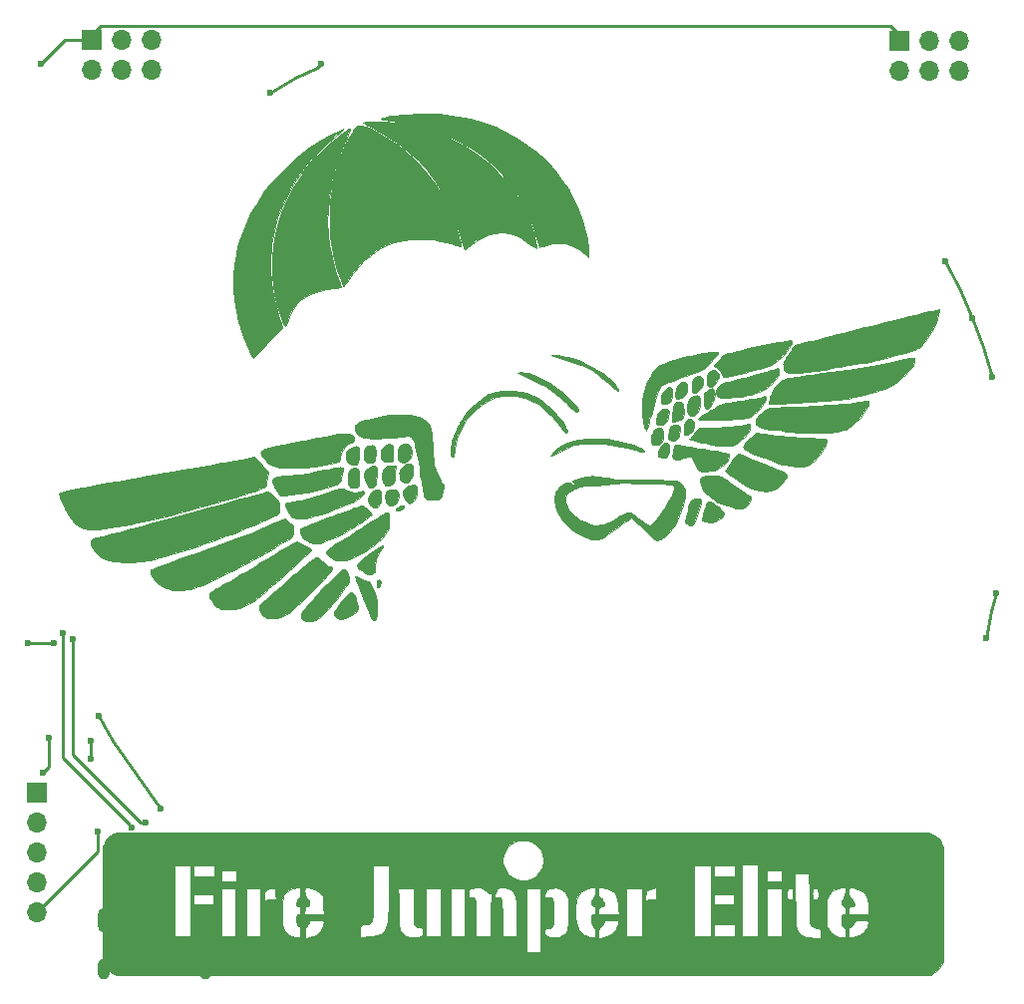
<source format=gbr>
G04 #@! TF.GenerationSoftware,KiCad,Pcbnew,5.1.5*
G04 #@! TF.CreationDate,2020-02-13T15:58:18-06:00*
G04 #@! TF.ProjectId,FJE Badge,464a4520-4261-4646-9765-2e6b69636164,rev?*
G04 #@! TF.SameCoordinates,Original*
G04 #@! TF.FileFunction,Copper,L1,Top*
G04 #@! TF.FilePolarity,Positive*
%FSLAX46Y46*%
G04 Gerber Fmt 4.6, Leading zero omitted, Abs format (unit mm)*
G04 Created by KiCad (PCBNEW 5.1.5) date 2020-02-13 15:58:18*
%MOMM*%
%LPD*%
G04 APERTURE LIST*
%ADD10C,0.010000*%
%ADD11O,1.000000X2.100000*%
%ADD12O,1.000000X1.800000*%
%ADD13R,1.700000X1.700000*%
%ADD14O,1.700000X1.700000*%
%ADD15C,0.600000*%
%ADD16C,0.250000*%
G04 APERTURE END LIST*
D10*
G36*
X170746613Y-129018365D02*
G01*
X172342251Y-129018499D01*
X173861243Y-129018747D01*
X175304482Y-129019109D01*
X176672858Y-129019586D01*
X177967263Y-129020178D01*
X179188587Y-129020888D01*
X180337723Y-129021715D01*
X181415561Y-129022660D01*
X182422993Y-129023725D01*
X183360909Y-129024910D01*
X184230203Y-129026216D01*
X185031763Y-129027644D01*
X185766482Y-129029195D01*
X186435252Y-129030870D01*
X187038962Y-129032669D01*
X187578506Y-129034594D01*
X188054773Y-129036645D01*
X188468655Y-129038823D01*
X188821044Y-129041130D01*
X189112830Y-129043565D01*
X189344905Y-129046131D01*
X189518161Y-129048827D01*
X189633488Y-129051654D01*
X189691777Y-129054615D01*
X189696953Y-129055270D01*
X190048469Y-129154216D01*
X190351975Y-129320535D01*
X190601711Y-129548747D01*
X190791919Y-129833368D01*
X190916841Y-130168919D01*
X190931031Y-130229983D01*
X190938362Y-130308491D01*
X190944804Y-130470377D01*
X190950350Y-130714357D01*
X190954991Y-131039148D01*
X190958721Y-131443466D01*
X190961530Y-131926027D01*
X190963411Y-132485548D01*
X190964355Y-133120743D01*
X190964356Y-133830330D01*
X190963404Y-134613025D01*
X190962142Y-135213833D01*
X190950500Y-139997500D01*
X190831934Y-140251500D01*
X190652949Y-140545630D01*
X190416515Y-140797819D01*
X190146166Y-140985313D01*
X189934500Y-141098166D01*
X155348166Y-141106598D01*
X120761833Y-141115031D01*
X120529462Y-141025781D01*
X120291631Y-140897067D01*
X120065498Y-140707759D01*
X119874086Y-140481166D01*
X119740416Y-140240600D01*
X119731551Y-140217849D01*
X119640000Y-139973157D01*
X119640000Y-131848333D01*
X125693666Y-131848333D01*
X125693666Y-137859666D01*
X127090666Y-137859666D01*
X127090666Y-134261333D01*
X127344666Y-134261333D01*
X127344666Y-135150333D01*
X129038000Y-135150333D01*
X129038000Y-134261333D01*
X127344666Y-134261333D01*
X127090666Y-134261333D01*
X127090666Y-133753333D01*
X129673000Y-133753333D01*
X129673000Y-137859666D01*
X130900666Y-137859666D01*
X130900666Y-133753333D01*
X131789666Y-133753333D01*
X131789666Y-137859666D01*
X133017333Y-137859666D01*
X133017333Y-135825972D01*
X134801661Y-135825972D01*
X134809929Y-136175580D01*
X134830940Y-136506145D01*
X134864825Y-136800525D01*
X134911717Y-137041576D01*
X134926050Y-137093381D01*
X135021249Y-137294337D01*
X135173601Y-137488237D01*
X135358419Y-137646326D01*
X135444970Y-137697800D01*
X135682647Y-137806454D01*
X135904709Y-137884630D01*
X136098473Y-137929887D01*
X136251257Y-137939786D01*
X136350379Y-137911885D01*
X136378304Y-137877370D01*
X136391289Y-137802825D01*
X136394199Y-137761646D01*
X136745727Y-137761646D01*
X136750864Y-137902581D01*
X136764352Y-137977694D01*
X136773304Y-137986666D01*
X136831240Y-137976764D01*
X136948045Y-137950543D01*
X137100708Y-137913228D01*
X137134635Y-137904608D01*
X137437571Y-137812570D01*
X137681242Y-137702562D01*
X137890871Y-137562119D01*
X137978883Y-137487416D01*
X138113599Y-137338070D01*
X138176719Y-137237610D01*
X141483335Y-137237610D01*
X141484000Y-137396571D01*
X141484000Y-137905530D01*
X141812083Y-137880460D01*
X142023699Y-137862267D01*
X142267733Y-137838305D01*
X142492634Y-137813648D01*
X142500000Y-137812778D01*
X142874020Y-137739558D01*
X143187925Y-137613897D01*
X143450778Y-137432167D01*
X143450909Y-137432052D01*
X143584554Y-137289798D01*
X143682902Y-137121113D01*
X143753535Y-136907941D01*
X143804040Y-136632227D01*
X143811768Y-136573049D01*
X143822694Y-136449501D01*
X143834620Y-136252152D01*
X143847219Y-135991855D01*
X143860162Y-135679464D01*
X143873122Y-135325833D01*
X143885772Y-134941816D01*
X143897784Y-134538268D01*
X143908831Y-134126043D01*
X143917696Y-133753333D01*
X144701333Y-133753333D01*
X144702825Y-134525916D01*
X144705372Y-134828007D01*
X144711502Y-135183152D01*
X144720481Y-135559851D01*
X144731578Y-135926603D01*
X144741607Y-136194532D01*
X144755844Y-136509274D01*
X144769948Y-136752062D01*
X144785325Y-136935595D01*
X144803380Y-137072573D01*
X144825516Y-137175692D01*
X144853140Y-137257654D01*
X144861361Y-137276989D01*
X144989298Y-137485852D01*
X145171287Y-137680515D01*
X145378115Y-137831430D01*
X145442166Y-137864461D01*
X145621898Y-137917061D01*
X145851556Y-137941147D01*
X146101182Y-137936254D01*
X146340818Y-137901916D01*
X146427348Y-137879777D01*
X146599792Y-137819696D01*
X146704289Y-137750854D01*
X146755878Y-137651991D01*
X146769599Y-137501845D01*
X146766907Y-137399735D01*
X146754500Y-137118833D01*
X146489769Y-137093511D01*
X146354618Y-137076173D01*
X146244157Y-137047289D01*
X146156164Y-136999021D01*
X146088415Y-136923526D01*
X146038688Y-136812966D01*
X146004760Y-136659500D01*
X145984407Y-136455287D01*
X145975406Y-136192487D01*
X145975535Y-135863261D01*
X145982570Y-135459767D01*
X145985855Y-135316300D01*
X145994170Y-134998908D01*
X146003519Y-134699585D01*
X146013368Y-134431671D01*
X146023184Y-134208507D01*
X146032433Y-134043432D01*
X146040515Y-133950265D01*
X146067508Y-133753333D01*
X147029666Y-133753333D01*
X147029666Y-137859666D01*
X148342000Y-137859666D01*
X148342000Y-133753333D01*
X149146333Y-133753333D01*
X149146333Y-137859666D01*
X150374000Y-137859666D01*
X150374000Y-134158544D01*
X150634190Y-134158544D01*
X150636436Y-134224705D01*
X150649166Y-134494166D01*
X150889066Y-134506757D01*
X151051341Y-134526605D01*
X151158112Y-134563414D01*
X151180977Y-134582018D01*
X151210804Y-134661927D01*
X151236794Y-134823058D01*
X151258758Y-135062047D01*
X151276507Y-135375527D01*
X151289851Y-135760133D01*
X151298603Y-136212501D01*
X151302572Y-136729263D01*
X151302622Y-136748416D01*
X151305333Y-137859666D01*
X152521272Y-137859666D01*
X152548487Y-136176916D01*
X152555142Y-135800992D01*
X152562523Y-135446193D01*
X152570337Y-135122691D01*
X152578290Y-134840653D01*
X152586091Y-134610249D01*
X152589559Y-134530731D01*
X152892833Y-134530731D01*
X153104500Y-134520753D01*
X153219915Y-134516801D01*
X153308320Y-134523848D01*
X153373852Y-134551824D01*
X153420646Y-134610659D01*
X153452839Y-134710283D01*
X153474567Y-134860625D01*
X153489966Y-135071616D01*
X153503172Y-135353184D01*
X153508927Y-135491660D01*
X153520948Y-135822486D01*
X153531511Y-136188780D01*
X153539859Y-136558292D01*
X153545237Y-136898769D01*
X153546845Y-137108250D01*
X153549000Y-137859666D01*
X154734333Y-137859666D01*
X154734333Y-136444563D01*
X154732580Y-135935334D01*
X154726411Y-135503271D01*
X154714457Y-135140925D01*
X154695350Y-134840850D01*
X154667722Y-134595599D01*
X154630206Y-134397726D01*
X154581433Y-134239782D01*
X154520035Y-134114321D01*
X154444645Y-134013897D01*
X154353895Y-133931062D01*
X154260899Y-133867209D01*
X154028900Y-133761453D01*
X153995532Y-133753333D01*
X155581000Y-133753333D01*
X155581000Y-139214333D01*
X156808666Y-139214333D01*
X156808666Y-137382248D01*
X157119754Y-137382248D01*
X157124771Y-137531851D01*
X157153762Y-137671301D01*
X157202259Y-137766675D01*
X157211566Y-137775608D01*
X157353122Y-137851655D01*
X157552819Y-137905017D01*
X157786700Y-137933713D01*
X158030808Y-137935761D01*
X158261186Y-137909177D01*
X158397719Y-137873755D01*
X158586680Y-137778257D01*
X158771487Y-137632030D01*
X158928101Y-137458386D01*
X159032480Y-137280639D01*
X159045236Y-137245833D01*
X159072029Y-137121750D01*
X159097207Y-136929648D01*
X159119848Y-136686172D01*
X159139030Y-136407968D01*
X159153831Y-136111681D01*
X159163330Y-135813955D01*
X159163449Y-135803620D01*
X159743337Y-135803620D01*
X159767459Y-136208666D01*
X159824633Y-136605359D01*
X159900547Y-136929553D01*
X159999736Y-137192214D01*
X160126734Y-137404308D01*
X160286073Y-137576802D01*
X160357129Y-137635075D01*
X160541321Y-137747486D01*
X160763712Y-137841984D01*
X160991925Y-137907538D01*
X161193585Y-137933117D01*
X161229682Y-137932369D01*
X161341593Y-137917745D01*
X161398977Y-137876799D01*
X161429904Y-137796279D01*
X161445640Y-137632860D01*
X161678548Y-137632860D01*
X161679578Y-137783264D01*
X161688457Y-137905471D01*
X161705326Y-137976966D01*
X161716565Y-137986666D01*
X161774921Y-137978452D01*
X161891950Y-137956797D01*
X162043577Y-137926186D01*
X162061261Y-137922480D01*
X162441027Y-137817242D01*
X162748905Y-137673728D01*
X162990999Y-137486611D01*
X163173413Y-137250565D01*
X163302252Y-136960262D01*
X163346697Y-136800760D01*
X163379746Y-136656451D01*
X163403286Y-136545887D01*
X163412040Y-136494416D01*
X163373241Y-136480112D01*
X163268770Y-136470252D01*
X163117499Y-136464693D01*
X162938299Y-136463293D01*
X162750040Y-136465909D01*
X162571594Y-136472398D01*
X162421832Y-136482620D01*
X162319624Y-136496430D01*
X162296527Y-136502834D01*
X162201201Y-136577357D01*
X162114633Y-136715807D01*
X162107642Y-136731169D01*
X162028442Y-136867899D01*
X161929423Y-136985633D01*
X161894877Y-137015102D01*
X161794690Y-137114549D01*
X161724761Y-137228033D01*
X161721173Y-137237584D01*
X161699484Y-137337507D01*
X161685229Y-137476769D01*
X161678548Y-137632860D01*
X161445640Y-137632860D01*
X161452350Y-137563183D01*
X161409362Y-137316795D01*
X161307704Y-137088057D01*
X161259896Y-137018390D01*
X161135592Y-136812055D01*
X161080573Y-136610833D01*
X161067269Y-136443740D01*
X161069492Y-136274418D01*
X161085041Y-136125049D01*
X161111714Y-136017814D01*
X161143592Y-135975606D01*
X161218207Y-135956531D01*
X161300945Y-135937644D01*
X161391201Y-135878025D01*
X161439894Y-135755417D01*
X161443376Y-135582530D01*
X161429092Y-135491085D01*
X161388361Y-135383947D01*
X161303703Y-135321752D01*
X161255778Y-135303848D01*
X161134444Y-135225995D01*
X161070497Y-135101960D01*
X161063905Y-134947781D01*
X161114634Y-134779498D01*
X161222651Y-134613148D01*
X161257278Y-134575107D01*
X161361512Y-134429527D01*
X161427393Y-134240489D01*
X161459157Y-133993192D01*
X161461341Y-133923237D01*
X161677000Y-133923237D01*
X161683788Y-134167794D01*
X161705910Y-134339486D01*
X161746002Y-134449158D01*
X161806700Y-134507655D01*
X161820537Y-134513786D01*
X161918306Y-134572092D01*
X161987941Y-134634672D01*
X162053973Y-134734969D01*
X162119562Y-134874707D01*
X162168006Y-135014294D01*
X162183141Y-135097416D01*
X162149495Y-135181825D01*
X162062773Y-135261039D01*
X161952662Y-135311993D01*
X161897133Y-135319666D01*
X161788512Y-135335379D01*
X161721204Y-135391867D01*
X161686829Y-135503152D01*
X161677003Y-135683257D01*
X161677000Y-135687966D01*
X161677000Y-135954666D01*
X163416543Y-135954666D01*
X163389973Y-135520750D01*
X163351580Y-135086731D01*
X163290609Y-134727824D01*
X163201258Y-134436151D01*
X163077729Y-134203837D01*
X162914219Y-134023005D01*
X162704930Y-133885778D01*
X162444061Y-133784281D01*
X162310321Y-133753333D01*
X164090000Y-133753333D01*
X164090000Y-137859666D01*
X165444666Y-137859666D01*
X165444666Y-134479217D01*
X165657024Y-134479217D01*
X165659297Y-134628640D01*
X165676570Y-134745081D01*
X165708116Y-134806921D01*
X165722049Y-134811666D01*
X165761702Y-134794305D01*
X165845438Y-134752142D01*
X165852577Y-134748427D01*
X165979201Y-134709614D01*
X166165807Y-134688111D01*
X166280750Y-134684927D01*
X166587666Y-134684666D01*
X166587666Y-134197833D01*
X166583796Y-133955647D01*
X166572106Y-133796560D01*
X166552481Y-133719354D01*
X166540860Y-133711000D01*
X166431710Y-133726446D01*
X166277244Y-133765990D01*
X166109417Y-133819441D01*
X165960182Y-133876610D01*
X165861494Y-133927303D01*
X165860562Y-133927962D01*
X165766158Y-134030628D01*
X165701369Y-134164449D01*
X165700388Y-134167907D01*
X165670479Y-134318433D01*
X165657024Y-134479217D01*
X165444666Y-134479217D01*
X165444666Y-133753333D01*
X164090000Y-133753333D01*
X162310321Y-133753333D01*
X162125812Y-133710637D01*
X162047203Y-133697340D01*
X161677000Y-133638059D01*
X161677000Y-133923237D01*
X161461341Y-133923237D01*
X161463489Y-133854446D01*
X161465333Y-133638059D01*
X161098538Y-133696794D01*
X160732867Y-133777348D01*
X160438863Y-133894115D01*
X160208811Y-134053869D01*
X160034992Y-134263387D01*
X159909691Y-134529443D01*
X159835431Y-134805781D01*
X159763826Y-135299685D01*
X159743337Y-135803620D01*
X159163449Y-135803620D01*
X159166605Y-135531436D01*
X159162733Y-135280768D01*
X159158951Y-135192666D01*
X159134547Y-134869781D01*
X159096913Y-134615188D01*
X159041642Y-134412974D01*
X158964327Y-134247225D01*
X158860561Y-134102029D01*
X158855167Y-134095686D01*
X158631952Y-133896759D01*
X158368076Y-133769055D01*
X158071644Y-133714584D01*
X157750761Y-133735359D01*
X157573280Y-133777645D01*
X157370188Y-133855573D01*
X157239504Y-133954298D01*
X157169231Y-134087986D01*
X157147371Y-134270805D01*
X157147333Y-134280575D01*
X157147333Y-134515333D01*
X157421524Y-134515333D01*
X157574986Y-134518999D01*
X157668271Y-134534805D01*
X157725724Y-134569966D01*
X157761768Y-134616144D01*
X157808340Y-134732822D01*
X157846752Y-134920560D01*
X157875834Y-135166038D01*
X157894419Y-135455939D01*
X157901336Y-135776945D01*
X157895416Y-136115737D01*
X157894812Y-136131627D01*
X157877849Y-136453068D01*
X157851936Y-136699475D01*
X157812227Y-136880378D01*
X157753872Y-137005310D01*
X157672022Y-137083803D01*
X157561830Y-137125389D01*
X157418447Y-137139600D01*
X157381901Y-137140000D01*
X157258725Y-137145982D01*
X157191427Y-137173184D01*
X157151537Y-137235490D01*
X157143180Y-137256416D01*
X157119754Y-137382248D01*
X156808666Y-137382248D01*
X156808666Y-133753333D01*
X155581000Y-133753333D01*
X153995532Y-133753333D01*
X153756609Y-133695193D01*
X153481821Y-133675369D01*
X153309781Y-133692537D01*
X153181052Y-133724561D01*
X153101755Y-133774118D01*
X153038652Y-133866718D01*
X153009932Y-133922666D01*
X152948436Y-134087501D01*
X152909219Y-134268903D01*
X152904099Y-134321949D01*
X152892833Y-134530731D01*
X152589559Y-134530731D01*
X152593445Y-134441648D01*
X152600062Y-134345020D01*
X152601552Y-134333388D01*
X152614799Y-134230157D01*
X152600072Y-134190302D01*
X152543966Y-134193797D01*
X152513139Y-134201288D01*
X152440076Y-134208237D01*
X152367997Y-134180907D01*
X152275062Y-134107896D01*
X152201354Y-134038535D01*
X152071342Y-133923397D01*
X151939279Y-133823512D01*
X151857579Y-133773481D01*
X151656251Y-133706629D01*
X151413893Y-133677336D01*
X151166226Y-133687427D01*
X150977449Y-133728585D01*
X150802472Y-133798173D01*
X150696766Y-133878728D01*
X150645586Y-133991702D01*
X150634190Y-134158544D01*
X150374000Y-134158544D01*
X150374000Y-133753333D01*
X149146333Y-133753333D01*
X148342000Y-133753333D01*
X147029666Y-133753333D01*
X146067508Y-133753333D01*
X144701333Y-133753333D01*
X143917696Y-133753333D01*
X143918585Y-133715995D01*
X143926718Y-133318977D01*
X143932904Y-132945845D01*
X143936814Y-132607451D01*
X143938045Y-132388083D01*
X143939333Y-131848333D01*
X142584666Y-131848333D01*
X142582138Y-133509916D01*
X142580656Y-133907587D01*
X142577553Y-134304848D01*
X142573057Y-134687593D01*
X142567390Y-135041716D01*
X142560779Y-135353111D01*
X142553447Y-135607671D01*
X142545836Y-135787392D01*
X142525335Y-136098655D01*
X142497721Y-136336288D01*
X142455962Y-136511326D01*
X142393026Y-136634805D01*
X142301879Y-136717761D01*
X142175487Y-136771229D01*
X142006820Y-136806247D01*
X141886166Y-136822535D01*
X141718939Y-136841762D01*
X141605580Y-136861227D01*
X141535714Y-136895737D01*
X141498967Y-136960099D01*
X141484965Y-137069121D01*
X141483335Y-137237610D01*
X138176719Y-137237610D01*
X138223226Y-137163592D01*
X138302878Y-136980476D01*
X138347669Y-136805215D01*
X138352714Y-136654305D01*
X138313127Y-136544240D01*
X138269449Y-136506489D01*
X138186556Y-136485930D01*
X138042724Y-136472031D01*
X137861425Y-136464850D01*
X137666130Y-136464444D01*
X137480309Y-136470869D01*
X137327433Y-136484185D01*
X137232255Y-136503952D01*
X137144752Y-136566923D01*
X137123666Y-136653064D01*
X137089860Y-136759820D01*
X136994399Y-136898240D01*
X136945077Y-136954637D01*
X136766489Y-137148383D01*
X136749654Y-137567525D01*
X136745727Y-137761646D01*
X136394199Y-137761646D01*
X136400528Y-137672093D01*
X136404000Y-137515435D01*
X136386767Y-137275283D01*
X136337070Y-137094392D01*
X136257908Y-136981566D01*
X136213154Y-136955225D01*
X136137517Y-136885252D01*
X136076455Y-136750073D01*
X136036226Y-136568742D01*
X136023000Y-136376576D01*
X136034732Y-136170136D01*
X136072424Y-136036942D01*
X136139819Y-135968542D01*
X136209805Y-135954666D01*
X136312179Y-135932102D01*
X136372809Y-135857414D01*
X136397034Y-135720110D01*
X136395635Y-135589387D01*
X136386062Y-135451224D01*
X136367167Y-135374916D01*
X136326043Y-135337727D01*
X136249781Y-135316920D01*
X136239777Y-135314876D01*
X136131167Y-135279309D01*
X136060785Y-135232235D01*
X136058123Y-135228644D01*
X136033046Y-135131077D01*
X136043294Y-134993375D01*
X136082835Y-134849280D01*
X136145638Y-134732536D01*
X136147128Y-134730665D01*
X136262694Y-134580623D01*
X136333852Y-134463201D01*
X136372756Y-134348014D01*
X136391562Y-134204683D01*
X136397661Y-134104445D01*
X136398569Y-133962244D01*
X136742666Y-133962244D01*
X136753244Y-134194350D01*
X136789861Y-134365110D01*
X136859848Y-134495749D01*
X136963403Y-134601597D01*
X137041296Y-134678609D01*
X137085168Y-134764804D01*
X137108418Y-134891796D01*
X137114742Y-134958624D01*
X137114481Y-135139026D01*
X137073359Y-135252289D01*
X136984940Y-135308623D01*
X136887271Y-135319666D01*
X136817092Y-135334515D01*
X136773194Y-135388575D01*
X136750210Y-135496117D01*
X136742773Y-135671412D01*
X136742666Y-135704129D01*
X136742666Y-135954666D01*
X138362497Y-135954666D01*
X138339415Y-135287916D01*
X138328426Y-135045770D01*
X138313493Y-134821866D01*
X138296234Y-134635222D01*
X138278265Y-134504856D01*
X138269661Y-134467188D01*
X138195631Y-134326373D01*
X138064018Y-134171498D01*
X137894865Y-134022308D01*
X137708217Y-133898545D01*
X137673720Y-133880190D01*
X137526929Y-133820428D01*
X137332995Y-133761044D01*
X137125773Y-133710576D01*
X136939116Y-133677562D01*
X136837916Y-133669401D01*
X136787893Y-133674883D01*
X136759347Y-133704557D01*
X136746298Y-133776811D01*
X136742765Y-133910034D01*
X136742666Y-133962244D01*
X136398569Y-133962244D01*
X136398907Y-133909322D01*
X136373526Y-133774579D01*
X136312202Y-133695731D01*
X136205620Y-133668291D01*
X136044461Y-133687774D01*
X135819409Y-133749693D01*
X135724529Y-133780326D01*
X135418079Y-133911307D01*
X135176435Y-134078256D01*
X135006200Y-134275975D01*
X134946840Y-134392328D01*
X134893375Y-134579993D01*
X134851992Y-134834333D01*
X134822824Y-135138206D01*
X134806003Y-135474467D01*
X134801661Y-135825972D01*
X133017333Y-135825972D01*
X133017333Y-134616420D01*
X133273030Y-134616420D01*
X133273794Y-134739991D01*
X133279569Y-134805833D01*
X133282986Y-134811666D01*
X133331494Y-134796841D01*
X133426528Y-134760039D01*
X133455303Y-134748166D01*
X133596857Y-134711171D01*
X133796359Y-134689260D01*
X133951801Y-134684666D01*
X134296321Y-134684666D01*
X134267633Y-134293083D01*
X134250604Y-134071571D01*
X134233739Y-133920858D01*
X134210903Y-133827312D01*
X134175963Y-133777301D01*
X134122788Y-133757190D01*
X134045243Y-133753349D01*
X134024808Y-133753333D01*
X133763996Y-133783786D01*
X133543436Y-133870948D01*
X133411021Y-133973827D01*
X133351793Y-134043382D01*
X133314858Y-134116364D01*
X133293653Y-134216424D01*
X133281612Y-134367215D01*
X133277572Y-134454590D01*
X133273030Y-134616420D01*
X133017333Y-134616420D01*
X133017333Y-133753333D01*
X131789666Y-133753333D01*
X130900666Y-133753333D01*
X129673000Y-133753333D01*
X127090666Y-133753333D01*
X127090666Y-131848333D01*
X127344666Y-131848333D01*
X127344666Y-132779666D01*
X129122666Y-132779666D01*
X129122666Y-132229333D01*
X129673000Y-132229333D01*
X129673000Y-133160666D01*
X130985333Y-133160666D01*
X130985333Y-132229333D01*
X129673000Y-132229333D01*
X129122666Y-132229333D01*
X129122666Y-131848333D01*
X127344666Y-131848333D01*
X127090666Y-131848333D01*
X125693666Y-131848333D01*
X119640000Y-131848333D01*
X119640000Y-131525889D01*
X153575162Y-131525889D01*
X153586986Y-131607344D01*
X153691331Y-131974211D01*
X153864292Y-132305811D01*
X154097143Y-132591927D01*
X154381157Y-132822342D01*
X154707609Y-132986837D01*
X154788775Y-133014584D01*
X155035735Y-133063129D01*
X155318732Y-133073997D01*
X155602127Y-133048551D01*
X155850277Y-132988155D01*
X155891516Y-132972424D01*
X156248490Y-132786892D01*
X156537534Y-132551312D01*
X156759877Y-132264475D01*
X156894877Y-131986004D01*
X156931025Y-131848333D01*
X169847333Y-131848333D01*
X169847333Y-137859666D01*
X171244333Y-137859666D01*
X171244333Y-136843666D01*
X171498333Y-136843666D01*
X171498333Y-137859666D01*
X173276333Y-137859666D01*
X173276333Y-136843666D01*
X171498333Y-136843666D01*
X171244333Y-136843666D01*
X171244333Y-134261333D01*
X171498333Y-134261333D01*
X171498333Y-135150333D01*
X173191666Y-135150333D01*
X173191666Y-134261333D01*
X171498333Y-134261333D01*
X171244333Y-134261333D01*
X171244333Y-131848333D01*
X171498333Y-131848333D01*
X171498333Y-132779666D01*
X173276333Y-132779666D01*
X173276333Y-131848333D01*
X171498333Y-131848333D01*
X171244333Y-131848333D01*
X169847333Y-131848333D01*
X156931025Y-131848333D01*
X156964372Y-131721333D01*
X173911333Y-131721333D01*
X173911333Y-137859666D01*
X175223666Y-137859666D01*
X175223666Y-133753333D01*
X176028000Y-133753333D01*
X176028000Y-137859666D01*
X177255666Y-137859666D01*
X177255666Y-134303699D01*
X177682764Y-134303699D01*
X177692236Y-134455869D01*
X177716714Y-134568250D01*
X177756445Y-134642550D01*
X177818670Y-134676286D01*
X177933115Y-134684640D01*
X177944652Y-134684666D01*
X178069699Y-134673557D01*
X178161542Y-134645758D01*
X178178533Y-134633866D01*
X178204767Y-134565131D01*
X178221747Y-134437474D01*
X178229472Y-134276133D01*
X178227942Y-134106346D01*
X178217157Y-133953350D01*
X178197117Y-133842382D01*
X178178533Y-133804133D01*
X178097595Y-133768501D01*
X177974050Y-133755314D01*
X177847181Y-133765514D01*
X177764596Y-133794196D01*
X177729249Y-133857076D01*
X177702806Y-133979493D01*
X177686799Y-134136637D01*
X177682764Y-134303699D01*
X177255666Y-134303699D01*
X177255666Y-133753333D01*
X176028000Y-133753333D01*
X175223666Y-133753333D01*
X175223666Y-132229333D01*
X176028000Y-132229333D01*
X176028000Y-133160666D01*
X177255666Y-133160666D01*
X177255666Y-132525666D01*
X178356333Y-132525666D01*
X178358000Y-132896083D01*
X178360510Y-133189788D01*
X178365395Y-133524350D01*
X178372331Y-133889340D01*
X178380993Y-134274329D01*
X178391055Y-134668888D01*
X178402194Y-135062586D01*
X178414084Y-135444995D01*
X178426400Y-135805686D01*
X178438819Y-136134229D01*
X178451014Y-136420194D01*
X178462662Y-136653153D01*
X178473437Y-136822676D01*
X178483014Y-136918334D01*
X178483318Y-136920183D01*
X178539338Y-137173234D01*
X178619437Y-137382648D01*
X178731303Y-137552679D01*
X178882625Y-137687581D01*
X179081090Y-137791609D01*
X179334387Y-137869018D01*
X179650204Y-137924061D01*
X180036228Y-137960995D01*
X180398916Y-137980288D01*
X180557666Y-137986666D01*
X180557666Y-137610850D01*
X180551056Y-137387401D01*
X180531268Y-137246639D01*
X180504750Y-137192871D01*
X180433677Y-137164590D01*
X180312447Y-137140090D01*
X180239771Y-137131380D01*
X180009269Y-137090461D01*
X179842679Y-137010781D01*
X179724828Y-136883812D01*
X179690218Y-136822500D01*
X179670894Y-136780151D01*
X179654670Y-136732373D01*
X179641207Y-136671572D01*
X179630167Y-136590156D01*
X179621211Y-136480530D01*
X179614001Y-136335103D01*
X179608199Y-136146281D01*
X179603465Y-135906470D01*
X179599461Y-135608078D01*
X179597860Y-135446363D01*
X181028328Y-135446363D01*
X181031436Y-135834073D01*
X181033397Y-135940638D01*
X181042193Y-136287384D01*
X181055401Y-136562756D01*
X181076358Y-136780041D01*
X181108401Y-136952526D01*
X181154865Y-137093497D01*
X181219089Y-137216240D01*
X181304407Y-137334042D01*
X181414157Y-137460189D01*
X181415310Y-137461451D01*
X181645299Y-137676649D01*
X181882504Y-137820630D01*
X182112759Y-137898272D01*
X182282349Y-137927843D01*
X182444029Y-137938513D01*
X182574467Y-137930385D01*
X182650329Y-137903560D01*
X182656929Y-137895912D01*
X182670985Y-137832325D01*
X182680511Y-137709080D01*
X182683703Y-137551143D01*
X182683540Y-137527521D01*
X182683087Y-137506078D01*
X182928333Y-137506078D01*
X182937345Y-137709451D01*
X182971431Y-137845937D01*
X183041163Y-137921778D01*
X183157114Y-137943218D01*
X183329856Y-137916497D01*
X183528919Y-137860679D01*
X183820354Y-137743660D01*
X184075213Y-137588608D01*
X184271776Y-137409251D01*
X184301788Y-137372187D01*
X184405376Y-137215409D01*
X184500318Y-137035299D01*
X184574628Y-136858472D01*
X184616324Y-136711545D01*
X184621253Y-136662702D01*
X184606198Y-136583086D01*
X184553095Y-136526780D01*
X184451008Y-136490301D01*
X184289004Y-136470164D01*
X184056148Y-136462887D01*
X183993330Y-136462666D01*
X183764065Y-136467807D01*
X183601495Y-136488702D01*
X183487988Y-136533556D01*
X183405909Y-136610575D01*
X183337624Y-136727966D01*
X183314375Y-136778628D01*
X183220832Y-136931520D01*
X183107393Y-137029134D01*
X183106506Y-137029595D01*
X183020460Y-137083412D01*
X182967349Y-137149869D01*
X182939505Y-137249478D01*
X182929256Y-137402753D01*
X182928333Y-137506078D01*
X182683087Y-137506078D01*
X182680068Y-137363337D01*
X182667472Y-137257259D01*
X182636199Y-137182731D01*
X182576696Y-137113193D01*
X182512869Y-137053020D01*
X182422717Y-136963579D01*
X182369596Y-136883891D01*
X182340555Y-136783933D01*
X182322640Y-136633680D01*
X182320245Y-136606494D01*
X182311689Y-136427666D01*
X182314812Y-136255784D01*
X182326406Y-136145166D01*
X182356437Y-136032579D01*
X182403806Y-135979534D01*
X182470653Y-135962737D01*
X182584160Y-135928172D01*
X182650759Y-135845117D01*
X182682854Y-135721833D01*
X182684267Y-135687966D01*
X182928333Y-135687966D01*
X182928333Y-135954666D01*
X184629605Y-135954666D01*
X184614198Y-135351416D01*
X184600183Y-135037502D01*
X184572698Y-134790837D01*
X184526519Y-134594404D01*
X184456421Y-134431187D01*
X184357179Y-134284171D01*
X184249160Y-134162496D01*
X184093774Y-134029673D01*
X183903502Y-133909551D01*
X183694788Y-133807867D01*
X183484075Y-133730357D01*
X183287805Y-133682756D01*
X183122424Y-133670801D01*
X183004373Y-133700228D01*
X182979133Y-133719466D01*
X182945873Y-133798325D01*
X182930742Y-133931779D01*
X182934239Y-134091609D01*
X182956867Y-134249599D01*
X182968866Y-134297388D01*
X183019660Y-134412053D01*
X183104688Y-134549050D01*
X183160825Y-134623514D01*
X183285260Y-134796171D01*
X183370741Y-134957650D01*
X183408902Y-135089893D01*
X183404797Y-135150333D01*
X183330381Y-135254519D01*
X183204350Y-135313066D01*
X183140375Y-135319666D01*
X183035356Y-135336342D01*
X182970262Y-135395490D01*
X182937217Y-135510791D01*
X182928333Y-135687966D01*
X182684267Y-135687966D01*
X182690906Y-135528914D01*
X182641355Y-135394468D01*
X182531804Y-135312776D01*
X182507753Y-135303957D01*
X182379923Y-135224989D01*
X182313748Y-135101492D01*
X182309478Y-134947227D01*
X182367361Y-134775955D01*
X182487649Y-134601439D01*
X182494860Y-134593368D01*
X182628243Y-134384161D01*
X182690315Y-134135440D01*
X182679012Y-133859166D01*
X182650524Y-133689833D01*
X182369294Y-133693030D01*
X182072189Y-133735124D01*
X181775307Y-133847766D01*
X181503016Y-134020351D01*
X181390918Y-134118717D01*
X181283172Y-134235102D01*
X181197591Y-134357995D01*
X181132066Y-134498147D01*
X181084487Y-134666309D01*
X181052744Y-134873232D01*
X181034727Y-135129666D01*
X181028328Y-135446363D01*
X179597860Y-135446363D01*
X179595850Y-135243512D01*
X179592292Y-134805179D01*
X179590674Y-134589416D01*
X179587513Y-134161866D01*
X179837861Y-134161866D01*
X179839391Y-134331653D01*
X179850176Y-134484649D01*
X179870215Y-134595617D01*
X179888800Y-134633866D01*
X179961798Y-134666358D01*
X180076508Y-134681994D01*
X180198871Y-134680383D01*
X180294828Y-134661133D01*
X180326955Y-134638899D01*
X180345902Y-134565141D01*
X180355637Y-134436576D01*
X180357000Y-134276578D01*
X180350829Y-134108523D01*
X180337964Y-133955788D01*
X180319245Y-133841747D01*
X180296490Y-133790335D01*
X180202184Y-133761343D01*
X180075547Y-133755744D01*
X179956321Y-133772194D01*
X179888800Y-133804133D01*
X179862565Y-133872868D01*
X179845586Y-134000525D01*
X179837861Y-134161866D01*
X179587513Y-134161866D01*
X179575412Y-132525666D01*
X178356333Y-132525666D01*
X177255666Y-132525666D01*
X177255666Y-132229333D01*
X176028000Y-132229333D01*
X175223666Y-132229333D01*
X175223666Y-131721333D01*
X173911333Y-131721333D01*
X156964372Y-131721333D01*
X156990639Y-131621300D01*
X157006668Y-131257059D01*
X156947276Y-130903960D01*
X156816780Y-130572685D01*
X156619492Y-130273911D01*
X156359726Y-130018318D01*
X156041798Y-129816587D01*
X156012830Y-129802549D01*
X155876587Y-129741138D01*
X155763106Y-129701907D01*
X155645765Y-129679944D01*
X155497945Y-129670335D01*
X155293025Y-129668168D01*
X155284666Y-129668166D01*
X155078444Y-129670046D01*
X154930669Y-129678974D01*
X154815151Y-129699885D01*
X154705698Y-129737715D01*
X154576118Y-129797399D01*
X154561881Y-129804349D01*
X154257938Y-129995565D01*
X154000299Y-130242618D01*
X153796083Y-130532343D01*
X153652409Y-130851574D01*
X153576396Y-131187144D01*
X153575162Y-131525889D01*
X119640000Y-131525889D01*
X119640000Y-130200509D01*
X119731551Y-129955816D01*
X119863212Y-129707320D01*
X120057858Y-129473437D01*
X120294084Y-129275614D01*
X120550478Y-129135301D01*
X120804166Y-129033166D01*
X155115333Y-129021258D01*
X157356218Y-129020519D01*
X159513327Y-129019885D01*
X161587553Y-129019359D01*
X163579785Y-129018941D01*
X165490916Y-129018631D01*
X167321837Y-129018431D01*
X169073439Y-129018342D01*
X170746613Y-129018365D01*
G37*
X170746613Y-129018365D02*
X172342251Y-129018499D01*
X173861243Y-129018747D01*
X175304482Y-129019109D01*
X176672858Y-129019586D01*
X177967263Y-129020178D01*
X179188587Y-129020888D01*
X180337723Y-129021715D01*
X181415561Y-129022660D01*
X182422993Y-129023725D01*
X183360909Y-129024910D01*
X184230203Y-129026216D01*
X185031763Y-129027644D01*
X185766482Y-129029195D01*
X186435252Y-129030870D01*
X187038962Y-129032669D01*
X187578506Y-129034594D01*
X188054773Y-129036645D01*
X188468655Y-129038823D01*
X188821044Y-129041130D01*
X189112830Y-129043565D01*
X189344905Y-129046131D01*
X189518161Y-129048827D01*
X189633488Y-129051654D01*
X189691777Y-129054615D01*
X189696953Y-129055270D01*
X190048469Y-129154216D01*
X190351975Y-129320535D01*
X190601711Y-129548747D01*
X190791919Y-129833368D01*
X190916841Y-130168919D01*
X190931031Y-130229983D01*
X190938362Y-130308491D01*
X190944804Y-130470377D01*
X190950350Y-130714357D01*
X190954991Y-131039148D01*
X190958721Y-131443466D01*
X190961530Y-131926027D01*
X190963411Y-132485548D01*
X190964355Y-133120743D01*
X190964356Y-133830330D01*
X190963404Y-134613025D01*
X190962142Y-135213833D01*
X190950500Y-139997500D01*
X190831934Y-140251500D01*
X190652949Y-140545630D01*
X190416515Y-140797819D01*
X190146166Y-140985313D01*
X189934500Y-141098166D01*
X155348166Y-141106598D01*
X120761833Y-141115031D01*
X120529462Y-141025781D01*
X120291631Y-140897067D01*
X120065498Y-140707759D01*
X119874086Y-140481166D01*
X119740416Y-140240600D01*
X119731551Y-140217849D01*
X119640000Y-139973157D01*
X119640000Y-131848333D01*
X125693666Y-131848333D01*
X125693666Y-137859666D01*
X127090666Y-137859666D01*
X127090666Y-134261333D01*
X127344666Y-134261333D01*
X127344666Y-135150333D01*
X129038000Y-135150333D01*
X129038000Y-134261333D01*
X127344666Y-134261333D01*
X127090666Y-134261333D01*
X127090666Y-133753333D01*
X129673000Y-133753333D01*
X129673000Y-137859666D01*
X130900666Y-137859666D01*
X130900666Y-133753333D01*
X131789666Y-133753333D01*
X131789666Y-137859666D01*
X133017333Y-137859666D01*
X133017333Y-135825972D01*
X134801661Y-135825972D01*
X134809929Y-136175580D01*
X134830940Y-136506145D01*
X134864825Y-136800525D01*
X134911717Y-137041576D01*
X134926050Y-137093381D01*
X135021249Y-137294337D01*
X135173601Y-137488237D01*
X135358419Y-137646326D01*
X135444970Y-137697800D01*
X135682647Y-137806454D01*
X135904709Y-137884630D01*
X136098473Y-137929887D01*
X136251257Y-137939786D01*
X136350379Y-137911885D01*
X136378304Y-137877370D01*
X136391289Y-137802825D01*
X136394199Y-137761646D01*
X136745727Y-137761646D01*
X136750864Y-137902581D01*
X136764352Y-137977694D01*
X136773304Y-137986666D01*
X136831240Y-137976764D01*
X136948045Y-137950543D01*
X137100708Y-137913228D01*
X137134635Y-137904608D01*
X137437571Y-137812570D01*
X137681242Y-137702562D01*
X137890871Y-137562119D01*
X137978883Y-137487416D01*
X138113599Y-137338070D01*
X138176719Y-137237610D01*
X141483335Y-137237610D01*
X141484000Y-137396571D01*
X141484000Y-137905530D01*
X141812083Y-137880460D01*
X142023699Y-137862267D01*
X142267733Y-137838305D01*
X142492634Y-137813648D01*
X142500000Y-137812778D01*
X142874020Y-137739558D01*
X143187925Y-137613897D01*
X143450778Y-137432167D01*
X143450909Y-137432052D01*
X143584554Y-137289798D01*
X143682902Y-137121113D01*
X143753535Y-136907941D01*
X143804040Y-136632227D01*
X143811768Y-136573049D01*
X143822694Y-136449501D01*
X143834620Y-136252152D01*
X143847219Y-135991855D01*
X143860162Y-135679464D01*
X143873122Y-135325833D01*
X143885772Y-134941816D01*
X143897784Y-134538268D01*
X143908831Y-134126043D01*
X143917696Y-133753333D01*
X144701333Y-133753333D01*
X144702825Y-134525916D01*
X144705372Y-134828007D01*
X144711502Y-135183152D01*
X144720481Y-135559851D01*
X144731578Y-135926603D01*
X144741607Y-136194532D01*
X144755844Y-136509274D01*
X144769948Y-136752062D01*
X144785325Y-136935595D01*
X144803380Y-137072573D01*
X144825516Y-137175692D01*
X144853140Y-137257654D01*
X144861361Y-137276989D01*
X144989298Y-137485852D01*
X145171287Y-137680515D01*
X145378115Y-137831430D01*
X145442166Y-137864461D01*
X145621898Y-137917061D01*
X145851556Y-137941147D01*
X146101182Y-137936254D01*
X146340818Y-137901916D01*
X146427348Y-137879777D01*
X146599792Y-137819696D01*
X146704289Y-137750854D01*
X146755878Y-137651991D01*
X146769599Y-137501845D01*
X146766907Y-137399735D01*
X146754500Y-137118833D01*
X146489769Y-137093511D01*
X146354618Y-137076173D01*
X146244157Y-137047289D01*
X146156164Y-136999021D01*
X146088415Y-136923526D01*
X146038688Y-136812966D01*
X146004760Y-136659500D01*
X145984407Y-136455287D01*
X145975406Y-136192487D01*
X145975535Y-135863261D01*
X145982570Y-135459767D01*
X145985855Y-135316300D01*
X145994170Y-134998908D01*
X146003519Y-134699585D01*
X146013368Y-134431671D01*
X146023184Y-134208507D01*
X146032433Y-134043432D01*
X146040515Y-133950265D01*
X146067508Y-133753333D01*
X147029666Y-133753333D01*
X147029666Y-137859666D01*
X148342000Y-137859666D01*
X148342000Y-133753333D01*
X149146333Y-133753333D01*
X149146333Y-137859666D01*
X150374000Y-137859666D01*
X150374000Y-134158544D01*
X150634190Y-134158544D01*
X150636436Y-134224705D01*
X150649166Y-134494166D01*
X150889066Y-134506757D01*
X151051341Y-134526605D01*
X151158112Y-134563414D01*
X151180977Y-134582018D01*
X151210804Y-134661927D01*
X151236794Y-134823058D01*
X151258758Y-135062047D01*
X151276507Y-135375527D01*
X151289851Y-135760133D01*
X151298603Y-136212501D01*
X151302572Y-136729263D01*
X151302622Y-136748416D01*
X151305333Y-137859666D01*
X152521272Y-137859666D01*
X152548487Y-136176916D01*
X152555142Y-135800992D01*
X152562523Y-135446193D01*
X152570337Y-135122691D01*
X152578290Y-134840653D01*
X152586091Y-134610249D01*
X152589559Y-134530731D01*
X152892833Y-134530731D01*
X153104500Y-134520753D01*
X153219915Y-134516801D01*
X153308320Y-134523848D01*
X153373852Y-134551824D01*
X153420646Y-134610659D01*
X153452839Y-134710283D01*
X153474567Y-134860625D01*
X153489966Y-135071616D01*
X153503172Y-135353184D01*
X153508927Y-135491660D01*
X153520948Y-135822486D01*
X153531511Y-136188780D01*
X153539859Y-136558292D01*
X153545237Y-136898769D01*
X153546845Y-137108250D01*
X153549000Y-137859666D01*
X154734333Y-137859666D01*
X154734333Y-136444563D01*
X154732580Y-135935334D01*
X154726411Y-135503271D01*
X154714457Y-135140925D01*
X154695350Y-134840850D01*
X154667722Y-134595599D01*
X154630206Y-134397726D01*
X154581433Y-134239782D01*
X154520035Y-134114321D01*
X154444645Y-134013897D01*
X154353895Y-133931062D01*
X154260899Y-133867209D01*
X154028900Y-133761453D01*
X153995532Y-133753333D01*
X155581000Y-133753333D01*
X155581000Y-139214333D01*
X156808666Y-139214333D01*
X156808666Y-137382248D01*
X157119754Y-137382248D01*
X157124771Y-137531851D01*
X157153762Y-137671301D01*
X157202259Y-137766675D01*
X157211566Y-137775608D01*
X157353122Y-137851655D01*
X157552819Y-137905017D01*
X157786700Y-137933713D01*
X158030808Y-137935761D01*
X158261186Y-137909177D01*
X158397719Y-137873755D01*
X158586680Y-137778257D01*
X158771487Y-137632030D01*
X158928101Y-137458386D01*
X159032480Y-137280639D01*
X159045236Y-137245833D01*
X159072029Y-137121750D01*
X159097207Y-136929648D01*
X159119848Y-136686172D01*
X159139030Y-136407968D01*
X159153831Y-136111681D01*
X159163330Y-135813955D01*
X159163449Y-135803620D01*
X159743337Y-135803620D01*
X159767459Y-136208666D01*
X159824633Y-136605359D01*
X159900547Y-136929553D01*
X159999736Y-137192214D01*
X160126734Y-137404308D01*
X160286073Y-137576802D01*
X160357129Y-137635075D01*
X160541321Y-137747486D01*
X160763712Y-137841984D01*
X160991925Y-137907538D01*
X161193585Y-137933117D01*
X161229682Y-137932369D01*
X161341593Y-137917745D01*
X161398977Y-137876799D01*
X161429904Y-137796279D01*
X161445640Y-137632860D01*
X161678548Y-137632860D01*
X161679578Y-137783264D01*
X161688457Y-137905471D01*
X161705326Y-137976966D01*
X161716565Y-137986666D01*
X161774921Y-137978452D01*
X161891950Y-137956797D01*
X162043577Y-137926186D01*
X162061261Y-137922480D01*
X162441027Y-137817242D01*
X162748905Y-137673728D01*
X162990999Y-137486611D01*
X163173413Y-137250565D01*
X163302252Y-136960262D01*
X163346697Y-136800760D01*
X163379746Y-136656451D01*
X163403286Y-136545887D01*
X163412040Y-136494416D01*
X163373241Y-136480112D01*
X163268770Y-136470252D01*
X163117499Y-136464693D01*
X162938299Y-136463293D01*
X162750040Y-136465909D01*
X162571594Y-136472398D01*
X162421832Y-136482620D01*
X162319624Y-136496430D01*
X162296527Y-136502834D01*
X162201201Y-136577357D01*
X162114633Y-136715807D01*
X162107642Y-136731169D01*
X162028442Y-136867899D01*
X161929423Y-136985633D01*
X161894877Y-137015102D01*
X161794690Y-137114549D01*
X161724761Y-137228033D01*
X161721173Y-137237584D01*
X161699484Y-137337507D01*
X161685229Y-137476769D01*
X161678548Y-137632860D01*
X161445640Y-137632860D01*
X161452350Y-137563183D01*
X161409362Y-137316795D01*
X161307704Y-137088057D01*
X161259896Y-137018390D01*
X161135592Y-136812055D01*
X161080573Y-136610833D01*
X161067269Y-136443740D01*
X161069492Y-136274418D01*
X161085041Y-136125049D01*
X161111714Y-136017814D01*
X161143592Y-135975606D01*
X161218207Y-135956531D01*
X161300945Y-135937644D01*
X161391201Y-135878025D01*
X161439894Y-135755417D01*
X161443376Y-135582530D01*
X161429092Y-135491085D01*
X161388361Y-135383947D01*
X161303703Y-135321752D01*
X161255778Y-135303848D01*
X161134444Y-135225995D01*
X161070497Y-135101960D01*
X161063905Y-134947781D01*
X161114634Y-134779498D01*
X161222651Y-134613148D01*
X161257278Y-134575107D01*
X161361512Y-134429527D01*
X161427393Y-134240489D01*
X161459157Y-133993192D01*
X161461341Y-133923237D01*
X161677000Y-133923237D01*
X161683788Y-134167794D01*
X161705910Y-134339486D01*
X161746002Y-134449158D01*
X161806700Y-134507655D01*
X161820537Y-134513786D01*
X161918306Y-134572092D01*
X161987941Y-134634672D01*
X162053973Y-134734969D01*
X162119562Y-134874707D01*
X162168006Y-135014294D01*
X162183141Y-135097416D01*
X162149495Y-135181825D01*
X162062773Y-135261039D01*
X161952662Y-135311993D01*
X161897133Y-135319666D01*
X161788512Y-135335379D01*
X161721204Y-135391867D01*
X161686829Y-135503152D01*
X161677003Y-135683257D01*
X161677000Y-135687966D01*
X161677000Y-135954666D01*
X163416543Y-135954666D01*
X163389973Y-135520750D01*
X163351580Y-135086731D01*
X163290609Y-134727824D01*
X163201258Y-134436151D01*
X163077729Y-134203837D01*
X162914219Y-134023005D01*
X162704930Y-133885778D01*
X162444061Y-133784281D01*
X162310321Y-133753333D01*
X164090000Y-133753333D01*
X164090000Y-137859666D01*
X165444666Y-137859666D01*
X165444666Y-134479217D01*
X165657024Y-134479217D01*
X165659297Y-134628640D01*
X165676570Y-134745081D01*
X165708116Y-134806921D01*
X165722049Y-134811666D01*
X165761702Y-134794305D01*
X165845438Y-134752142D01*
X165852577Y-134748427D01*
X165979201Y-134709614D01*
X166165807Y-134688111D01*
X166280750Y-134684927D01*
X166587666Y-134684666D01*
X166587666Y-134197833D01*
X166583796Y-133955647D01*
X166572106Y-133796560D01*
X166552481Y-133719354D01*
X166540860Y-133711000D01*
X166431710Y-133726446D01*
X166277244Y-133765990D01*
X166109417Y-133819441D01*
X165960182Y-133876610D01*
X165861494Y-133927303D01*
X165860562Y-133927962D01*
X165766158Y-134030628D01*
X165701369Y-134164449D01*
X165700388Y-134167907D01*
X165670479Y-134318433D01*
X165657024Y-134479217D01*
X165444666Y-134479217D01*
X165444666Y-133753333D01*
X164090000Y-133753333D01*
X162310321Y-133753333D01*
X162125812Y-133710637D01*
X162047203Y-133697340D01*
X161677000Y-133638059D01*
X161677000Y-133923237D01*
X161461341Y-133923237D01*
X161463489Y-133854446D01*
X161465333Y-133638059D01*
X161098538Y-133696794D01*
X160732867Y-133777348D01*
X160438863Y-133894115D01*
X160208811Y-134053869D01*
X160034992Y-134263387D01*
X159909691Y-134529443D01*
X159835431Y-134805781D01*
X159763826Y-135299685D01*
X159743337Y-135803620D01*
X159163449Y-135803620D01*
X159166605Y-135531436D01*
X159162733Y-135280768D01*
X159158951Y-135192666D01*
X159134547Y-134869781D01*
X159096913Y-134615188D01*
X159041642Y-134412974D01*
X158964327Y-134247225D01*
X158860561Y-134102029D01*
X158855167Y-134095686D01*
X158631952Y-133896759D01*
X158368076Y-133769055D01*
X158071644Y-133714584D01*
X157750761Y-133735359D01*
X157573280Y-133777645D01*
X157370188Y-133855573D01*
X157239504Y-133954298D01*
X157169231Y-134087986D01*
X157147371Y-134270805D01*
X157147333Y-134280575D01*
X157147333Y-134515333D01*
X157421524Y-134515333D01*
X157574986Y-134518999D01*
X157668271Y-134534805D01*
X157725724Y-134569966D01*
X157761768Y-134616144D01*
X157808340Y-134732822D01*
X157846752Y-134920560D01*
X157875834Y-135166038D01*
X157894419Y-135455939D01*
X157901336Y-135776945D01*
X157895416Y-136115737D01*
X157894812Y-136131627D01*
X157877849Y-136453068D01*
X157851936Y-136699475D01*
X157812227Y-136880378D01*
X157753872Y-137005310D01*
X157672022Y-137083803D01*
X157561830Y-137125389D01*
X157418447Y-137139600D01*
X157381901Y-137140000D01*
X157258725Y-137145982D01*
X157191427Y-137173184D01*
X157151537Y-137235490D01*
X157143180Y-137256416D01*
X157119754Y-137382248D01*
X156808666Y-137382248D01*
X156808666Y-133753333D01*
X155581000Y-133753333D01*
X153995532Y-133753333D01*
X153756609Y-133695193D01*
X153481821Y-133675369D01*
X153309781Y-133692537D01*
X153181052Y-133724561D01*
X153101755Y-133774118D01*
X153038652Y-133866718D01*
X153009932Y-133922666D01*
X152948436Y-134087501D01*
X152909219Y-134268903D01*
X152904099Y-134321949D01*
X152892833Y-134530731D01*
X152589559Y-134530731D01*
X152593445Y-134441648D01*
X152600062Y-134345020D01*
X152601552Y-134333388D01*
X152614799Y-134230157D01*
X152600072Y-134190302D01*
X152543966Y-134193797D01*
X152513139Y-134201288D01*
X152440076Y-134208237D01*
X152367997Y-134180907D01*
X152275062Y-134107896D01*
X152201354Y-134038535D01*
X152071342Y-133923397D01*
X151939279Y-133823512D01*
X151857579Y-133773481D01*
X151656251Y-133706629D01*
X151413893Y-133677336D01*
X151166226Y-133687427D01*
X150977449Y-133728585D01*
X150802472Y-133798173D01*
X150696766Y-133878728D01*
X150645586Y-133991702D01*
X150634190Y-134158544D01*
X150374000Y-134158544D01*
X150374000Y-133753333D01*
X149146333Y-133753333D01*
X148342000Y-133753333D01*
X147029666Y-133753333D01*
X146067508Y-133753333D01*
X144701333Y-133753333D01*
X143917696Y-133753333D01*
X143918585Y-133715995D01*
X143926718Y-133318977D01*
X143932904Y-132945845D01*
X143936814Y-132607451D01*
X143938045Y-132388083D01*
X143939333Y-131848333D01*
X142584666Y-131848333D01*
X142582138Y-133509916D01*
X142580656Y-133907587D01*
X142577553Y-134304848D01*
X142573057Y-134687593D01*
X142567390Y-135041716D01*
X142560779Y-135353111D01*
X142553447Y-135607671D01*
X142545836Y-135787392D01*
X142525335Y-136098655D01*
X142497721Y-136336288D01*
X142455962Y-136511326D01*
X142393026Y-136634805D01*
X142301879Y-136717761D01*
X142175487Y-136771229D01*
X142006820Y-136806247D01*
X141886166Y-136822535D01*
X141718939Y-136841762D01*
X141605580Y-136861227D01*
X141535714Y-136895737D01*
X141498967Y-136960099D01*
X141484965Y-137069121D01*
X141483335Y-137237610D01*
X138176719Y-137237610D01*
X138223226Y-137163592D01*
X138302878Y-136980476D01*
X138347669Y-136805215D01*
X138352714Y-136654305D01*
X138313127Y-136544240D01*
X138269449Y-136506489D01*
X138186556Y-136485930D01*
X138042724Y-136472031D01*
X137861425Y-136464850D01*
X137666130Y-136464444D01*
X137480309Y-136470869D01*
X137327433Y-136484185D01*
X137232255Y-136503952D01*
X137144752Y-136566923D01*
X137123666Y-136653064D01*
X137089860Y-136759820D01*
X136994399Y-136898240D01*
X136945077Y-136954637D01*
X136766489Y-137148383D01*
X136749654Y-137567525D01*
X136745727Y-137761646D01*
X136394199Y-137761646D01*
X136400528Y-137672093D01*
X136404000Y-137515435D01*
X136386767Y-137275283D01*
X136337070Y-137094392D01*
X136257908Y-136981566D01*
X136213154Y-136955225D01*
X136137517Y-136885252D01*
X136076455Y-136750073D01*
X136036226Y-136568742D01*
X136023000Y-136376576D01*
X136034732Y-136170136D01*
X136072424Y-136036942D01*
X136139819Y-135968542D01*
X136209805Y-135954666D01*
X136312179Y-135932102D01*
X136372809Y-135857414D01*
X136397034Y-135720110D01*
X136395635Y-135589387D01*
X136386062Y-135451224D01*
X136367167Y-135374916D01*
X136326043Y-135337727D01*
X136249781Y-135316920D01*
X136239777Y-135314876D01*
X136131167Y-135279309D01*
X136060785Y-135232235D01*
X136058123Y-135228644D01*
X136033046Y-135131077D01*
X136043294Y-134993375D01*
X136082835Y-134849280D01*
X136145638Y-134732536D01*
X136147128Y-134730665D01*
X136262694Y-134580623D01*
X136333852Y-134463201D01*
X136372756Y-134348014D01*
X136391562Y-134204683D01*
X136397661Y-134104445D01*
X136398569Y-133962244D01*
X136742666Y-133962244D01*
X136753244Y-134194350D01*
X136789861Y-134365110D01*
X136859848Y-134495749D01*
X136963403Y-134601597D01*
X137041296Y-134678609D01*
X137085168Y-134764804D01*
X137108418Y-134891796D01*
X137114742Y-134958624D01*
X137114481Y-135139026D01*
X137073359Y-135252289D01*
X136984940Y-135308623D01*
X136887271Y-135319666D01*
X136817092Y-135334515D01*
X136773194Y-135388575D01*
X136750210Y-135496117D01*
X136742773Y-135671412D01*
X136742666Y-135704129D01*
X136742666Y-135954666D01*
X138362497Y-135954666D01*
X138339415Y-135287916D01*
X138328426Y-135045770D01*
X138313493Y-134821866D01*
X138296234Y-134635222D01*
X138278265Y-134504856D01*
X138269661Y-134467188D01*
X138195631Y-134326373D01*
X138064018Y-134171498D01*
X137894865Y-134022308D01*
X137708217Y-133898545D01*
X137673720Y-133880190D01*
X137526929Y-133820428D01*
X137332995Y-133761044D01*
X137125773Y-133710576D01*
X136939116Y-133677562D01*
X136837916Y-133669401D01*
X136787893Y-133674883D01*
X136759347Y-133704557D01*
X136746298Y-133776811D01*
X136742765Y-133910034D01*
X136742666Y-133962244D01*
X136398569Y-133962244D01*
X136398907Y-133909322D01*
X136373526Y-133774579D01*
X136312202Y-133695731D01*
X136205620Y-133668291D01*
X136044461Y-133687774D01*
X135819409Y-133749693D01*
X135724529Y-133780326D01*
X135418079Y-133911307D01*
X135176435Y-134078256D01*
X135006200Y-134275975D01*
X134946840Y-134392328D01*
X134893375Y-134579993D01*
X134851992Y-134834333D01*
X134822824Y-135138206D01*
X134806003Y-135474467D01*
X134801661Y-135825972D01*
X133017333Y-135825972D01*
X133017333Y-134616420D01*
X133273030Y-134616420D01*
X133273794Y-134739991D01*
X133279569Y-134805833D01*
X133282986Y-134811666D01*
X133331494Y-134796841D01*
X133426528Y-134760039D01*
X133455303Y-134748166D01*
X133596857Y-134711171D01*
X133796359Y-134689260D01*
X133951801Y-134684666D01*
X134296321Y-134684666D01*
X134267633Y-134293083D01*
X134250604Y-134071571D01*
X134233739Y-133920858D01*
X134210903Y-133827312D01*
X134175963Y-133777301D01*
X134122788Y-133757190D01*
X134045243Y-133753349D01*
X134024808Y-133753333D01*
X133763996Y-133783786D01*
X133543436Y-133870948D01*
X133411021Y-133973827D01*
X133351793Y-134043382D01*
X133314858Y-134116364D01*
X133293653Y-134216424D01*
X133281612Y-134367215D01*
X133277572Y-134454590D01*
X133273030Y-134616420D01*
X133017333Y-134616420D01*
X133017333Y-133753333D01*
X131789666Y-133753333D01*
X130900666Y-133753333D01*
X129673000Y-133753333D01*
X127090666Y-133753333D01*
X127090666Y-131848333D01*
X127344666Y-131848333D01*
X127344666Y-132779666D01*
X129122666Y-132779666D01*
X129122666Y-132229333D01*
X129673000Y-132229333D01*
X129673000Y-133160666D01*
X130985333Y-133160666D01*
X130985333Y-132229333D01*
X129673000Y-132229333D01*
X129122666Y-132229333D01*
X129122666Y-131848333D01*
X127344666Y-131848333D01*
X127090666Y-131848333D01*
X125693666Y-131848333D01*
X119640000Y-131848333D01*
X119640000Y-131525889D01*
X153575162Y-131525889D01*
X153586986Y-131607344D01*
X153691331Y-131974211D01*
X153864292Y-132305811D01*
X154097143Y-132591927D01*
X154381157Y-132822342D01*
X154707609Y-132986837D01*
X154788775Y-133014584D01*
X155035735Y-133063129D01*
X155318732Y-133073997D01*
X155602127Y-133048551D01*
X155850277Y-132988155D01*
X155891516Y-132972424D01*
X156248490Y-132786892D01*
X156537534Y-132551312D01*
X156759877Y-132264475D01*
X156894877Y-131986004D01*
X156931025Y-131848333D01*
X169847333Y-131848333D01*
X169847333Y-137859666D01*
X171244333Y-137859666D01*
X171244333Y-136843666D01*
X171498333Y-136843666D01*
X171498333Y-137859666D01*
X173276333Y-137859666D01*
X173276333Y-136843666D01*
X171498333Y-136843666D01*
X171244333Y-136843666D01*
X171244333Y-134261333D01*
X171498333Y-134261333D01*
X171498333Y-135150333D01*
X173191666Y-135150333D01*
X173191666Y-134261333D01*
X171498333Y-134261333D01*
X171244333Y-134261333D01*
X171244333Y-131848333D01*
X171498333Y-131848333D01*
X171498333Y-132779666D01*
X173276333Y-132779666D01*
X173276333Y-131848333D01*
X171498333Y-131848333D01*
X171244333Y-131848333D01*
X169847333Y-131848333D01*
X156931025Y-131848333D01*
X156964372Y-131721333D01*
X173911333Y-131721333D01*
X173911333Y-137859666D01*
X175223666Y-137859666D01*
X175223666Y-133753333D01*
X176028000Y-133753333D01*
X176028000Y-137859666D01*
X177255666Y-137859666D01*
X177255666Y-134303699D01*
X177682764Y-134303699D01*
X177692236Y-134455869D01*
X177716714Y-134568250D01*
X177756445Y-134642550D01*
X177818670Y-134676286D01*
X177933115Y-134684640D01*
X177944652Y-134684666D01*
X178069699Y-134673557D01*
X178161542Y-134645758D01*
X178178533Y-134633866D01*
X178204767Y-134565131D01*
X178221747Y-134437474D01*
X178229472Y-134276133D01*
X178227942Y-134106346D01*
X178217157Y-133953350D01*
X178197117Y-133842382D01*
X178178533Y-133804133D01*
X178097595Y-133768501D01*
X177974050Y-133755314D01*
X177847181Y-133765514D01*
X177764596Y-133794196D01*
X177729249Y-133857076D01*
X177702806Y-133979493D01*
X177686799Y-134136637D01*
X177682764Y-134303699D01*
X177255666Y-134303699D01*
X177255666Y-133753333D01*
X176028000Y-133753333D01*
X175223666Y-133753333D01*
X175223666Y-132229333D01*
X176028000Y-132229333D01*
X176028000Y-133160666D01*
X177255666Y-133160666D01*
X177255666Y-132525666D01*
X178356333Y-132525666D01*
X178358000Y-132896083D01*
X178360510Y-133189788D01*
X178365395Y-133524350D01*
X178372331Y-133889340D01*
X178380993Y-134274329D01*
X178391055Y-134668888D01*
X178402194Y-135062586D01*
X178414084Y-135444995D01*
X178426400Y-135805686D01*
X178438819Y-136134229D01*
X178451014Y-136420194D01*
X178462662Y-136653153D01*
X178473437Y-136822676D01*
X178483014Y-136918334D01*
X178483318Y-136920183D01*
X178539338Y-137173234D01*
X178619437Y-137382648D01*
X178731303Y-137552679D01*
X178882625Y-137687581D01*
X179081090Y-137791609D01*
X179334387Y-137869018D01*
X179650204Y-137924061D01*
X180036228Y-137960995D01*
X180398916Y-137980288D01*
X180557666Y-137986666D01*
X180557666Y-137610850D01*
X180551056Y-137387401D01*
X180531268Y-137246639D01*
X180504750Y-137192871D01*
X180433677Y-137164590D01*
X180312447Y-137140090D01*
X180239771Y-137131380D01*
X180009269Y-137090461D01*
X179842679Y-137010781D01*
X179724828Y-136883812D01*
X179690218Y-136822500D01*
X179670894Y-136780151D01*
X179654670Y-136732373D01*
X179641207Y-136671572D01*
X179630167Y-136590156D01*
X179621211Y-136480530D01*
X179614001Y-136335103D01*
X179608199Y-136146281D01*
X179603465Y-135906470D01*
X179599461Y-135608078D01*
X179597860Y-135446363D01*
X181028328Y-135446363D01*
X181031436Y-135834073D01*
X181033397Y-135940638D01*
X181042193Y-136287384D01*
X181055401Y-136562756D01*
X181076358Y-136780041D01*
X181108401Y-136952526D01*
X181154865Y-137093497D01*
X181219089Y-137216240D01*
X181304407Y-137334042D01*
X181414157Y-137460189D01*
X181415310Y-137461451D01*
X181645299Y-137676649D01*
X181882504Y-137820630D01*
X182112759Y-137898272D01*
X182282349Y-137927843D01*
X182444029Y-137938513D01*
X182574467Y-137930385D01*
X182650329Y-137903560D01*
X182656929Y-137895912D01*
X182670985Y-137832325D01*
X182680511Y-137709080D01*
X182683703Y-137551143D01*
X182683540Y-137527521D01*
X182683087Y-137506078D01*
X182928333Y-137506078D01*
X182937345Y-137709451D01*
X182971431Y-137845937D01*
X183041163Y-137921778D01*
X183157114Y-137943218D01*
X183329856Y-137916497D01*
X183528919Y-137860679D01*
X183820354Y-137743660D01*
X184075213Y-137588608D01*
X184271776Y-137409251D01*
X184301788Y-137372187D01*
X184405376Y-137215409D01*
X184500318Y-137035299D01*
X184574628Y-136858472D01*
X184616324Y-136711545D01*
X184621253Y-136662702D01*
X184606198Y-136583086D01*
X184553095Y-136526780D01*
X184451008Y-136490301D01*
X184289004Y-136470164D01*
X184056148Y-136462887D01*
X183993330Y-136462666D01*
X183764065Y-136467807D01*
X183601495Y-136488702D01*
X183487988Y-136533556D01*
X183405909Y-136610575D01*
X183337624Y-136727966D01*
X183314375Y-136778628D01*
X183220832Y-136931520D01*
X183107393Y-137029134D01*
X183106506Y-137029595D01*
X183020460Y-137083412D01*
X182967349Y-137149869D01*
X182939505Y-137249478D01*
X182929256Y-137402753D01*
X182928333Y-137506078D01*
X182683087Y-137506078D01*
X182680068Y-137363337D01*
X182667472Y-137257259D01*
X182636199Y-137182731D01*
X182576696Y-137113193D01*
X182512869Y-137053020D01*
X182422717Y-136963579D01*
X182369596Y-136883891D01*
X182340555Y-136783933D01*
X182322640Y-136633680D01*
X182320245Y-136606494D01*
X182311689Y-136427666D01*
X182314812Y-136255784D01*
X182326406Y-136145166D01*
X182356437Y-136032579D01*
X182403806Y-135979534D01*
X182470653Y-135962737D01*
X182584160Y-135928172D01*
X182650759Y-135845117D01*
X182682854Y-135721833D01*
X182684267Y-135687966D01*
X182928333Y-135687966D01*
X182928333Y-135954666D01*
X184629605Y-135954666D01*
X184614198Y-135351416D01*
X184600183Y-135037502D01*
X184572698Y-134790837D01*
X184526519Y-134594404D01*
X184456421Y-134431187D01*
X184357179Y-134284171D01*
X184249160Y-134162496D01*
X184093774Y-134029673D01*
X183903502Y-133909551D01*
X183694788Y-133807867D01*
X183484075Y-133730357D01*
X183287805Y-133682756D01*
X183122424Y-133670801D01*
X183004373Y-133700228D01*
X182979133Y-133719466D01*
X182945873Y-133798325D01*
X182930742Y-133931779D01*
X182934239Y-134091609D01*
X182956867Y-134249599D01*
X182968866Y-134297388D01*
X183019660Y-134412053D01*
X183104688Y-134549050D01*
X183160825Y-134623514D01*
X183285260Y-134796171D01*
X183370741Y-134957650D01*
X183408902Y-135089893D01*
X183404797Y-135150333D01*
X183330381Y-135254519D01*
X183204350Y-135313066D01*
X183140375Y-135319666D01*
X183035356Y-135336342D01*
X182970262Y-135395490D01*
X182937217Y-135510791D01*
X182928333Y-135687966D01*
X182684267Y-135687966D01*
X182690906Y-135528914D01*
X182641355Y-135394468D01*
X182531804Y-135312776D01*
X182507753Y-135303957D01*
X182379923Y-135224989D01*
X182313748Y-135101492D01*
X182309478Y-134947227D01*
X182367361Y-134775955D01*
X182487649Y-134601439D01*
X182494860Y-134593368D01*
X182628243Y-134384161D01*
X182690315Y-134135440D01*
X182679012Y-133859166D01*
X182650524Y-133689833D01*
X182369294Y-133693030D01*
X182072189Y-133735124D01*
X181775307Y-133847766D01*
X181503016Y-134020351D01*
X181390918Y-134118717D01*
X181283172Y-134235102D01*
X181197591Y-134357995D01*
X181132066Y-134498147D01*
X181084487Y-134666309D01*
X181052744Y-134873232D01*
X181034727Y-135129666D01*
X181028328Y-135446363D01*
X179597860Y-135446363D01*
X179595850Y-135243512D01*
X179592292Y-134805179D01*
X179590674Y-134589416D01*
X179587513Y-134161866D01*
X179837861Y-134161866D01*
X179839391Y-134331653D01*
X179850176Y-134484649D01*
X179870215Y-134595617D01*
X179888800Y-134633866D01*
X179961798Y-134666358D01*
X180076508Y-134681994D01*
X180198871Y-134680383D01*
X180294828Y-134661133D01*
X180326955Y-134638899D01*
X180345902Y-134565141D01*
X180355637Y-134436576D01*
X180357000Y-134276578D01*
X180350829Y-134108523D01*
X180337964Y-133955788D01*
X180319245Y-133841747D01*
X180296490Y-133790335D01*
X180202184Y-133761343D01*
X180075547Y-133755744D01*
X179956321Y-133772194D01*
X179888800Y-133804133D01*
X179862565Y-133872868D01*
X179845586Y-134000525D01*
X179837861Y-134161866D01*
X179587513Y-134161866D01*
X179575412Y-132525666D01*
X178356333Y-132525666D01*
X177255666Y-132525666D01*
X177255666Y-132229333D01*
X176028000Y-132229333D01*
X175223666Y-132229333D01*
X175223666Y-131721333D01*
X173911333Y-131721333D01*
X156964372Y-131721333D01*
X156990639Y-131621300D01*
X157006668Y-131257059D01*
X156947276Y-130903960D01*
X156816780Y-130572685D01*
X156619492Y-130273911D01*
X156359726Y-130018318D01*
X156041798Y-129816587D01*
X156012830Y-129802549D01*
X155876587Y-129741138D01*
X155763106Y-129701907D01*
X155645765Y-129679944D01*
X155497945Y-129670335D01*
X155293025Y-129668168D01*
X155284666Y-129668166D01*
X155078444Y-129670046D01*
X154930669Y-129678974D01*
X154815151Y-129699885D01*
X154705698Y-129737715D01*
X154576118Y-129797399D01*
X154561881Y-129804349D01*
X154257938Y-129995565D01*
X154000299Y-130242618D01*
X153796083Y-130532343D01*
X153652409Y-130851574D01*
X153576396Y-131187144D01*
X153575162Y-131525889D01*
X119640000Y-131525889D01*
X119640000Y-130200509D01*
X119731551Y-129955816D01*
X119863212Y-129707320D01*
X120057858Y-129473437D01*
X120294084Y-129275614D01*
X120550478Y-129135301D01*
X120804166Y-129033166D01*
X155115333Y-129021258D01*
X157356218Y-129020519D01*
X159513327Y-129019885D01*
X161587553Y-129019359D01*
X163579785Y-129018941D01*
X165490916Y-129018631D01*
X167321837Y-129018431D01*
X169073439Y-129018342D01*
X170746613Y-129018365D01*
G36*
X140138368Y-106641267D02*
G01*
X140267111Y-106717382D01*
X140370684Y-106861301D01*
X140444464Y-107065346D01*
X140483830Y-107321843D01*
X140489166Y-107471167D01*
X140489166Y-107795500D01*
X140196517Y-108224007D01*
X139865389Y-108685653D01*
X139494189Y-109163082D01*
X139104156Y-109630468D01*
X138716526Y-110061983D01*
X138501432Y-110285386D01*
X138246083Y-110534401D01*
X138030549Y-110724147D01*
X137843182Y-110862589D01*
X137672336Y-110957691D01*
X137506363Y-111017416D01*
X137396495Y-111040887D01*
X137211943Y-111069503D01*
X137083404Y-111083157D01*
X136983764Y-111082977D01*
X136885910Y-111070086D01*
X136850923Y-111063534D01*
X136665389Y-110989989D01*
X136533524Y-110860932D01*
X136461168Y-110690716D01*
X136454165Y-110493692D01*
X136518355Y-110284213D01*
X136526801Y-110267230D01*
X136588122Y-110174182D01*
X136700063Y-110031650D01*
X136856036Y-109846532D01*
X137049458Y-109625726D01*
X137273742Y-109376130D01*
X137522304Y-109104641D01*
X137788559Y-108818157D01*
X138065920Y-108523576D01*
X138347804Y-108227796D01*
X138627624Y-107937715D01*
X138898795Y-107660230D01*
X139154732Y-107402239D01*
X139388851Y-107170641D01*
X139594565Y-106972332D01*
X139765289Y-106814210D01*
X139894439Y-106703174D01*
X139975428Y-106646121D01*
X139989076Y-106640630D01*
X140138368Y-106641267D01*
G37*
X140138368Y-106641267D02*
X140267111Y-106717382D01*
X140370684Y-106861301D01*
X140444464Y-107065346D01*
X140483830Y-107321843D01*
X140489166Y-107471167D01*
X140489166Y-107795500D01*
X140196517Y-108224007D01*
X139865389Y-108685653D01*
X139494189Y-109163082D01*
X139104156Y-109630468D01*
X138716526Y-110061983D01*
X138501432Y-110285386D01*
X138246083Y-110534401D01*
X138030549Y-110724147D01*
X137843182Y-110862589D01*
X137672336Y-110957691D01*
X137506363Y-111017416D01*
X137396495Y-111040887D01*
X137211943Y-111069503D01*
X137083404Y-111083157D01*
X136983764Y-111082977D01*
X136885910Y-111070086D01*
X136850923Y-111063534D01*
X136665389Y-110989989D01*
X136533524Y-110860932D01*
X136461168Y-110690716D01*
X136454165Y-110493692D01*
X136518355Y-110284213D01*
X136526801Y-110267230D01*
X136588122Y-110174182D01*
X136700063Y-110031650D01*
X136856036Y-109846532D01*
X137049458Y-109625726D01*
X137273742Y-109376130D01*
X137522304Y-109104641D01*
X137788559Y-108818157D01*
X138065920Y-108523576D01*
X138347804Y-108227796D01*
X138627624Y-107937715D01*
X138898795Y-107660230D01*
X139154732Y-107402239D01*
X139388851Y-107170641D01*
X139594565Y-106972332D01*
X139765289Y-106814210D01*
X139894439Y-106703174D01*
X139975428Y-106646121D01*
X139989076Y-106640630D01*
X140138368Y-106641267D01*
G36*
X141120238Y-107278407D02*
G01*
X141256039Y-107322679D01*
X141455891Y-107405420D01*
X141648039Y-107492303D01*
X141819126Y-107569166D01*
X141964609Y-107630229D01*
X142065583Y-107667798D01*
X142099360Y-107676000D01*
X142176397Y-107714216D01*
X142271986Y-107820271D01*
X142379166Y-107981271D01*
X142490977Y-108184321D01*
X142600459Y-108416528D01*
X142700651Y-108664998D01*
X142784594Y-108916838D01*
X142801808Y-108977290D01*
X142835100Y-109108812D01*
X142858167Y-109232625D01*
X142872270Y-109367149D01*
X142878669Y-109530802D01*
X142878625Y-109742003D01*
X142873396Y-110019169D01*
X142873319Y-110022459D01*
X142863520Y-110330273D01*
X142849911Y-110562618D01*
X142831641Y-110728640D01*
X142807857Y-110837484D01*
X142794202Y-110872166D01*
X142717935Y-110969645D01*
X142624607Y-111012944D01*
X142538673Y-110993567D01*
X142514139Y-110969459D01*
X142476642Y-110902157D01*
X142412968Y-110767262D01*
X142327126Y-110574618D01*
X142223130Y-110334070D01*
X142104988Y-110055463D01*
X141976714Y-109748642D01*
X141842318Y-109423451D01*
X141705812Y-109089735D01*
X141571206Y-108757338D01*
X141442513Y-108436105D01*
X141323742Y-108135881D01*
X141218906Y-107866511D01*
X141132016Y-107637839D01*
X141067083Y-107459710D01*
X141028118Y-107341968D01*
X141018333Y-107298352D01*
X141042874Y-107270874D01*
X141120238Y-107278407D01*
G37*
X141120238Y-107278407D02*
X141256039Y-107322679D01*
X141455891Y-107405420D01*
X141648039Y-107492303D01*
X141819126Y-107569166D01*
X141964609Y-107630229D01*
X142065583Y-107667798D01*
X142099360Y-107676000D01*
X142176397Y-107714216D01*
X142271986Y-107820271D01*
X142379166Y-107981271D01*
X142490977Y-108184321D01*
X142600459Y-108416528D01*
X142700651Y-108664998D01*
X142784594Y-108916838D01*
X142801808Y-108977290D01*
X142835100Y-109108812D01*
X142858167Y-109232625D01*
X142872270Y-109367149D01*
X142878669Y-109530802D01*
X142878625Y-109742003D01*
X142873396Y-110019169D01*
X142873319Y-110022459D01*
X142863520Y-110330273D01*
X142849911Y-110562618D01*
X142831641Y-110728640D01*
X142807857Y-110837484D01*
X142794202Y-110872166D01*
X142717935Y-110969645D01*
X142624607Y-111012944D01*
X142538673Y-110993567D01*
X142514139Y-110969459D01*
X142476642Y-110902157D01*
X142412968Y-110767262D01*
X142327126Y-110574618D01*
X142223130Y-110334070D01*
X142104988Y-110055463D01*
X141976714Y-109748642D01*
X141842318Y-109423451D01*
X141705812Y-109089735D01*
X141571206Y-108757338D01*
X141442513Y-108436105D01*
X141323742Y-108135881D01*
X141218906Y-107866511D01*
X141132016Y-107637839D01*
X141067083Y-107459710D01*
X141028118Y-107341968D01*
X141018333Y-107298352D01*
X141042874Y-107270874D01*
X141120238Y-107278407D01*
G36*
X140805534Y-108604857D02*
G01*
X140890771Y-108706745D01*
X140979466Y-108880602D01*
X141078990Y-109130505D01*
X141127838Y-109264841D01*
X141220789Y-109557685D01*
X141264421Y-109793544D01*
X141255472Y-109986474D01*
X141190683Y-110150533D01*
X141066796Y-110299776D01*
X140880549Y-110448259D01*
X140848238Y-110470517D01*
X140519157Y-110669364D01*
X140213863Y-110804469D01*
X139938605Y-110874089D01*
X139699633Y-110876482D01*
X139548083Y-110833159D01*
X139423721Y-110744552D01*
X139317286Y-110613933D01*
X139251335Y-110472887D01*
X139240491Y-110402479D01*
X139266831Y-110312292D01*
X139340532Y-110170011D01*
X139453293Y-109987341D01*
X139596815Y-109775987D01*
X139762797Y-109547653D01*
X139942939Y-109314044D01*
X140128940Y-109086866D01*
X140312501Y-108877823D01*
X140351749Y-108835413D01*
X140496863Y-108690215D01*
X140615951Y-108600670D01*
X140716385Y-108570858D01*
X140805534Y-108604857D01*
G37*
X140805534Y-108604857D02*
X140890771Y-108706745D01*
X140979466Y-108880602D01*
X141078990Y-109130505D01*
X141127838Y-109264841D01*
X141220789Y-109557685D01*
X141264421Y-109793544D01*
X141255472Y-109986474D01*
X141190683Y-110150533D01*
X141066796Y-110299776D01*
X140880549Y-110448259D01*
X140848238Y-110470517D01*
X140519157Y-110669364D01*
X140213863Y-110804469D01*
X139938605Y-110874089D01*
X139699633Y-110876482D01*
X139548083Y-110833159D01*
X139423721Y-110744552D01*
X139317286Y-110613933D01*
X139251335Y-110472887D01*
X139240491Y-110402479D01*
X139266831Y-110312292D01*
X139340532Y-110170011D01*
X139453293Y-109987341D01*
X139596815Y-109775987D01*
X139762797Y-109547653D01*
X139942939Y-109314044D01*
X140128940Y-109086866D01*
X140312501Y-108877823D01*
X140351749Y-108835413D01*
X140496863Y-108690215D01*
X140615951Y-108600670D01*
X140716385Y-108570858D01*
X140805534Y-108604857D01*
G36*
X137826547Y-105674262D02*
G01*
X137967804Y-105766400D01*
X138158805Y-105922445D01*
X138169967Y-105932180D01*
X138375822Y-106109189D01*
X138534140Y-106236668D01*
X138658549Y-106323629D01*
X138762674Y-106379087D01*
X138860141Y-106412056D01*
X138912250Y-106423220D01*
X139014219Y-106453566D01*
X139061737Y-106504514D01*
X139053932Y-106586448D01*
X138989933Y-106709752D01*
X138874156Y-106877592D01*
X138618073Y-107205467D01*
X138296602Y-107578775D01*
X137913307Y-107993816D01*
X137471750Y-108446890D01*
X136975495Y-108934297D01*
X136428105Y-109452336D01*
X136129722Y-109727754D01*
X135782582Y-110035579D01*
X135476067Y-110282991D01*
X135198413Y-110476089D01*
X134937855Y-110620971D01*
X134682628Y-110723736D01*
X134420968Y-110790482D01*
X134141109Y-110827307D01*
X133991000Y-110836391D01*
X133790668Y-110841870D01*
X133651234Y-110836681D01*
X133549291Y-110817936D01*
X133461427Y-110782748D01*
X133432355Y-110767485D01*
X133299555Y-110673430D01*
X133179875Y-110555404D01*
X133167153Y-110539430D01*
X133080164Y-110403928D01*
X132997852Y-110239439D01*
X132929703Y-110070078D01*
X132885201Y-109919959D01*
X132873832Y-109813196D01*
X132876215Y-109799748D01*
X132915804Y-109743303D01*
X133015872Y-109636654D01*
X133171901Y-109483856D01*
X133379374Y-109288964D01*
X133633773Y-109056030D01*
X133930580Y-108789109D01*
X134265276Y-108492256D01*
X134633345Y-108169523D01*
X135030268Y-107824965D01*
X135451528Y-107462637D01*
X135892606Y-107086591D01*
X136023000Y-106976042D01*
X136391821Y-106664364D01*
X136702069Y-106403761D01*
X136959236Y-106189954D01*
X137168813Y-106018661D01*
X137336290Y-105885603D01*
X137467159Y-105786500D01*
X137566912Y-105717072D01*
X137641039Y-105673038D01*
X137695032Y-105650118D01*
X137731948Y-105644000D01*
X137826547Y-105674262D01*
G37*
X137826547Y-105674262D02*
X137967804Y-105766400D01*
X138158805Y-105922445D01*
X138169967Y-105932180D01*
X138375822Y-106109189D01*
X138534140Y-106236668D01*
X138658549Y-106323629D01*
X138762674Y-106379087D01*
X138860141Y-106412056D01*
X138912250Y-106423220D01*
X139014219Y-106453566D01*
X139061737Y-106504514D01*
X139053932Y-106586448D01*
X138989933Y-106709752D01*
X138874156Y-106877592D01*
X138618073Y-107205467D01*
X138296602Y-107578775D01*
X137913307Y-107993816D01*
X137471750Y-108446890D01*
X136975495Y-108934297D01*
X136428105Y-109452336D01*
X136129722Y-109727754D01*
X135782582Y-110035579D01*
X135476067Y-110282991D01*
X135198413Y-110476089D01*
X134937855Y-110620971D01*
X134682628Y-110723736D01*
X134420968Y-110790482D01*
X134141109Y-110827307D01*
X133991000Y-110836391D01*
X133790668Y-110841870D01*
X133651234Y-110836681D01*
X133549291Y-110817936D01*
X133461427Y-110782748D01*
X133432355Y-110767485D01*
X133299555Y-110673430D01*
X133179875Y-110555404D01*
X133167153Y-110539430D01*
X133080164Y-110403928D01*
X132997852Y-110239439D01*
X132929703Y-110070078D01*
X132885201Y-109919959D01*
X132873832Y-109813196D01*
X132876215Y-109799748D01*
X132915804Y-109743303D01*
X133015872Y-109636654D01*
X133171901Y-109483856D01*
X133379374Y-109288964D01*
X133633773Y-109056030D01*
X133930580Y-108789109D01*
X134265276Y-108492256D01*
X134633345Y-108169523D01*
X135030268Y-107824965D01*
X135451528Y-107462637D01*
X135892606Y-107086591D01*
X136023000Y-106976042D01*
X136391821Y-106664364D01*
X136702069Y-106403761D01*
X136959236Y-106189954D01*
X137168813Y-106018661D01*
X137336290Y-105885603D01*
X137467159Y-105786500D01*
X137566912Y-105717072D01*
X137641039Y-105673038D01*
X137695032Y-105650118D01*
X137731948Y-105644000D01*
X137826547Y-105674262D01*
G36*
X136060370Y-104315038D02*
G01*
X136169102Y-104361969D01*
X136320671Y-104435002D01*
X136500246Y-104526209D01*
X136692997Y-104627657D01*
X136884094Y-104731420D01*
X137058706Y-104829565D01*
X137202003Y-104914164D01*
X137299154Y-104977287D01*
X137335329Y-105011003D01*
X137335333Y-105011162D01*
X137304214Y-105054384D01*
X137214706Y-105147688D01*
X137072583Y-105285915D01*
X136883618Y-105463908D01*
X136653586Y-105676506D01*
X136388258Y-105918551D01*
X136093410Y-106184883D01*
X135774815Y-106470345D01*
X135438246Y-106769776D01*
X135089477Y-107078019D01*
X134734282Y-107389914D01*
X134378433Y-107700301D01*
X134027706Y-108004023D01*
X133687873Y-108295920D01*
X133364708Y-108570834D01*
X133136741Y-108762774D01*
X132691343Y-109115895D01*
X132258890Y-109419587D01*
X131846898Y-109669557D01*
X131462882Y-109861509D01*
X131114359Y-109991149D01*
X130897199Y-110042245D01*
X130668476Y-110069745D01*
X130412608Y-110083083D01*
X130155015Y-110082556D01*
X129921116Y-110068463D01*
X129736329Y-110041102D01*
X129686723Y-110028061D01*
X129535277Y-109969902D01*
X129390341Y-109897986D01*
X129369223Y-109885392D01*
X129202648Y-109758029D01*
X129032269Y-109587482D01*
X128873663Y-109393930D01*
X128742402Y-109197553D01*
X128654062Y-109018528D01*
X128627572Y-108924459D01*
X128618653Y-108853010D01*
X128621000Y-108788814D01*
X128640953Y-108727175D01*
X128684852Y-108663400D01*
X128759041Y-108592795D01*
X128869859Y-108510665D01*
X129023649Y-108412317D01*
X129226751Y-108293057D01*
X129485506Y-108148190D01*
X129806257Y-107973022D01*
X130195343Y-107762860D01*
X130200672Y-107759989D01*
X130395246Y-107652515D01*
X130652876Y-107506119D01*
X130964457Y-107326167D01*
X131320886Y-107118025D01*
X131713056Y-106887056D01*
X132131865Y-106638627D01*
X132568207Y-106378102D01*
X133012977Y-106110847D01*
X133457072Y-105842227D01*
X133523838Y-105801678D01*
X133937914Y-105550217D01*
X134331268Y-105311642D01*
X134697841Y-105089610D01*
X135031571Y-104887778D01*
X135326398Y-104709803D01*
X135576260Y-104559342D01*
X135775097Y-104440051D01*
X135916847Y-104355587D01*
X135995450Y-104309607D01*
X136009305Y-104302139D01*
X136060370Y-104315038D01*
G37*
X136060370Y-104315038D02*
X136169102Y-104361969D01*
X136320671Y-104435002D01*
X136500246Y-104526209D01*
X136692997Y-104627657D01*
X136884094Y-104731420D01*
X137058706Y-104829565D01*
X137202003Y-104914164D01*
X137299154Y-104977287D01*
X137335329Y-105011003D01*
X137335333Y-105011162D01*
X137304214Y-105054384D01*
X137214706Y-105147688D01*
X137072583Y-105285915D01*
X136883618Y-105463908D01*
X136653586Y-105676506D01*
X136388258Y-105918551D01*
X136093410Y-106184883D01*
X135774815Y-106470345D01*
X135438246Y-106769776D01*
X135089477Y-107078019D01*
X134734282Y-107389914D01*
X134378433Y-107700301D01*
X134027706Y-108004023D01*
X133687873Y-108295920D01*
X133364708Y-108570834D01*
X133136741Y-108762774D01*
X132691343Y-109115895D01*
X132258890Y-109419587D01*
X131846898Y-109669557D01*
X131462882Y-109861509D01*
X131114359Y-109991149D01*
X130897199Y-110042245D01*
X130668476Y-110069745D01*
X130412608Y-110083083D01*
X130155015Y-110082556D01*
X129921116Y-110068463D01*
X129736329Y-110041102D01*
X129686723Y-110028061D01*
X129535277Y-109969902D01*
X129390341Y-109897986D01*
X129369223Y-109885392D01*
X129202648Y-109758029D01*
X129032269Y-109587482D01*
X128873663Y-109393930D01*
X128742402Y-109197553D01*
X128654062Y-109018528D01*
X128627572Y-108924459D01*
X128618653Y-108853010D01*
X128621000Y-108788814D01*
X128640953Y-108727175D01*
X128684852Y-108663400D01*
X128759041Y-108592795D01*
X128869859Y-108510665D01*
X129023649Y-108412317D01*
X129226751Y-108293057D01*
X129485506Y-108148190D01*
X129806257Y-107973022D01*
X130195343Y-107762860D01*
X130200672Y-107759989D01*
X130395246Y-107652515D01*
X130652876Y-107506119D01*
X130964457Y-107326167D01*
X131320886Y-107118025D01*
X131713056Y-106887056D01*
X132131865Y-106638627D01*
X132568207Y-106378102D01*
X133012977Y-106110847D01*
X133457072Y-105842227D01*
X133523838Y-105801678D01*
X133937914Y-105550217D01*
X134331268Y-105311642D01*
X134697841Y-105089610D01*
X135031571Y-104887778D01*
X135326398Y-104709803D01*
X135576260Y-104559342D01*
X135775097Y-104440051D01*
X135916847Y-104355587D01*
X135995450Y-104309607D01*
X136009305Y-104302139D01*
X136060370Y-104315038D01*
G36*
X135366850Y-102615816D02*
G01*
X135553290Y-102756929D01*
X135680033Y-102868987D01*
X135756472Y-102971872D01*
X135792001Y-103085467D01*
X135796012Y-103229653D01*
X135777901Y-103424314D01*
X135772143Y-103473663D01*
X135748493Y-103652142D01*
X135724350Y-103797528D01*
X135703232Y-103890234D01*
X135693334Y-103912550D01*
X135636920Y-103951811D01*
X135517203Y-104027974D01*
X135343950Y-104135181D01*
X135126934Y-104267573D01*
X134875924Y-104419291D01*
X134600690Y-104584476D01*
X134311002Y-104757269D01*
X134016630Y-104931812D01*
X133727345Y-105102245D01*
X133452917Y-105262710D01*
X133203116Y-105407348D01*
X133144333Y-105441108D01*
X132906936Y-105573763D01*
X132605510Y-105736796D01*
X132251654Y-105924329D01*
X131856967Y-106130484D01*
X131433049Y-106349384D01*
X130991498Y-106575152D01*
X130543915Y-106801909D01*
X130101898Y-107023778D01*
X129677047Y-107234882D01*
X129280961Y-107429342D01*
X128925239Y-107601282D01*
X128621481Y-107744823D01*
X128389986Y-107850246D01*
X128045182Y-107994127D01*
X127687617Y-108128056D01*
X127341496Y-108243748D01*
X127031024Y-108332918D01*
X126868835Y-108370883D01*
X126692367Y-108400762D01*
X126480009Y-108426888D01*
X126253724Y-108447687D01*
X126035473Y-108461583D01*
X125847216Y-108467005D01*
X125710917Y-108462376D01*
X125672500Y-108456622D01*
X125584004Y-108437684D01*
X125448756Y-108410187D01*
X125355000Y-108391641D01*
X125069094Y-108309005D01*
X124766221Y-108176353D01*
X124476982Y-108009824D01*
X124231981Y-107825557D01*
X124168168Y-107765728D01*
X124021297Y-107599158D01*
X123886996Y-107411328D01*
X123773903Y-107218822D01*
X123690655Y-107038221D01*
X123645888Y-106886110D01*
X123648239Y-106779069D01*
X123650892Y-106772573D01*
X123661643Y-106749041D01*
X123674892Y-106727635D01*
X123696871Y-106705893D01*
X123733814Y-106681355D01*
X123791952Y-106651560D01*
X123877519Y-106614047D01*
X123996748Y-106566356D01*
X124155871Y-106506025D01*
X124361120Y-106430593D01*
X124618730Y-106337601D01*
X124934932Y-106224587D01*
X125315959Y-106089090D01*
X125768044Y-105928650D01*
X125968833Y-105857414D01*
X126913829Y-105521069D01*
X127786205Y-105208255D01*
X128593758Y-104916024D01*
X129344287Y-104641429D01*
X130045590Y-104381522D01*
X130705467Y-104133355D01*
X131331716Y-103893981D01*
X131932135Y-103660451D01*
X132514523Y-103429817D01*
X133086679Y-103199133D01*
X133656400Y-102965451D01*
X134024276Y-102812571D01*
X135052385Y-102383258D01*
X135366850Y-102615816D01*
G37*
X135366850Y-102615816D02*
X135553290Y-102756929D01*
X135680033Y-102868987D01*
X135756472Y-102971872D01*
X135792001Y-103085467D01*
X135796012Y-103229653D01*
X135777901Y-103424314D01*
X135772143Y-103473663D01*
X135748493Y-103652142D01*
X135724350Y-103797528D01*
X135703232Y-103890234D01*
X135693334Y-103912550D01*
X135636920Y-103951811D01*
X135517203Y-104027974D01*
X135343950Y-104135181D01*
X135126934Y-104267573D01*
X134875924Y-104419291D01*
X134600690Y-104584476D01*
X134311002Y-104757269D01*
X134016630Y-104931812D01*
X133727345Y-105102245D01*
X133452917Y-105262710D01*
X133203116Y-105407348D01*
X133144333Y-105441108D01*
X132906936Y-105573763D01*
X132605510Y-105736796D01*
X132251654Y-105924329D01*
X131856967Y-106130484D01*
X131433049Y-106349384D01*
X130991498Y-106575152D01*
X130543915Y-106801909D01*
X130101898Y-107023778D01*
X129677047Y-107234882D01*
X129280961Y-107429342D01*
X128925239Y-107601282D01*
X128621481Y-107744823D01*
X128389986Y-107850246D01*
X128045182Y-107994127D01*
X127687617Y-108128056D01*
X127341496Y-108243748D01*
X127031024Y-108332918D01*
X126868835Y-108370883D01*
X126692367Y-108400762D01*
X126480009Y-108426888D01*
X126253724Y-108447687D01*
X126035473Y-108461583D01*
X125847216Y-108467005D01*
X125710917Y-108462376D01*
X125672500Y-108456622D01*
X125584004Y-108437684D01*
X125448756Y-108410187D01*
X125355000Y-108391641D01*
X125069094Y-108309005D01*
X124766221Y-108176353D01*
X124476982Y-108009824D01*
X124231981Y-107825557D01*
X124168168Y-107765728D01*
X124021297Y-107599158D01*
X123886996Y-107411328D01*
X123773903Y-107218822D01*
X123690655Y-107038221D01*
X123645888Y-106886110D01*
X123648239Y-106779069D01*
X123650892Y-106772573D01*
X123661643Y-106749041D01*
X123674892Y-106727635D01*
X123696871Y-106705893D01*
X123733814Y-106681355D01*
X123791952Y-106651560D01*
X123877519Y-106614047D01*
X123996748Y-106566356D01*
X124155871Y-106506025D01*
X124361120Y-106430593D01*
X124618730Y-106337601D01*
X124934932Y-106224587D01*
X125315959Y-106089090D01*
X125768044Y-105928650D01*
X125968833Y-105857414D01*
X126913829Y-105521069D01*
X127786205Y-105208255D01*
X128593758Y-104916024D01*
X129344287Y-104641429D01*
X130045590Y-104381522D01*
X130705467Y-104133355D01*
X131331716Y-103893981D01*
X131932135Y-103660451D01*
X132514523Y-103429817D01*
X133086679Y-103199133D01*
X133656400Y-102965451D01*
X134024276Y-102812571D01*
X135052385Y-102383258D01*
X135366850Y-102615816D01*
G36*
X143132802Y-107583267D02*
G01*
X143184934Y-107682790D01*
X143186506Y-107842653D01*
X143164343Y-107958177D01*
X143122832Y-108089718D01*
X143073906Y-108156349D01*
X143021447Y-108175985D01*
X142923754Y-108152261D01*
X142883864Y-108104685D01*
X142847888Y-107978402D01*
X142841390Y-107819798D01*
X142864507Y-107675200D01*
X142882489Y-107630883D01*
X142959401Y-107564536D01*
X143031703Y-107549000D01*
X143132802Y-107583267D01*
G37*
X143132802Y-107583267D02*
X143184934Y-107682790D01*
X143186506Y-107842653D01*
X143164343Y-107958177D01*
X143122832Y-108089718D01*
X143073906Y-108156349D01*
X143021447Y-108175985D01*
X142923754Y-108152261D01*
X142883864Y-108104685D01*
X142847888Y-107978402D01*
X142841390Y-107819798D01*
X142864507Y-107675200D01*
X142882489Y-107630883D01*
X142959401Y-107564536D01*
X143031703Y-107549000D01*
X143132802Y-107583267D01*
G36*
X143411839Y-104643535D02*
G01*
X143409767Y-104702242D01*
X143352765Y-104814217D01*
X143242669Y-104979489D01*
X143112280Y-105157166D01*
X142967788Y-105363416D01*
X142867045Y-105549990D01*
X142802792Y-105740768D01*
X142767770Y-105959631D01*
X142754721Y-106230459D01*
X142754000Y-106335888D01*
X142748595Y-106597766D01*
X142732455Y-106778119D01*
X142705694Y-106875783D01*
X142701083Y-106882822D01*
X142638758Y-106932176D01*
X142528414Y-106995857D01*
X142400135Y-107059035D01*
X142284000Y-107106878D01*
X142210740Y-107124584D01*
X142160987Y-107106817D01*
X142057802Y-107061296D01*
X141924547Y-106998367D01*
X141764357Y-106905766D01*
X141582189Y-106778143D01*
X141414795Y-106641459D01*
X141399162Y-106627261D01*
X141267061Y-106501443D01*
X141189656Y-106413423D01*
X141156093Y-106347416D01*
X141155516Y-106287635D01*
X141158016Y-106276563D01*
X141205871Y-106201688D01*
X141318981Y-106085870D01*
X141491403Y-105933985D01*
X141717192Y-105750908D01*
X141990405Y-105541512D01*
X142305099Y-105310674D01*
X142533959Y-105148011D01*
X142834090Y-104940811D01*
X143070106Y-104786735D01*
X143243845Y-104685811D01*
X143357144Y-104638068D01*
X143411839Y-104643535D01*
G37*
X143411839Y-104643535D02*
X143409767Y-104702242D01*
X143352765Y-104814217D01*
X143242669Y-104979489D01*
X143112280Y-105157166D01*
X142967788Y-105363416D01*
X142867045Y-105549990D01*
X142802792Y-105740768D01*
X142767770Y-105959631D01*
X142754721Y-106230459D01*
X142754000Y-106335888D01*
X142748595Y-106597766D01*
X142732455Y-106778119D01*
X142705694Y-106875783D01*
X142701083Y-106882822D01*
X142638758Y-106932176D01*
X142528414Y-106995857D01*
X142400135Y-107059035D01*
X142284000Y-107106878D01*
X142210740Y-107124584D01*
X142160987Y-107106817D01*
X142057802Y-107061296D01*
X141924547Y-106998367D01*
X141764357Y-106905766D01*
X141582189Y-106778143D01*
X141414795Y-106641459D01*
X141399162Y-106627261D01*
X141267061Y-106501443D01*
X141189656Y-106413423D01*
X141156093Y-106347416D01*
X141155516Y-106287635D01*
X141158016Y-106276563D01*
X141205871Y-106201688D01*
X141318981Y-106085870D01*
X141491403Y-105933985D01*
X141717192Y-105750908D01*
X141990405Y-105541512D01*
X142305099Y-105310674D01*
X142533959Y-105148011D01*
X142834090Y-104940811D01*
X143070106Y-104786735D01*
X143243845Y-104685811D01*
X143357144Y-104638068D01*
X143411839Y-104643535D01*
G36*
X133684861Y-100085075D02*
G01*
X133778919Y-100160220D01*
X133904607Y-100269179D01*
X134047848Y-100398882D01*
X134194566Y-100536259D01*
X134330687Y-100668239D01*
X134442134Y-100781752D01*
X134514830Y-100863727D01*
X134532007Y-100888358D01*
X134558130Y-100976862D01*
X134579489Y-101126631D01*
X134593100Y-101314285D01*
X134595507Y-101385704D01*
X134598310Y-101574883D01*
X134593426Y-101700521D01*
X134576906Y-101783660D01*
X134544806Y-101845346D01*
X134499000Y-101900274D01*
X134396499Y-101982599D01*
X134219010Y-102089674D01*
X133971810Y-102219320D01*
X133660181Y-102369356D01*
X133289402Y-102537604D01*
X132864754Y-102721882D01*
X132391515Y-102920012D01*
X131874967Y-103129813D01*
X131320389Y-103349106D01*
X130733061Y-103575711D01*
X130118263Y-103807448D01*
X129481275Y-104042137D01*
X128827378Y-104277599D01*
X128236690Y-104485617D01*
X127676682Y-104677145D01*
X127101406Y-104867237D01*
X126522138Y-105052542D01*
X125950157Y-105229707D01*
X125396739Y-105395379D01*
X124873162Y-105546208D01*
X124390703Y-105678839D01*
X123960639Y-105789922D01*
X123594247Y-105876103D01*
X123471270Y-105902195D01*
X123304674Y-105929969D01*
X123079809Y-105958794D01*
X122816613Y-105986992D01*
X122535026Y-106012884D01*
X122254987Y-106034791D01*
X121996434Y-106051035D01*
X121779306Y-106059936D01*
X121623543Y-106059817D01*
X121608500Y-106059030D01*
X121536610Y-106054987D01*
X121398301Y-106047531D01*
X121211705Y-106037628D01*
X120994954Y-106026246D01*
X120931166Y-106022916D01*
X120520410Y-105989006D01*
X120173924Y-105929417D01*
X119873397Y-105837163D01*
X119600521Y-105705255D01*
X119336987Y-105526706D01*
X119094325Y-105321872D01*
X118903004Y-105127280D01*
X118761213Y-104928931D01*
X118681575Y-104779030D01*
X118585737Y-104551429D01*
X118544838Y-104371126D01*
X118564007Y-104230677D01*
X118648375Y-104122642D01*
X118803070Y-104039577D01*
X119033222Y-103974040D01*
X119266325Y-103930639D01*
X119385817Y-103906755D01*
X119577145Y-103862621D01*
X119830585Y-103800724D01*
X120136416Y-103723550D01*
X120484917Y-103633586D01*
X120866364Y-103533318D01*
X121271037Y-103425232D01*
X121689212Y-103311816D01*
X121735500Y-103299154D01*
X122833583Y-102998565D01*
X123892869Y-102708706D01*
X124910953Y-102430232D01*
X125885433Y-102163798D01*
X126813906Y-101910057D01*
X127693970Y-101669665D01*
X128523221Y-101443276D01*
X129299257Y-101231545D01*
X130019674Y-101035126D01*
X130682070Y-100854675D01*
X131284043Y-100690845D01*
X131823188Y-100544292D01*
X132297104Y-100415670D01*
X132703388Y-100305633D01*
X133039636Y-100214837D01*
X133303447Y-100143936D01*
X133492417Y-100093584D01*
X133604142Y-100064436D01*
X133636507Y-100056816D01*
X133684861Y-100085075D01*
G37*
X133684861Y-100085075D02*
X133778919Y-100160220D01*
X133904607Y-100269179D01*
X134047848Y-100398882D01*
X134194566Y-100536259D01*
X134330687Y-100668239D01*
X134442134Y-100781752D01*
X134514830Y-100863727D01*
X134532007Y-100888358D01*
X134558130Y-100976862D01*
X134579489Y-101126631D01*
X134593100Y-101314285D01*
X134595507Y-101385704D01*
X134598310Y-101574883D01*
X134593426Y-101700521D01*
X134576906Y-101783660D01*
X134544806Y-101845346D01*
X134499000Y-101900274D01*
X134396499Y-101982599D01*
X134219010Y-102089674D01*
X133971810Y-102219320D01*
X133660181Y-102369356D01*
X133289402Y-102537604D01*
X132864754Y-102721882D01*
X132391515Y-102920012D01*
X131874967Y-103129813D01*
X131320389Y-103349106D01*
X130733061Y-103575711D01*
X130118263Y-103807448D01*
X129481275Y-104042137D01*
X128827378Y-104277599D01*
X128236690Y-104485617D01*
X127676682Y-104677145D01*
X127101406Y-104867237D01*
X126522138Y-105052542D01*
X125950157Y-105229707D01*
X125396739Y-105395379D01*
X124873162Y-105546208D01*
X124390703Y-105678839D01*
X123960639Y-105789922D01*
X123594247Y-105876103D01*
X123471270Y-105902195D01*
X123304674Y-105929969D01*
X123079809Y-105958794D01*
X122816613Y-105986992D01*
X122535026Y-106012884D01*
X122254987Y-106034791D01*
X121996434Y-106051035D01*
X121779306Y-106059936D01*
X121623543Y-106059817D01*
X121608500Y-106059030D01*
X121536610Y-106054987D01*
X121398301Y-106047531D01*
X121211705Y-106037628D01*
X120994954Y-106026246D01*
X120931166Y-106022916D01*
X120520410Y-105989006D01*
X120173924Y-105929417D01*
X119873397Y-105837163D01*
X119600521Y-105705255D01*
X119336987Y-105526706D01*
X119094325Y-105321872D01*
X118903004Y-105127280D01*
X118761213Y-104928931D01*
X118681575Y-104779030D01*
X118585737Y-104551429D01*
X118544838Y-104371126D01*
X118564007Y-104230677D01*
X118648375Y-104122642D01*
X118803070Y-104039577D01*
X119033222Y-103974040D01*
X119266325Y-103930639D01*
X119385817Y-103906755D01*
X119577145Y-103862621D01*
X119830585Y-103800724D01*
X120136416Y-103723550D01*
X120484917Y-103633586D01*
X120866364Y-103533318D01*
X121271037Y-103425232D01*
X121689212Y-103311816D01*
X121735500Y-103299154D01*
X122833583Y-102998565D01*
X123892869Y-102708706D01*
X124910953Y-102430232D01*
X125885433Y-102163798D01*
X126813906Y-101910057D01*
X127693970Y-101669665D01*
X128523221Y-101443276D01*
X129299257Y-101231545D01*
X130019674Y-101035126D01*
X130682070Y-100854675D01*
X131284043Y-100690845D01*
X131823188Y-100544292D01*
X132297104Y-100415670D01*
X132703388Y-100305633D01*
X133039636Y-100214837D01*
X133303447Y-100143936D01*
X133492417Y-100093584D01*
X133604142Y-100064436D01*
X133636507Y-100056816D01*
X133684861Y-100085075D01*
G36*
X143852732Y-101857791D02*
G01*
X143889809Y-101921322D01*
X143895980Y-101937151D01*
X143920282Y-102052592D01*
X143934719Y-102229200D01*
X143939676Y-102444102D01*
X143935539Y-102674421D01*
X143922693Y-102897282D01*
X143901524Y-103089809D01*
X143874317Y-103222897D01*
X143768216Y-103460814D01*
X143585547Y-103723217D01*
X143329697Y-104006756D01*
X143004059Y-104308078D01*
X142612022Y-104623833D01*
X142156976Y-104950669D01*
X142060986Y-105015544D01*
X141532160Y-105345291D01*
X141040800Y-105601568D01*
X140587473Y-105784190D01*
X140172745Y-105892972D01*
X139797182Y-105927731D01*
X139461350Y-105888282D01*
X139417472Y-105876809D01*
X139197951Y-105796566D01*
X138989697Y-105687092D01*
X138807594Y-105559852D01*
X138666525Y-105426310D01*
X138581372Y-105297933D01*
X138563000Y-105218571D01*
X138574940Y-105160597D01*
X138614593Y-105094619D01*
X138687705Y-105016426D01*
X138800025Y-104921805D01*
X138957299Y-104806543D01*
X139165275Y-104666430D01*
X139429702Y-104497251D01*
X139756325Y-104294795D01*
X140150500Y-104055087D01*
X140496991Y-103843705D01*
X140858884Y-103619311D01*
X141220110Y-103392120D01*
X141564603Y-103172343D01*
X141876293Y-102970195D01*
X142139114Y-102795886D01*
X142246000Y-102723174D01*
X142574130Y-102497667D01*
X142840603Y-102315604D01*
X143053317Y-102172156D01*
X143220170Y-102062494D01*
X143349063Y-101981791D01*
X143447893Y-101925216D01*
X143524559Y-101887943D01*
X143586962Y-101865141D01*
X143643000Y-101851982D01*
X143680604Y-101846198D01*
X143793042Y-101836992D01*
X143852732Y-101857791D01*
G37*
X143852732Y-101857791D02*
X143889809Y-101921322D01*
X143895980Y-101937151D01*
X143920282Y-102052592D01*
X143934719Y-102229200D01*
X143939676Y-102444102D01*
X143935539Y-102674421D01*
X143922693Y-102897282D01*
X143901524Y-103089809D01*
X143874317Y-103222897D01*
X143768216Y-103460814D01*
X143585547Y-103723217D01*
X143329697Y-104006756D01*
X143004059Y-104308078D01*
X142612022Y-104623833D01*
X142156976Y-104950669D01*
X142060986Y-105015544D01*
X141532160Y-105345291D01*
X141040800Y-105601568D01*
X140587473Y-105784190D01*
X140172745Y-105892972D01*
X139797182Y-105927731D01*
X139461350Y-105888282D01*
X139417472Y-105876809D01*
X139197951Y-105796566D01*
X138989697Y-105687092D01*
X138807594Y-105559852D01*
X138666525Y-105426310D01*
X138581372Y-105297933D01*
X138563000Y-105218571D01*
X138574940Y-105160597D01*
X138614593Y-105094619D01*
X138687705Y-105016426D01*
X138800025Y-104921805D01*
X138957299Y-104806543D01*
X139165275Y-104666430D01*
X139429702Y-104497251D01*
X139756325Y-104294795D01*
X140150500Y-104055087D01*
X140496991Y-103843705D01*
X140858884Y-103619311D01*
X141220110Y-103392120D01*
X141564603Y-103172343D01*
X141876293Y-102970195D01*
X142139114Y-102795886D01*
X142246000Y-102723174D01*
X142574130Y-102497667D01*
X142840603Y-102315604D01*
X143053317Y-102172156D01*
X143220170Y-102062494D01*
X143349063Y-101981791D01*
X143447893Y-101925216D01*
X143524559Y-101887943D01*
X143586962Y-101865141D01*
X143643000Y-101851982D01*
X143680604Y-101846198D01*
X143793042Y-101836992D01*
X143852732Y-101857791D01*
G36*
X141691993Y-101248195D02*
G01*
X141717661Y-101258868D01*
X141733745Y-101268629D01*
X141799542Y-101321547D01*
X141901155Y-101414914D01*
X142024158Y-101534093D01*
X142154124Y-101664445D01*
X142276626Y-101791331D01*
X142377238Y-101900112D01*
X142441534Y-101976151D01*
X142457248Y-102002764D01*
X142423377Y-102038307D01*
X142329497Y-102112761D01*
X142186421Y-102218644D01*
X142004962Y-102348470D01*
X141795932Y-102494755D01*
X141570144Y-102650015D01*
X141338413Y-102806765D01*
X141111549Y-102957521D01*
X140900367Y-103094799D01*
X140715679Y-103211113D01*
X140679666Y-103233153D01*
X140189279Y-103521313D01*
X139737828Y-103763293D01*
X139301545Y-103969807D01*
X138856661Y-104151565D01*
X138379409Y-104319281D01*
X138018388Y-104432543D01*
X137712679Y-104493303D01*
X137429910Y-104487624D01*
X137184963Y-104415898D01*
X137173467Y-104410334D01*
X137003124Y-104305788D01*
X136822115Y-104162068D01*
X136652331Y-103999850D01*
X136515661Y-103839812D01*
X136440540Y-103718025D01*
X136380094Y-103534373D01*
X136365431Y-103364735D01*
X136396746Y-103231189D01*
X136435750Y-103179235D01*
X136487434Y-103153419D01*
X136611608Y-103100788D01*
X136801393Y-103024015D01*
X137049913Y-102925776D01*
X137350291Y-102808744D01*
X137695652Y-102675595D01*
X138079118Y-102529002D01*
X138493814Y-102371641D01*
X138932862Y-102206185D01*
X139066745Y-102155952D01*
X139579732Y-101963742D01*
X140019403Y-101799319D01*
X140391706Y-101660707D01*
X140702586Y-101545926D01*
X140957991Y-101452997D01*
X141163866Y-101379944D01*
X141326157Y-101324786D01*
X141450812Y-101285546D01*
X141543777Y-101260245D01*
X141610998Y-101246906D01*
X141658421Y-101243548D01*
X141691993Y-101248195D01*
G37*
X141691993Y-101248195D02*
X141717661Y-101258868D01*
X141733745Y-101268629D01*
X141799542Y-101321547D01*
X141901155Y-101414914D01*
X142024158Y-101534093D01*
X142154124Y-101664445D01*
X142276626Y-101791331D01*
X142377238Y-101900112D01*
X142441534Y-101976151D01*
X142457248Y-102002764D01*
X142423377Y-102038307D01*
X142329497Y-102112761D01*
X142186421Y-102218644D01*
X142004962Y-102348470D01*
X141795932Y-102494755D01*
X141570144Y-102650015D01*
X141338413Y-102806765D01*
X141111549Y-102957521D01*
X140900367Y-103094799D01*
X140715679Y-103211113D01*
X140679666Y-103233153D01*
X140189279Y-103521313D01*
X139737828Y-103763293D01*
X139301545Y-103969807D01*
X138856661Y-104151565D01*
X138379409Y-104319281D01*
X138018388Y-104432543D01*
X137712679Y-104493303D01*
X137429910Y-104487624D01*
X137184963Y-104415898D01*
X137173467Y-104410334D01*
X137003124Y-104305788D01*
X136822115Y-104162068D01*
X136652331Y-103999850D01*
X136515661Y-103839812D01*
X136440540Y-103718025D01*
X136380094Y-103534373D01*
X136365431Y-103364735D01*
X136396746Y-103231189D01*
X136435750Y-103179235D01*
X136487434Y-103153419D01*
X136611608Y-103100788D01*
X136801393Y-103024015D01*
X137049913Y-102925776D01*
X137350291Y-102808744D01*
X137695652Y-102675595D01*
X138079118Y-102529002D01*
X138493814Y-102371641D01*
X138932862Y-102206185D01*
X139066745Y-102155952D01*
X139579732Y-101963742D01*
X140019403Y-101799319D01*
X140391706Y-101660707D01*
X140702586Y-101545926D01*
X140957991Y-101452997D01*
X141163866Y-101379944D01*
X141326157Y-101324786D01*
X141450812Y-101285546D01*
X141543777Y-101260245D01*
X141610998Y-101246906D01*
X141658421Y-101243548D01*
X141691993Y-101248195D01*
G36*
X161427993Y-98752917D02*
G01*
X161752244Y-98785889D01*
X162131542Y-98845344D01*
X162403091Y-98896246D01*
X163179833Y-99048826D01*
X165677500Y-99068527D01*
X166172597Y-99073115D01*
X166632437Y-99078724D01*
X167050453Y-99085200D01*
X167420079Y-99092392D01*
X167734747Y-99100147D01*
X167987891Y-99108311D01*
X168172945Y-99116733D01*
X168283342Y-99125259D01*
X168309181Y-99129719D01*
X168437500Y-99194043D01*
X168593851Y-99308347D01*
X168756552Y-99454079D01*
X168903917Y-99612687D01*
X168964792Y-99690635D01*
X169034571Y-99800947D01*
X169071124Y-99908179D01*
X169084351Y-100048226D01*
X169085333Y-100127636D01*
X169061128Y-100455768D01*
X168992413Y-100834714D01*
X168885038Y-101247225D01*
X168744853Y-101676054D01*
X168577708Y-102103954D01*
X168389454Y-102513675D01*
X168185940Y-102887971D01*
X168104528Y-103019333D01*
X167957125Y-103222064D01*
X167772206Y-103437994D01*
X167567023Y-103650198D01*
X167358826Y-103841751D01*
X167164867Y-103995729D01*
X167013271Y-104089932D01*
X166857435Y-104162308D01*
X166746162Y-104194861D01*
X166651076Y-104190756D01*
X166543798Y-104153158D01*
X166524166Y-104144497D01*
X166462375Y-104101195D01*
X166349102Y-104006241D01*
X166193041Y-103867543D01*
X166002888Y-103693005D01*
X165787339Y-103490535D01*
X165555088Y-103268037D01*
X165478408Y-103193654D01*
X165226588Y-102951136D01*
X165000219Y-102738059D01*
X164805992Y-102560418D01*
X164650599Y-102424205D01*
X164540733Y-102335415D01*
X164483085Y-102300039D01*
X164480182Y-102299666D01*
X164428211Y-102323995D01*
X164316855Y-102393089D01*
X164154608Y-102501112D01*
X163949965Y-102642227D01*
X163711422Y-102810597D01*
X163447473Y-103000386D01*
X163239940Y-103151810D01*
X162958624Y-103357083D01*
X162693092Y-103548480D01*
X162452510Y-103719571D01*
X162246047Y-103863927D01*
X162082868Y-103975120D01*
X161972143Y-104046721D01*
X161931000Y-104069734D01*
X161692559Y-104132641D01*
X161409292Y-104135611D01*
X161091014Y-104083379D01*
X160747542Y-103980682D01*
X160388691Y-103832256D01*
X160024277Y-103642836D01*
X159664114Y-103417160D01*
X159318020Y-103159964D01*
X158995810Y-102875983D01*
X158707299Y-102569954D01*
X158631141Y-102477513D01*
X158338481Y-102056846D01*
X158129621Y-101633365D01*
X158003696Y-101204624D01*
X157959840Y-100768172D01*
X157960678Y-100739319D01*
X158872013Y-100739319D01*
X158905358Y-101017587D01*
X159017091Y-101312873D01*
X159171580Y-101568167D01*
X159381027Y-101831776D01*
X159622730Y-102078287D01*
X159873988Y-102282287D01*
X159897678Y-102298633D01*
X160185773Y-102476580D01*
X160494262Y-102636834D01*
X160800820Y-102769527D01*
X161083121Y-102864795D01*
X161274833Y-102907186D01*
X161423387Y-102915497D01*
X161620525Y-102908424D01*
X161832095Y-102888554D01*
X162023944Y-102858473D01*
X162079166Y-102846245D01*
X162392639Y-102743779D01*
X162759272Y-102577253D01*
X163177642Y-102347330D01*
X163285666Y-102282743D01*
X163578849Y-102110413D01*
X163815004Y-101985038D01*
X164004550Y-101902399D01*
X164157909Y-101858276D01*
X164285502Y-101848447D01*
X164342021Y-101854916D01*
X164431771Y-101878113D01*
X164530705Y-101920230D01*
X164649668Y-101988141D01*
X164799507Y-102088721D01*
X164991067Y-102228844D01*
X165235195Y-102415385D01*
X165275333Y-102446486D01*
X165502571Y-102621586D01*
X165674419Y-102750001D01*
X165801509Y-102838052D01*
X165894472Y-102892059D01*
X165963941Y-102918344D01*
X166020546Y-102923227D01*
X166064610Y-102915749D01*
X166177705Y-102856558D01*
X166324820Y-102731826D01*
X166499139Y-102550180D01*
X166693844Y-102320247D01*
X166902117Y-102050651D01*
X167117142Y-101750020D01*
X167332100Y-101426979D01*
X167540175Y-101090155D01*
X167631915Y-100932587D01*
X167776450Y-100661797D01*
X167903022Y-100390980D01*
X168005122Y-100136763D01*
X168076238Y-99915772D01*
X168109858Y-99744633D01*
X168111666Y-99707581D01*
X168105853Y-99646713D01*
X168088690Y-99603987D01*
X168537866Y-99603987D01*
X168562071Y-99645626D01*
X168613869Y-99655472D01*
X168654965Y-99607034D01*
X168662000Y-99566668D01*
X168628058Y-99512724D01*
X168598500Y-99505666D01*
X168545250Y-99537235D01*
X168537866Y-99603987D01*
X168088690Y-99603987D01*
X168084632Y-99593887D01*
X168042337Y-99548437D01*
X167973298Y-99509696D01*
X167871847Y-99476999D01*
X167732314Y-99449680D01*
X167549031Y-99427073D01*
X167316329Y-99408512D01*
X167028540Y-99393330D01*
X166679994Y-99380862D01*
X166265024Y-99370442D01*
X165777960Y-99361403D01*
X165213133Y-99353080D01*
X165079152Y-99351296D01*
X164607435Y-99345450D01*
X164212061Y-99341476D01*
X163884724Y-99339522D01*
X163617117Y-99339737D01*
X163400936Y-99342272D01*
X163227873Y-99347275D01*
X163089623Y-99354895D01*
X162977880Y-99365282D01*
X162884337Y-99378585D01*
X162814319Y-99392001D01*
X162652971Y-99424973D01*
X162503663Y-99451533D01*
X162351857Y-99473078D01*
X162183018Y-99491004D01*
X161982609Y-99506707D01*
X161736094Y-99521585D01*
X161428935Y-99537033D01*
X161190166Y-99548028D01*
X160815617Y-99567580D01*
X160511656Y-99590600D01*
X160264209Y-99619693D01*
X160059203Y-99657468D01*
X159882563Y-99706531D01*
X159720217Y-99769489D01*
X159558089Y-99848948D01*
X159554131Y-99851054D01*
X159261080Y-100039935D01*
X159049776Y-100250761D01*
X158920120Y-100483800D01*
X158872013Y-100739319D01*
X157960678Y-100739319D01*
X157964915Y-100593456D01*
X158017255Y-100259313D01*
X158131074Y-99975815D01*
X158263114Y-99799948D01*
X158609219Y-99799948D01*
X158661472Y-99838188D01*
X158720722Y-99844333D01*
X158785444Y-99817806D01*
X158798333Y-99785362D01*
X158766130Y-99719993D01*
X158696255Y-99700426D01*
X158632462Y-99734328D01*
X158609219Y-99799948D01*
X158263114Y-99799948D01*
X158311919Y-99734945D01*
X158565338Y-99528686D01*
X158616990Y-99499126D01*
X158976902Y-99499126D01*
X158989157Y-99541284D01*
X159028527Y-99541459D01*
X159088169Y-99508064D01*
X159096902Y-99484500D01*
X159067425Y-99445159D01*
X159013091Y-99454288D01*
X158976902Y-99499126D01*
X158616990Y-99499126D01*
X158791036Y-99399523D01*
X158990206Y-99308386D01*
X159138113Y-99265745D01*
X159252006Y-99270358D01*
X159349137Y-99320982D01*
X159389829Y-99356378D01*
X159493924Y-99428494D01*
X159570463Y-99436599D01*
X159604311Y-99392610D01*
X159580329Y-99308445D01*
X159532370Y-99244157D01*
X159505509Y-99202792D01*
X160035235Y-99202792D01*
X160047490Y-99244951D01*
X160086860Y-99245126D01*
X160146502Y-99211731D01*
X160155236Y-99188166D01*
X160125758Y-99148825D01*
X160071424Y-99157954D01*
X160035235Y-99202792D01*
X159505509Y-99202792D01*
X159488336Y-99176347D01*
X159488292Y-99140263D01*
X159542032Y-99114923D01*
X159544440Y-99114083D01*
X160629038Y-99114083D01*
X160638938Y-99158647D01*
X160692778Y-99162480D01*
X160761757Y-99128179D01*
X160791374Y-99099434D01*
X160808697Y-99072212D01*
X161187360Y-99072212D01*
X161228972Y-99078991D01*
X161283879Y-99071207D01*
X161284534Y-99056756D01*
X161227876Y-99046651D01*
X161203395Y-99053414D01*
X161187360Y-99072212D01*
X160808697Y-99072212D01*
X160822165Y-99051049D01*
X160786893Y-99041668D01*
X160746956Y-99046517D01*
X160662289Y-99077664D01*
X160629038Y-99114083D01*
X159544440Y-99114083D01*
X159659925Y-99073813D01*
X159824105Y-99022169D01*
X160016705Y-98965231D01*
X160219859Y-98908234D01*
X160415701Y-98856417D01*
X160586364Y-98815017D01*
X160632017Y-98804978D01*
X160883231Y-98763252D01*
X161143440Y-98745635D01*
X161427993Y-98752917D01*
G37*
X161427993Y-98752917D02*
X161752244Y-98785889D01*
X162131542Y-98845344D01*
X162403091Y-98896246D01*
X163179833Y-99048826D01*
X165677500Y-99068527D01*
X166172597Y-99073115D01*
X166632437Y-99078724D01*
X167050453Y-99085200D01*
X167420079Y-99092392D01*
X167734747Y-99100147D01*
X167987891Y-99108311D01*
X168172945Y-99116733D01*
X168283342Y-99125259D01*
X168309181Y-99129719D01*
X168437500Y-99194043D01*
X168593851Y-99308347D01*
X168756552Y-99454079D01*
X168903917Y-99612687D01*
X168964792Y-99690635D01*
X169034571Y-99800947D01*
X169071124Y-99908179D01*
X169084351Y-100048226D01*
X169085333Y-100127636D01*
X169061128Y-100455768D01*
X168992413Y-100834714D01*
X168885038Y-101247225D01*
X168744853Y-101676054D01*
X168577708Y-102103954D01*
X168389454Y-102513675D01*
X168185940Y-102887971D01*
X168104528Y-103019333D01*
X167957125Y-103222064D01*
X167772206Y-103437994D01*
X167567023Y-103650198D01*
X167358826Y-103841751D01*
X167164867Y-103995729D01*
X167013271Y-104089932D01*
X166857435Y-104162308D01*
X166746162Y-104194861D01*
X166651076Y-104190756D01*
X166543798Y-104153158D01*
X166524166Y-104144497D01*
X166462375Y-104101195D01*
X166349102Y-104006241D01*
X166193041Y-103867543D01*
X166002888Y-103693005D01*
X165787339Y-103490535D01*
X165555088Y-103268037D01*
X165478408Y-103193654D01*
X165226588Y-102951136D01*
X165000219Y-102738059D01*
X164805992Y-102560418D01*
X164650599Y-102424205D01*
X164540733Y-102335415D01*
X164483085Y-102300039D01*
X164480182Y-102299666D01*
X164428211Y-102323995D01*
X164316855Y-102393089D01*
X164154608Y-102501112D01*
X163949965Y-102642227D01*
X163711422Y-102810597D01*
X163447473Y-103000386D01*
X163239940Y-103151810D01*
X162958624Y-103357083D01*
X162693092Y-103548480D01*
X162452510Y-103719571D01*
X162246047Y-103863927D01*
X162082868Y-103975120D01*
X161972143Y-104046721D01*
X161931000Y-104069734D01*
X161692559Y-104132641D01*
X161409292Y-104135611D01*
X161091014Y-104083379D01*
X160747542Y-103980682D01*
X160388691Y-103832256D01*
X160024277Y-103642836D01*
X159664114Y-103417160D01*
X159318020Y-103159964D01*
X158995810Y-102875983D01*
X158707299Y-102569954D01*
X158631141Y-102477513D01*
X158338481Y-102056846D01*
X158129621Y-101633365D01*
X158003696Y-101204624D01*
X157959840Y-100768172D01*
X157960678Y-100739319D01*
X158872013Y-100739319D01*
X158905358Y-101017587D01*
X159017091Y-101312873D01*
X159171580Y-101568167D01*
X159381027Y-101831776D01*
X159622730Y-102078287D01*
X159873988Y-102282287D01*
X159897678Y-102298633D01*
X160185773Y-102476580D01*
X160494262Y-102636834D01*
X160800820Y-102769527D01*
X161083121Y-102864795D01*
X161274833Y-102907186D01*
X161423387Y-102915497D01*
X161620525Y-102908424D01*
X161832095Y-102888554D01*
X162023944Y-102858473D01*
X162079166Y-102846245D01*
X162392639Y-102743779D01*
X162759272Y-102577253D01*
X163177642Y-102347330D01*
X163285666Y-102282743D01*
X163578849Y-102110413D01*
X163815004Y-101985038D01*
X164004550Y-101902399D01*
X164157909Y-101858276D01*
X164285502Y-101848447D01*
X164342021Y-101854916D01*
X164431771Y-101878113D01*
X164530705Y-101920230D01*
X164649668Y-101988141D01*
X164799507Y-102088721D01*
X164991067Y-102228844D01*
X165235195Y-102415385D01*
X165275333Y-102446486D01*
X165502571Y-102621586D01*
X165674419Y-102750001D01*
X165801509Y-102838052D01*
X165894472Y-102892059D01*
X165963941Y-102918344D01*
X166020546Y-102923227D01*
X166064610Y-102915749D01*
X166177705Y-102856558D01*
X166324820Y-102731826D01*
X166499139Y-102550180D01*
X166693844Y-102320247D01*
X166902117Y-102050651D01*
X167117142Y-101750020D01*
X167332100Y-101426979D01*
X167540175Y-101090155D01*
X167631915Y-100932587D01*
X167776450Y-100661797D01*
X167903022Y-100390980D01*
X168005122Y-100136763D01*
X168076238Y-99915772D01*
X168109858Y-99744633D01*
X168111666Y-99707581D01*
X168105853Y-99646713D01*
X168088690Y-99603987D01*
X168537866Y-99603987D01*
X168562071Y-99645626D01*
X168613869Y-99655472D01*
X168654965Y-99607034D01*
X168662000Y-99566668D01*
X168628058Y-99512724D01*
X168598500Y-99505666D01*
X168545250Y-99537235D01*
X168537866Y-99603987D01*
X168088690Y-99603987D01*
X168084632Y-99593887D01*
X168042337Y-99548437D01*
X167973298Y-99509696D01*
X167871847Y-99476999D01*
X167732314Y-99449680D01*
X167549031Y-99427073D01*
X167316329Y-99408512D01*
X167028540Y-99393330D01*
X166679994Y-99380862D01*
X166265024Y-99370442D01*
X165777960Y-99361403D01*
X165213133Y-99353080D01*
X165079152Y-99351296D01*
X164607435Y-99345450D01*
X164212061Y-99341476D01*
X163884724Y-99339522D01*
X163617117Y-99339737D01*
X163400936Y-99342272D01*
X163227873Y-99347275D01*
X163089623Y-99354895D01*
X162977880Y-99365282D01*
X162884337Y-99378585D01*
X162814319Y-99392001D01*
X162652971Y-99424973D01*
X162503663Y-99451533D01*
X162351857Y-99473078D01*
X162183018Y-99491004D01*
X161982609Y-99506707D01*
X161736094Y-99521585D01*
X161428935Y-99537033D01*
X161190166Y-99548028D01*
X160815617Y-99567580D01*
X160511656Y-99590600D01*
X160264209Y-99619693D01*
X160059203Y-99657468D01*
X159882563Y-99706531D01*
X159720217Y-99769489D01*
X159558089Y-99848948D01*
X159554131Y-99851054D01*
X159261080Y-100039935D01*
X159049776Y-100250761D01*
X158920120Y-100483800D01*
X158872013Y-100739319D01*
X157960678Y-100739319D01*
X157964915Y-100593456D01*
X158017255Y-100259313D01*
X158131074Y-99975815D01*
X158263114Y-99799948D01*
X158609219Y-99799948D01*
X158661472Y-99838188D01*
X158720722Y-99844333D01*
X158785444Y-99817806D01*
X158798333Y-99785362D01*
X158766130Y-99719993D01*
X158696255Y-99700426D01*
X158632462Y-99734328D01*
X158609219Y-99799948D01*
X158263114Y-99799948D01*
X158311919Y-99734945D01*
X158565338Y-99528686D01*
X158616990Y-99499126D01*
X158976902Y-99499126D01*
X158989157Y-99541284D01*
X159028527Y-99541459D01*
X159088169Y-99508064D01*
X159096902Y-99484500D01*
X159067425Y-99445159D01*
X159013091Y-99454288D01*
X158976902Y-99499126D01*
X158616990Y-99499126D01*
X158791036Y-99399523D01*
X158990206Y-99308386D01*
X159138113Y-99265745D01*
X159252006Y-99270358D01*
X159349137Y-99320982D01*
X159389829Y-99356378D01*
X159493924Y-99428494D01*
X159570463Y-99436599D01*
X159604311Y-99392610D01*
X159580329Y-99308445D01*
X159532370Y-99244157D01*
X159505509Y-99202792D01*
X160035235Y-99202792D01*
X160047490Y-99244951D01*
X160086860Y-99245126D01*
X160146502Y-99211731D01*
X160155236Y-99188166D01*
X160125758Y-99148825D01*
X160071424Y-99157954D01*
X160035235Y-99202792D01*
X159505509Y-99202792D01*
X159488336Y-99176347D01*
X159488292Y-99140263D01*
X159542032Y-99114923D01*
X159544440Y-99114083D01*
X160629038Y-99114083D01*
X160638938Y-99158647D01*
X160692778Y-99162480D01*
X160761757Y-99128179D01*
X160791374Y-99099434D01*
X160808697Y-99072212D01*
X161187360Y-99072212D01*
X161228972Y-99078991D01*
X161283879Y-99071207D01*
X161284534Y-99056756D01*
X161227876Y-99046651D01*
X161203395Y-99053414D01*
X161187360Y-99072212D01*
X160808697Y-99072212D01*
X160822165Y-99051049D01*
X160786893Y-99041668D01*
X160746956Y-99046517D01*
X160662289Y-99077664D01*
X160629038Y-99114083D01*
X159544440Y-99114083D01*
X159659925Y-99073813D01*
X159824105Y-99022169D01*
X160016705Y-98965231D01*
X160219859Y-98908234D01*
X160415701Y-98856417D01*
X160586364Y-98815017D01*
X160632017Y-98804978D01*
X160883231Y-98763252D01*
X161143440Y-98745635D01*
X161427993Y-98752917D01*
G36*
X132577220Y-97231449D02*
G01*
X132635228Y-97293589D01*
X132738807Y-97405405D01*
X132876245Y-97554221D01*
X133035835Y-97727364D01*
X133152998Y-97854666D01*
X133639724Y-98383833D01*
X133548137Y-98987607D01*
X133512808Y-99205669D01*
X133478039Y-99394086D01*
X133447116Y-99536811D01*
X133423323Y-99617796D01*
X133416858Y-99629021D01*
X133333191Y-99681938D01*
X133177041Y-99754404D01*
X132957500Y-99843286D01*
X132683657Y-99945454D01*
X132364604Y-100057775D01*
X132009431Y-100177119D01*
X131627228Y-100300354D01*
X131227086Y-100424349D01*
X130818095Y-100545972D01*
X130453497Y-100649828D01*
X130132868Y-100739671D01*
X129757965Y-100845591D01*
X129355778Y-100959908D01*
X128953297Y-101074943D01*
X128577513Y-101183015D01*
X128445333Y-101221238D01*
X127632682Y-101453628D01*
X126862065Y-101667296D01*
X126115890Y-101866634D01*
X125376568Y-102056038D01*
X124626509Y-102239900D01*
X123848123Y-102422615D01*
X123023821Y-102608576D01*
X122136012Y-102802179D01*
X121997575Y-102831872D01*
X121360570Y-102960097D01*
X120751332Y-103066693D01*
X120177319Y-103150938D01*
X119645989Y-103212116D01*
X119164799Y-103249506D01*
X118741207Y-103262390D01*
X118382670Y-103250048D01*
X118096647Y-103211763D01*
X118084298Y-103209136D01*
X117758500Y-103109211D01*
X117463521Y-102954582D01*
X117192987Y-102739220D01*
X116940524Y-102457092D01*
X116699756Y-102102169D01*
X116471880Y-101683689D01*
X116367520Y-101466022D01*
X116261605Y-101231514D01*
X116159492Y-100993644D01*
X116066537Y-100765891D01*
X115988098Y-100561731D01*
X115929532Y-100394646D01*
X115896197Y-100278111D01*
X115892736Y-100226569D01*
X115952533Y-100185568D01*
X116088138Y-100134032D01*
X116300201Y-100071831D01*
X116589376Y-99998832D01*
X116956315Y-99914905D01*
X117401669Y-99819918D01*
X117926091Y-99713740D01*
X118530234Y-99596238D01*
X119214749Y-99467283D01*
X119980290Y-99326743D01*
X120827507Y-99174486D01*
X121757054Y-99010380D01*
X122769582Y-98834296D01*
X123026666Y-98789953D01*
X123967715Y-98627869D01*
X124829474Y-98479411D01*
X125616095Y-98343858D01*
X126331731Y-98220490D01*
X126980533Y-98108584D01*
X127566655Y-98007421D01*
X128094248Y-97916280D01*
X128567464Y-97834439D01*
X128990457Y-97761178D01*
X129367377Y-97695776D01*
X129702378Y-97637511D01*
X129999612Y-97585663D01*
X130263231Y-97539512D01*
X130497387Y-97498335D01*
X130706232Y-97461412D01*
X130893919Y-97428023D01*
X131064600Y-97397446D01*
X131222428Y-97368961D01*
X131371554Y-97341846D01*
X131451000Y-97327323D01*
X132488166Y-97137398D01*
X132577220Y-97231449D01*
G37*
X132577220Y-97231449D02*
X132635228Y-97293589D01*
X132738807Y-97405405D01*
X132876245Y-97554221D01*
X133035835Y-97727364D01*
X133152998Y-97854666D01*
X133639724Y-98383833D01*
X133548137Y-98987607D01*
X133512808Y-99205669D01*
X133478039Y-99394086D01*
X133447116Y-99536811D01*
X133423323Y-99617796D01*
X133416858Y-99629021D01*
X133333191Y-99681938D01*
X133177041Y-99754404D01*
X132957500Y-99843286D01*
X132683657Y-99945454D01*
X132364604Y-100057775D01*
X132009431Y-100177119D01*
X131627228Y-100300354D01*
X131227086Y-100424349D01*
X130818095Y-100545972D01*
X130453497Y-100649828D01*
X130132868Y-100739671D01*
X129757965Y-100845591D01*
X129355778Y-100959908D01*
X128953297Y-101074943D01*
X128577513Y-101183015D01*
X128445333Y-101221238D01*
X127632682Y-101453628D01*
X126862065Y-101667296D01*
X126115890Y-101866634D01*
X125376568Y-102056038D01*
X124626509Y-102239900D01*
X123848123Y-102422615D01*
X123023821Y-102608576D01*
X122136012Y-102802179D01*
X121997575Y-102831872D01*
X121360570Y-102960097D01*
X120751332Y-103066693D01*
X120177319Y-103150938D01*
X119645989Y-103212116D01*
X119164799Y-103249506D01*
X118741207Y-103262390D01*
X118382670Y-103250048D01*
X118096647Y-103211763D01*
X118084298Y-103209136D01*
X117758500Y-103109211D01*
X117463521Y-102954582D01*
X117192987Y-102739220D01*
X116940524Y-102457092D01*
X116699756Y-102102169D01*
X116471880Y-101683689D01*
X116367520Y-101466022D01*
X116261605Y-101231514D01*
X116159492Y-100993644D01*
X116066537Y-100765891D01*
X115988098Y-100561731D01*
X115929532Y-100394646D01*
X115896197Y-100278111D01*
X115892736Y-100226569D01*
X115952533Y-100185568D01*
X116088138Y-100134032D01*
X116300201Y-100071831D01*
X116589376Y-99998832D01*
X116956315Y-99914905D01*
X117401669Y-99819918D01*
X117926091Y-99713740D01*
X118530234Y-99596238D01*
X119214749Y-99467283D01*
X119980290Y-99326743D01*
X120827507Y-99174486D01*
X121757054Y-99010380D01*
X122769582Y-98834296D01*
X123026666Y-98789953D01*
X123967715Y-98627869D01*
X124829474Y-98479411D01*
X125616095Y-98343858D01*
X126331731Y-98220490D01*
X126980533Y-98108584D01*
X127566655Y-98007421D01*
X128094248Y-97916280D01*
X128567464Y-97834439D01*
X128990457Y-97761178D01*
X129367377Y-97695776D01*
X129702378Y-97637511D01*
X129999612Y-97585663D01*
X130263231Y-97539512D01*
X130497387Y-97498335D01*
X130706232Y-97461412D01*
X130893919Y-97428023D01*
X131064600Y-97397446D01*
X131222428Y-97368961D01*
X131371554Y-97341846D01*
X131451000Y-97327323D01*
X132488166Y-97137398D01*
X132577220Y-97231449D01*
G36*
X170342231Y-100694269D02*
G01*
X170399185Y-100718186D01*
X170414582Y-100785570D01*
X170402534Y-100918521D01*
X170366884Y-101103929D01*
X170311471Y-101328685D01*
X170240139Y-101579682D01*
X170156727Y-101843810D01*
X170065078Y-102107962D01*
X169969032Y-102359029D01*
X169872432Y-102583902D01*
X169821439Y-102689729D01*
X169739316Y-102822684D01*
X169649762Y-102922949D01*
X169570456Y-102972490D01*
X169543199Y-102973531D01*
X169500618Y-102955499D01*
X169404539Y-102912530D01*
X169311709Y-102870331D01*
X169186743Y-102807625D01*
X169095159Y-102751403D01*
X169064782Y-102723996D01*
X169062726Y-102665479D01*
X169080368Y-102545361D01*
X169114305Y-102383494D01*
X169143234Y-102266279D01*
X169201943Y-102029495D01*
X169264839Y-101757113D01*
X169321023Y-101496845D01*
X169336670Y-101419539D01*
X169385034Y-101186791D01*
X169427151Y-101022207D01*
X169469981Y-100910319D01*
X169520485Y-100835660D01*
X169585623Y-100782764D01*
X169636027Y-100754313D01*
X169744185Y-100718698D01*
X169894778Y-100693660D01*
X170061913Y-100680426D01*
X170219695Y-100680220D01*
X170342231Y-100694269D01*
G37*
X170342231Y-100694269D02*
X170399185Y-100718186D01*
X170414582Y-100785570D01*
X170402534Y-100918521D01*
X170366884Y-101103929D01*
X170311471Y-101328685D01*
X170240139Y-101579682D01*
X170156727Y-101843810D01*
X170065078Y-102107962D01*
X169969032Y-102359029D01*
X169872432Y-102583902D01*
X169821439Y-102689729D01*
X169739316Y-102822684D01*
X169649762Y-102922949D01*
X169570456Y-102972490D01*
X169543199Y-102973531D01*
X169500618Y-102955499D01*
X169404539Y-102912530D01*
X169311709Y-102870331D01*
X169186743Y-102807625D01*
X169095159Y-102751403D01*
X169064782Y-102723996D01*
X169062726Y-102665479D01*
X169080368Y-102545361D01*
X169114305Y-102383494D01*
X169143234Y-102266279D01*
X169201943Y-102029495D01*
X169264839Y-101757113D01*
X169321023Y-101496845D01*
X169336670Y-101419539D01*
X169385034Y-101186791D01*
X169427151Y-101022207D01*
X169469981Y-100910319D01*
X169520485Y-100835660D01*
X169585623Y-100782764D01*
X169636027Y-100754313D01*
X169744185Y-100718698D01*
X169894778Y-100693660D01*
X170061913Y-100680426D01*
X170219695Y-100680220D01*
X170342231Y-100694269D01*
G36*
X171024739Y-100898297D02*
G01*
X171139879Y-100941769D01*
X171293881Y-101016121D01*
X171471291Y-101112807D01*
X171656657Y-101223285D01*
X171834526Y-101339008D01*
X171989445Y-101451434D01*
X172029154Y-101483256D01*
X172213044Y-101653492D01*
X172318295Y-101802501D01*
X172345014Y-101940162D01*
X172293306Y-102076355D01*
X172163279Y-102220959D01*
X172038199Y-102323095D01*
X171780735Y-102500505D01*
X171551942Y-102614465D01*
X171330681Y-102669990D01*
X171095813Y-102672095D01*
X170826200Y-102625796D01*
X170794438Y-102618190D01*
X170635235Y-102575666D01*
X170541801Y-102535795D01*
X170496829Y-102484888D01*
X170483013Y-102409254D01*
X170482333Y-102371292D01*
X170495188Y-102286824D01*
X170530214Y-102144926D01*
X170582097Y-101961891D01*
X170645526Y-101754011D01*
X170715189Y-101537577D01*
X170785774Y-101328882D01*
X170851970Y-101144217D01*
X170908465Y-100999875D01*
X170949945Y-100912147D01*
X170963913Y-100894249D01*
X171024739Y-100898297D01*
G37*
X171024739Y-100898297D02*
X171139879Y-100941769D01*
X171293881Y-101016121D01*
X171471291Y-101112807D01*
X171656657Y-101223285D01*
X171834526Y-101339008D01*
X171989445Y-101451434D01*
X172029154Y-101483256D01*
X172213044Y-101653492D01*
X172318295Y-101802501D01*
X172345014Y-101940162D01*
X172293306Y-102076355D01*
X172163279Y-102220959D01*
X172038199Y-102323095D01*
X171780735Y-102500505D01*
X171551942Y-102614465D01*
X171330681Y-102669990D01*
X171095813Y-102672095D01*
X170826200Y-102625796D01*
X170794438Y-102618190D01*
X170635235Y-102575666D01*
X170541801Y-102535795D01*
X170496829Y-102484888D01*
X170483013Y-102409254D01*
X170482333Y-102371292D01*
X170495188Y-102286824D01*
X170530214Y-102144926D01*
X170582097Y-101961891D01*
X170645526Y-101754011D01*
X170715189Y-101537577D01*
X170785774Y-101328882D01*
X170851970Y-101144217D01*
X170908465Y-100999875D01*
X170949945Y-100912147D01*
X170963913Y-100894249D01*
X171024739Y-100898297D01*
G36*
X140011042Y-99826079D02*
G01*
X140202977Y-99892692D01*
X140411422Y-99992500D01*
X140646675Y-100103274D01*
X140838595Y-100164876D01*
X141010790Y-100179977D01*
X141186864Y-100151246D01*
X141346870Y-100098311D01*
X141548509Y-100032516D01*
X141684782Y-100014496D01*
X141760302Y-100044364D01*
X141780175Y-100108916D01*
X141747005Y-100254712D01*
X141645692Y-100403354D01*
X141472801Y-100557690D01*
X141224901Y-100720572D01*
X140898559Y-100894848D01*
X140744386Y-100968809D01*
X140232929Y-101197967D01*
X139703194Y-101417080D01*
X139166474Y-101622534D01*
X138634063Y-101810714D01*
X138117254Y-101978004D01*
X137627339Y-102120791D01*
X137175613Y-102235459D01*
X136773367Y-102318394D01*
X136431896Y-102365981D01*
X136361666Y-102371645D01*
X136188936Y-102379754D01*
X136066347Y-102371868D01*
X135959934Y-102341738D01*
X135835736Y-102283110D01*
X135811333Y-102270346D01*
X135610936Y-102136442D01*
X135447210Y-101956092D01*
X135419278Y-101916796D01*
X135338682Y-101783721D01*
X135257501Y-101622864D01*
X135183207Y-101453163D01*
X135123278Y-101293562D01*
X135085187Y-101162999D01*
X135076411Y-101080417D01*
X135083035Y-101064812D01*
X135131614Y-101049018D01*
X135251191Y-101020662D01*
X135429466Y-100982347D01*
X135654139Y-100936676D01*
X135912911Y-100886252D01*
X136044166Y-100861397D01*
X136411147Y-100791380D01*
X136734313Y-100726392D01*
X137026964Y-100662648D01*
X137302402Y-100596364D01*
X137573926Y-100523758D01*
X137854838Y-100441044D01*
X138158436Y-100344440D01*
X138498022Y-100230161D01*
X138886897Y-100094424D01*
X139338360Y-99933443D01*
X139461525Y-99889185D01*
X139665121Y-99827023D01*
X139840025Y-99805089D01*
X140011042Y-99826079D01*
G37*
X140011042Y-99826079D02*
X140202977Y-99892692D01*
X140411422Y-99992500D01*
X140646675Y-100103274D01*
X140838595Y-100164876D01*
X141010790Y-100179977D01*
X141186864Y-100151246D01*
X141346870Y-100098311D01*
X141548509Y-100032516D01*
X141684782Y-100014496D01*
X141760302Y-100044364D01*
X141780175Y-100108916D01*
X141747005Y-100254712D01*
X141645692Y-100403354D01*
X141472801Y-100557690D01*
X141224901Y-100720572D01*
X140898559Y-100894848D01*
X140744386Y-100968809D01*
X140232929Y-101197967D01*
X139703194Y-101417080D01*
X139166474Y-101622534D01*
X138634063Y-101810714D01*
X138117254Y-101978004D01*
X137627339Y-102120791D01*
X137175613Y-102235459D01*
X136773367Y-102318394D01*
X136431896Y-102365981D01*
X136361666Y-102371645D01*
X136188936Y-102379754D01*
X136066347Y-102371868D01*
X135959934Y-102341738D01*
X135835736Y-102283110D01*
X135811333Y-102270346D01*
X135610936Y-102136442D01*
X135447210Y-101956092D01*
X135419278Y-101916796D01*
X135338682Y-101783721D01*
X135257501Y-101622864D01*
X135183207Y-101453163D01*
X135123278Y-101293562D01*
X135085187Y-101162999D01*
X135076411Y-101080417D01*
X135083035Y-101064812D01*
X135131614Y-101049018D01*
X135251191Y-101020662D01*
X135429466Y-100982347D01*
X135654139Y-100936676D01*
X135912911Y-100886252D01*
X136044166Y-100861397D01*
X136411147Y-100791380D01*
X136734313Y-100726392D01*
X137026964Y-100662648D01*
X137302402Y-100596364D01*
X137573926Y-100523758D01*
X137854838Y-100441044D01*
X138158436Y-100344440D01*
X138498022Y-100230161D01*
X138886897Y-100094424D01*
X139338360Y-99933443D01*
X139461525Y-99889185D01*
X139665121Y-99827023D01*
X139840025Y-99805089D01*
X140011042Y-99826079D01*
G36*
X145178690Y-101253432D02*
G01*
X145209333Y-101344669D01*
X145173614Y-101423128D01*
X145080238Y-101505762D01*
X144949870Y-101583651D01*
X144803180Y-101647880D01*
X144660835Y-101689531D01*
X144543503Y-101699688D01*
X144471851Y-101669432D01*
X144468321Y-101664377D01*
X144471079Y-101595497D01*
X144530821Y-101500838D01*
X144632023Y-101398330D01*
X144759158Y-101305907D01*
X144797490Y-101284171D01*
X144960222Y-101219732D01*
X145091475Y-101210100D01*
X145178690Y-101253432D01*
G37*
X145178690Y-101253432D02*
X145209333Y-101344669D01*
X145173614Y-101423128D01*
X145080238Y-101505762D01*
X144949870Y-101583651D01*
X144803180Y-101647880D01*
X144660835Y-101689531D01*
X144543503Y-101699688D01*
X144471851Y-101669432D01*
X144468321Y-101664377D01*
X144471079Y-101595497D01*
X144530821Y-101500838D01*
X144632023Y-101398330D01*
X144759158Y-101305907D01*
X144797490Y-101284171D01*
X144960222Y-101219732D01*
X145091475Y-101210100D01*
X145178690Y-101253432D01*
G36*
X171563918Y-98722962D02*
G01*
X171744635Y-98728074D01*
X171889698Y-98743940D01*
X172017658Y-98776539D01*
X172147063Y-98831852D01*
X172296464Y-98915858D01*
X172484410Y-99034539D01*
X172669160Y-99154677D01*
X172888536Y-99299097D01*
X173129569Y-99460585D01*
X173382396Y-99632243D01*
X173637156Y-99807178D01*
X173883988Y-99978494D01*
X174113029Y-100139294D01*
X174314417Y-100282685D01*
X174478291Y-100401769D01*
X174594790Y-100489651D01*
X174654050Y-100539437D01*
X174659327Y-100546229D01*
X174654985Y-100608337D01*
X174625422Y-100721593D01*
X174588230Y-100830615D01*
X174466567Y-101059717D01*
X174293042Y-101257778D01*
X174085245Y-101411510D01*
X173860766Y-101507624D01*
X173657333Y-101533830D01*
X173553740Y-101521498D01*
X173411483Y-101494052D01*
X173339833Y-101477196D01*
X173157292Y-101425096D01*
X172919571Y-101348439D01*
X172649241Y-101255387D01*
X172368877Y-101154100D01*
X172101050Y-101052740D01*
X171868334Y-100959467D01*
X171693302Y-100882443D01*
X171688833Y-100880302D01*
X171497476Y-100768726D01*
X171281426Y-100611318D01*
X171059194Y-100424860D01*
X170849295Y-100226137D01*
X170670240Y-100031931D01*
X170540543Y-99859025D01*
X170515573Y-99816676D01*
X170445861Y-99655865D01*
X170386497Y-99459989D01*
X170343331Y-99256851D01*
X170322210Y-99074256D01*
X170328983Y-98940007D01*
X170330146Y-98935110D01*
X170370850Y-98861345D01*
X170456658Y-98805254D01*
X170595745Y-98765097D01*
X170796289Y-98739135D01*
X171066466Y-98725629D01*
X171329000Y-98722622D01*
X171563918Y-98722962D01*
G37*
X171563918Y-98722962D02*
X171744635Y-98728074D01*
X171889698Y-98743940D01*
X172017658Y-98776539D01*
X172147063Y-98831852D01*
X172296464Y-98915858D01*
X172484410Y-99034539D01*
X172669160Y-99154677D01*
X172888536Y-99299097D01*
X173129569Y-99460585D01*
X173382396Y-99632243D01*
X173637156Y-99807178D01*
X173883988Y-99978494D01*
X174113029Y-100139294D01*
X174314417Y-100282685D01*
X174478291Y-100401769D01*
X174594790Y-100489651D01*
X174654050Y-100539437D01*
X174659327Y-100546229D01*
X174654985Y-100608337D01*
X174625422Y-100721593D01*
X174588230Y-100830615D01*
X174466567Y-101059717D01*
X174293042Y-101257778D01*
X174085245Y-101411510D01*
X173860766Y-101507624D01*
X173657333Y-101533830D01*
X173553740Y-101521498D01*
X173411483Y-101494052D01*
X173339833Y-101477196D01*
X173157292Y-101425096D01*
X172919571Y-101348439D01*
X172649241Y-101255387D01*
X172368877Y-101154100D01*
X172101050Y-101052740D01*
X171868334Y-100959467D01*
X171693302Y-100882443D01*
X171688833Y-100880302D01*
X171497476Y-100768726D01*
X171281426Y-100611318D01*
X171059194Y-100424860D01*
X170849295Y-100226137D01*
X170670240Y-100031931D01*
X170540543Y-99859025D01*
X170515573Y-99816676D01*
X170445861Y-99655865D01*
X170386497Y-99459989D01*
X170343331Y-99256851D01*
X170322210Y-99074256D01*
X170328983Y-98940007D01*
X170330146Y-98935110D01*
X170370850Y-98861345D01*
X170456658Y-98805254D01*
X170595745Y-98765097D01*
X170796289Y-98739135D01*
X171066466Y-98725629D01*
X171329000Y-98722622D01*
X171563918Y-98722962D01*
G36*
X142973824Y-99916913D02*
G01*
X143010750Y-99930139D01*
X143113720Y-100015535D01*
X143193898Y-100168076D01*
X143245291Y-100371923D01*
X143262000Y-100594067D01*
X143227476Y-100871927D01*
X143127964Y-101110744D01*
X142969548Y-101299250D01*
X142830185Y-101393522D01*
X142732827Y-101439000D01*
X142661952Y-101445273D01*
X142579203Y-101409691D01*
X142515486Y-101371779D01*
X142322510Y-101214979D01*
X142205816Y-101023812D01*
X142161884Y-100792193D01*
X142161333Y-100759727D01*
X142185626Y-100504674D01*
X142265347Y-100295388D01*
X142410757Y-100106021D01*
X142427714Y-100088774D01*
X142601522Y-99961166D01*
X142789902Y-99902153D01*
X142973824Y-99916913D01*
G37*
X142973824Y-99916913D02*
X143010750Y-99930139D01*
X143113720Y-100015535D01*
X143193898Y-100168076D01*
X143245291Y-100371923D01*
X143262000Y-100594067D01*
X143227476Y-100871927D01*
X143127964Y-101110744D01*
X142969548Y-101299250D01*
X142830185Y-101393522D01*
X142732827Y-101439000D01*
X142661952Y-101445273D01*
X142579203Y-101409691D01*
X142515486Y-101371779D01*
X142322510Y-101214979D01*
X142205816Y-101023812D01*
X142161884Y-100792193D01*
X142161333Y-100759727D01*
X142185626Y-100504674D01*
X142265347Y-100295388D01*
X142410757Y-100106021D01*
X142427714Y-100088774D01*
X142601522Y-99961166D01*
X142789902Y-99902153D01*
X142973824Y-99916913D01*
G36*
X144508974Y-99888430D02*
G01*
X144614447Y-99964615D01*
X144685917Y-100098915D01*
X144692642Y-100118597D01*
X144720237Y-100292628D01*
X144712611Y-100506249D01*
X144674208Y-100724251D01*
X144609469Y-100911421D01*
X144587324Y-100953345D01*
X144466776Y-101090672D01*
X144303831Y-101187088D01*
X144122668Y-101235568D01*
X143947470Y-101229086D01*
X143822080Y-101175662D01*
X143740298Y-101104604D01*
X143682931Y-101013617D01*
X143641921Y-100882841D01*
X143609210Y-100692415D01*
X143601116Y-100631049D01*
X143581635Y-100383419D01*
X143601938Y-100201607D01*
X143671746Y-100072283D01*
X143800782Y-99982114D01*
X143998769Y-99917770D01*
X144142891Y-99888136D01*
X144356215Y-99864793D01*
X144508974Y-99888430D01*
G37*
X144508974Y-99888430D02*
X144614447Y-99964615D01*
X144685917Y-100098915D01*
X144692642Y-100118597D01*
X144720237Y-100292628D01*
X144712611Y-100506249D01*
X144674208Y-100724251D01*
X144609469Y-100911421D01*
X144587324Y-100953345D01*
X144466776Y-101090672D01*
X144303831Y-101187088D01*
X144122668Y-101235568D01*
X143947470Y-101229086D01*
X143822080Y-101175662D01*
X143740298Y-101104604D01*
X143682931Y-101013617D01*
X143641921Y-100882841D01*
X143609210Y-100692415D01*
X143601116Y-100631049D01*
X143581635Y-100383419D01*
X143601938Y-100201607D01*
X143671746Y-100072283D01*
X143800782Y-99982114D01*
X143998769Y-99917770D01*
X144142891Y-99888136D01*
X144356215Y-99864793D01*
X144508974Y-99888430D01*
G36*
X146064348Y-99492272D02*
G01*
X146169592Y-99556091D01*
X146234206Y-99687873D01*
X146264002Y-99892623D01*
X146267666Y-100029905D01*
X146243851Y-100341283D01*
X146168349Y-100592579D01*
X146035073Y-100795046D01*
X145837936Y-100959938D01*
X145730699Y-101022795D01*
X145641332Y-101061955D01*
X145567309Y-101059466D01*
X145473234Y-101020028D01*
X145396412Y-100950105D01*
X145309655Y-100821356D01*
X145224356Y-100656890D01*
X145151906Y-100479817D01*
X145103699Y-100313247D01*
X145093054Y-100248811D01*
X145088866Y-100067057D01*
X145128207Y-99920763D01*
X145220296Y-99799444D01*
X145374353Y-99692611D01*
X145599598Y-99589777D01*
X145708719Y-99548495D01*
X145912661Y-99491409D01*
X146064348Y-99492272D01*
G37*
X146064348Y-99492272D02*
X146169592Y-99556091D01*
X146234206Y-99687873D01*
X146264002Y-99892623D01*
X146267666Y-100029905D01*
X146243851Y-100341283D01*
X146168349Y-100592579D01*
X146035073Y-100795046D01*
X145837936Y-100959938D01*
X145730699Y-101022795D01*
X145641332Y-101061955D01*
X145567309Y-101059466D01*
X145473234Y-101020028D01*
X145396412Y-100950105D01*
X145309655Y-100821356D01*
X145224356Y-100656890D01*
X145151906Y-100479817D01*
X145103699Y-100313247D01*
X145093054Y-100248811D01*
X145088866Y-100067057D01*
X145128207Y-99920763D01*
X145220296Y-99799444D01*
X145374353Y-99692611D01*
X145599598Y-99589777D01*
X145708719Y-99548495D01*
X145912661Y-99491409D01*
X146064348Y-99492272D01*
G36*
X145395301Y-93507921D02*
G01*
X145766149Y-93545884D01*
X146053025Y-93601329D01*
X146434043Y-93712037D01*
X146743512Y-93847024D01*
X146992538Y-94012219D01*
X147186466Y-94206460D01*
X147267729Y-94311946D01*
X147335962Y-94418394D01*
X147393087Y-94535101D01*
X147441028Y-94671368D01*
X147481705Y-94836495D01*
X147517042Y-95039782D01*
X147548960Y-95290528D01*
X147579383Y-95598033D01*
X147610232Y-95971596D01*
X147643059Y-96415333D01*
X147744512Y-97833500D01*
X147898814Y-98235666D01*
X148043570Y-98597782D01*
X148180042Y-98909378D01*
X148303877Y-99161230D01*
X148410723Y-99344114D01*
X148444156Y-99391250D01*
X148535986Y-99574411D01*
X148545008Y-99768681D01*
X148491377Y-99926658D01*
X148444564Y-100047877D01*
X148406808Y-100196948D01*
X148400823Y-100231472D01*
X148362514Y-100412548D01*
X148302970Y-100545866D01*
X148209756Y-100639483D01*
X148070443Y-100701454D01*
X147872597Y-100739835D01*
X147603788Y-100762680D01*
X147578851Y-100764078D01*
X147389627Y-100773077D01*
X147263651Y-100772911D01*
X147179696Y-100760129D01*
X147116537Y-100731279D01*
X147052948Y-100682912D01*
X147046553Y-100677546D01*
X146946303Y-100560811D01*
X146874271Y-100421253D01*
X146869966Y-100407757D01*
X146851247Y-100323845D01*
X146822558Y-100168831D01*
X146786013Y-99955414D01*
X146743731Y-99696292D01*
X146697827Y-99404162D01*
X146650419Y-99091722D01*
X146649021Y-99082333D01*
X146561967Y-98509053D01*
X146482116Y-98008618D01*
X146407402Y-97569716D01*
X146335758Y-97181035D01*
X146265118Y-96831262D01*
X146193416Y-96509084D01*
X146134795Y-96267166D01*
X146060765Y-95991644D01*
X145991989Y-95784087D01*
X145921358Y-95628700D01*
X145841761Y-95509689D01*
X145751725Y-95416259D01*
X145712691Y-95383476D01*
X145672023Y-95361683D01*
X145615592Y-95350652D01*
X145529265Y-95350153D01*
X145398913Y-95359958D01*
X145210403Y-95379838D01*
X144997666Y-95404054D01*
X144737721Y-95430719D01*
X144421261Y-95458278D01*
X144076381Y-95484570D01*
X143731178Y-95507436D01*
X143452500Y-95522858D01*
X142935266Y-95541107D01*
X142494724Y-95540069D01*
X142124738Y-95518011D01*
X141819172Y-95473199D01*
X141571889Y-95403899D01*
X141376756Y-95308379D01*
X141227635Y-95184905D01*
X141118391Y-95031743D01*
X141042889Y-94847160D01*
X141041236Y-94841642D01*
X140995568Y-94672339D01*
X140980972Y-94556862D01*
X140998702Y-94469793D01*
X141050011Y-94385713D01*
X141064668Y-94366694D01*
X141151448Y-94278162D01*
X141269378Y-94200299D01*
X141430074Y-94128366D01*
X141645151Y-94057625D01*
X141926226Y-93983340D01*
X142112038Y-93939511D01*
X142816681Y-93786384D01*
X143449962Y-93666454D01*
X144018173Y-93579183D01*
X144527605Y-93524030D01*
X144984550Y-93500456D01*
X145395301Y-93507921D01*
G37*
X145395301Y-93507921D02*
X145766149Y-93545884D01*
X146053025Y-93601329D01*
X146434043Y-93712037D01*
X146743512Y-93847024D01*
X146992538Y-94012219D01*
X147186466Y-94206460D01*
X147267729Y-94311946D01*
X147335962Y-94418394D01*
X147393087Y-94535101D01*
X147441028Y-94671368D01*
X147481705Y-94836495D01*
X147517042Y-95039782D01*
X147548960Y-95290528D01*
X147579383Y-95598033D01*
X147610232Y-95971596D01*
X147643059Y-96415333D01*
X147744512Y-97833500D01*
X147898814Y-98235666D01*
X148043570Y-98597782D01*
X148180042Y-98909378D01*
X148303877Y-99161230D01*
X148410723Y-99344114D01*
X148444156Y-99391250D01*
X148535986Y-99574411D01*
X148545008Y-99768681D01*
X148491377Y-99926658D01*
X148444564Y-100047877D01*
X148406808Y-100196948D01*
X148400823Y-100231472D01*
X148362514Y-100412548D01*
X148302970Y-100545866D01*
X148209756Y-100639483D01*
X148070443Y-100701454D01*
X147872597Y-100739835D01*
X147603788Y-100762680D01*
X147578851Y-100764078D01*
X147389627Y-100773077D01*
X147263651Y-100772911D01*
X147179696Y-100760129D01*
X147116537Y-100731279D01*
X147052948Y-100682912D01*
X147046553Y-100677546D01*
X146946303Y-100560811D01*
X146874271Y-100421253D01*
X146869966Y-100407757D01*
X146851247Y-100323845D01*
X146822558Y-100168831D01*
X146786013Y-99955414D01*
X146743731Y-99696292D01*
X146697827Y-99404162D01*
X146650419Y-99091722D01*
X146649021Y-99082333D01*
X146561967Y-98509053D01*
X146482116Y-98008618D01*
X146407402Y-97569716D01*
X146335758Y-97181035D01*
X146265118Y-96831262D01*
X146193416Y-96509084D01*
X146134795Y-96267166D01*
X146060765Y-95991644D01*
X145991989Y-95784087D01*
X145921358Y-95628700D01*
X145841761Y-95509689D01*
X145751725Y-95416259D01*
X145712691Y-95383476D01*
X145672023Y-95361683D01*
X145615592Y-95350652D01*
X145529265Y-95350153D01*
X145398913Y-95359958D01*
X145210403Y-95379838D01*
X144997666Y-95404054D01*
X144737721Y-95430719D01*
X144421261Y-95458278D01*
X144076381Y-95484570D01*
X143731178Y-95507436D01*
X143452500Y-95522858D01*
X142935266Y-95541107D01*
X142494724Y-95540069D01*
X142124738Y-95518011D01*
X141819172Y-95473199D01*
X141571889Y-95403899D01*
X141376756Y-95308379D01*
X141227635Y-95184905D01*
X141118391Y-95031743D01*
X141042889Y-94847160D01*
X141041236Y-94841642D01*
X140995568Y-94672339D01*
X140980972Y-94556862D01*
X140998702Y-94469793D01*
X141050011Y-94385713D01*
X141064668Y-94366694D01*
X141151448Y-94278162D01*
X141269378Y-94200299D01*
X141430074Y-94128366D01*
X141645151Y-94057625D01*
X141926226Y-93983340D01*
X142112038Y-93939511D01*
X142816681Y-93786384D01*
X143449962Y-93666454D01*
X144018173Y-93579183D01*
X144527605Y-93524030D01*
X144984550Y-93500456D01*
X145395301Y-93507921D01*
G36*
X139850456Y-97990024D02*
G01*
X139894246Y-97998484D01*
X139953627Y-98023551D01*
X139988914Y-98071162D01*
X140000484Y-98153810D01*
X139988713Y-98283988D01*
X139953977Y-98474188D01*
X139914138Y-98659000D01*
X139856331Y-98906352D01*
X139803721Y-99085963D01*
X139746190Y-99213362D01*
X139673622Y-99304076D01*
X139575901Y-99373635D01*
X139442908Y-99437567D01*
X139393232Y-99458548D01*
X138867219Y-99654307D01*
X138272273Y-99834629D01*
X137623230Y-99996367D01*
X136934926Y-100136373D01*
X136222200Y-100251502D01*
X135499886Y-100338605D01*
X135066782Y-100376201D01*
X134682065Y-100404513D01*
X134425304Y-100063765D01*
X134270090Y-99837574D01*
X134141003Y-99610089D01*
X134046951Y-99399802D01*
X133996841Y-99225207D01*
X133991000Y-99162155D01*
X134019655Y-99077483D01*
X134090517Y-98977477D01*
X134110102Y-98956717D01*
X134170602Y-98904802D01*
X134244802Y-98861718D01*
X134342561Y-98825655D01*
X134473736Y-98794799D01*
X134648185Y-98767339D01*
X134875767Y-98741463D01*
X135166339Y-98715359D01*
X135529759Y-98687214D01*
X135607160Y-98681537D01*
X135871932Y-98661255D01*
X136104831Y-98640511D01*
X136320840Y-98616992D01*
X136534944Y-98588386D01*
X136762127Y-98552382D01*
X137017374Y-98506667D01*
X137315669Y-98448930D01*
X137671997Y-98376858D01*
X137940174Y-98321572D01*
X138377491Y-98231360D01*
X138739975Y-98157562D01*
X139035584Y-98098861D01*
X139272274Y-98053942D01*
X139458004Y-98021488D01*
X139600729Y-98000186D01*
X139708408Y-97988718D01*
X139788998Y-97985769D01*
X139850456Y-97990024D01*
G37*
X139850456Y-97990024D02*
X139894246Y-97998484D01*
X139953627Y-98023551D01*
X139988914Y-98071162D01*
X140000484Y-98153810D01*
X139988713Y-98283988D01*
X139953977Y-98474188D01*
X139914138Y-98659000D01*
X139856331Y-98906352D01*
X139803721Y-99085963D01*
X139746190Y-99213362D01*
X139673622Y-99304076D01*
X139575901Y-99373635D01*
X139442908Y-99437567D01*
X139393232Y-99458548D01*
X138867219Y-99654307D01*
X138272273Y-99834629D01*
X137623230Y-99996367D01*
X136934926Y-100136373D01*
X136222200Y-100251502D01*
X135499886Y-100338605D01*
X135066782Y-100376201D01*
X134682065Y-100404513D01*
X134425304Y-100063765D01*
X134270090Y-99837574D01*
X134141003Y-99610089D01*
X134046951Y-99399802D01*
X133996841Y-99225207D01*
X133991000Y-99162155D01*
X134019655Y-99077483D01*
X134090517Y-98977477D01*
X134110102Y-98956717D01*
X134170602Y-98904802D01*
X134244802Y-98861718D01*
X134342561Y-98825655D01*
X134473736Y-98794799D01*
X134648185Y-98767339D01*
X134875767Y-98741463D01*
X135166339Y-98715359D01*
X135529759Y-98687214D01*
X135607160Y-98681537D01*
X135871932Y-98661255D01*
X136104831Y-98640511D01*
X136320840Y-98616992D01*
X136534944Y-98588386D01*
X136762127Y-98552382D01*
X137017374Y-98506667D01*
X137315669Y-98448930D01*
X137671997Y-98376858D01*
X137940174Y-98321572D01*
X138377491Y-98231360D01*
X138739975Y-98157562D01*
X139035584Y-98098861D01*
X139272274Y-98053942D01*
X139458004Y-98021488D01*
X139600729Y-98000186D01*
X139708408Y-97988718D01*
X139788998Y-97985769D01*
X139850456Y-97990024D01*
G36*
X173760123Y-96898335D02*
G01*
X173923763Y-96968836D01*
X173944826Y-96978593D01*
X174056472Y-97027717D01*
X174236341Y-97103439D01*
X174473832Y-97201445D01*
X174758345Y-97317419D01*
X175079281Y-97447048D01*
X175426041Y-97586015D01*
X175788023Y-97730008D01*
X175889295Y-97770098D01*
X176315161Y-97939210D01*
X176668509Y-98081554D01*
X176955951Y-98200474D01*
X177184098Y-98299316D01*
X177359562Y-98381424D01*
X177488956Y-98450143D01*
X177578891Y-98508819D01*
X177635980Y-98560795D01*
X177666833Y-98609418D01*
X177678064Y-98658032D01*
X177678586Y-98675292D01*
X177649601Y-98793141D01*
X177572541Y-98950428D01*
X177459844Y-99127375D01*
X177323945Y-99304203D01*
X177195510Y-99443546D01*
X176883899Y-99708357D01*
X176565919Y-99892922D01*
X176230426Y-100000603D01*
X175866276Y-100034762D01*
X175462327Y-99998761D01*
X175394430Y-99986931D01*
X175034538Y-99906631D01*
X174706878Y-99800721D01*
X174388123Y-99659158D01*
X174054946Y-99471903D01*
X173770224Y-99287781D01*
X173430772Y-99057941D01*
X173155311Y-98870123D01*
X172937335Y-98719463D01*
X172770337Y-98601093D01*
X172647812Y-98510148D01*
X172563252Y-98441761D01*
X172510152Y-98391067D01*
X172482005Y-98353199D01*
X172472306Y-98323291D01*
X172472000Y-98316843D01*
X172498845Y-98239154D01*
X172567067Y-98133035D01*
X172612784Y-98077038D01*
X172688628Y-97980440D01*
X172794651Y-97830720D01*
X172917502Y-97647375D01*
X173043827Y-97449901D01*
X173059282Y-97425058D01*
X173206931Y-97191792D01*
X173325098Y-97025362D01*
X173426641Y-96919284D01*
X173524420Y-96867076D01*
X173631295Y-96862254D01*
X173760123Y-96898335D01*
G37*
X173760123Y-96898335D02*
X173923763Y-96968836D01*
X173944826Y-96978593D01*
X174056472Y-97027717D01*
X174236341Y-97103439D01*
X174473832Y-97201445D01*
X174758345Y-97317419D01*
X175079281Y-97447048D01*
X175426041Y-97586015D01*
X175788023Y-97730008D01*
X175889295Y-97770098D01*
X176315161Y-97939210D01*
X176668509Y-98081554D01*
X176955951Y-98200474D01*
X177184098Y-98299316D01*
X177359562Y-98381424D01*
X177488956Y-98450143D01*
X177578891Y-98508819D01*
X177635980Y-98560795D01*
X177666833Y-98609418D01*
X177678064Y-98658032D01*
X177678586Y-98675292D01*
X177649601Y-98793141D01*
X177572541Y-98950428D01*
X177459844Y-99127375D01*
X177323945Y-99304203D01*
X177195510Y-99443546D01*
X176883899Y-99708357D01*
X176565919Y-99892922D01*
X176230426Y-100000603D01*
X175866276Y-100034762D01*
X175462327Y-99998761D01*
X175394430Y-99986931D01*
X175034538Y-99906631D01*
X174706878Y-99800721D01*
X174388123Y-99659158D01*
X174054946Y-99471903D01*
X173770224Y-99287781D01*
X173430772Y-99057941D01*
X173155311Y-98870123D01*
X172937335Y-98719463D01*
X172770337Y-98601093D01*
X172647812Y-98510148D01*
X172563252Y-98441761D01*
X172510152Y-98391067D01*
X172482005Y-98353199D01*
X172472306Y-98323291D01*
X172472000Y-98316843D01*
X172498845Y-98239154D01*
X172567067Y-98133035D01*
X172612784Y-98077038D01*
X172688628Y-97980440D01*
X172794651Y-97830720D01*
X172917502Y-97647375D01*
X173043827Y-97449901D01*
X173059282Y-97425058D01*
X173206931Y-97191792D01*
X173325098Y-97025362D01*
X173426641Y-96919284D01*
X173524420Y-96867076D01*
X173631295Y-96862254D01*
X173760123Y-96898335D01*
G36*
X141191789Y-98072070D02*
G01*
X141227495Y-98098126D01*
X141271323Y-98140413D01*
X141302451Y-98194977D01*
X141324768Y-98278417D01*
X141342165Y-98407332D01*
X141358532Y-98598320D01*
X141364823Y-98684101D01*
X141382094Y-98992251D01*
X141383039Y-99229123D01*
X141366233Y-99406786D01*
X141330251Y-99537308D01*
X141273668Y-99632757D01*
X141249699Y-99659148D01*
X141121136Y-99734605D01*
X140953789Y-99763910D01*
X140780365Y-99746266D01*
X140633572Y-99680880D01*
X140624940Y-99674338D01*
X140523338Y-99557376D01*
X140455382Y-99387659D01*
X140418256Y-99155270D01*
X140408849Y-98913000D01*
X140429744Y-98608953D01*
X140495874Y-98373758D01*
X140609997Y-98203030D01*
X140774869Y-98092381D01*
X140955920Y-98042452D01*
X141092008Y-98035546D01*
X141191789Y-98072070D01*
G37*
X141191789Y-98072070D02*
X141227495Y-98098126D01*
X141271323Y-98140413D01*
X141302451Y-98194977D01*
X141324768Y-98278417D01*
X141342165Y-98407332D01*
X141358532Y-98598320D01*
X141364823Y-98684101D01*
X141382094Y-98992251D01*
X141383039Y-99229123D01*
X141366233Y-99406786D01*
X141330251Y-99537308D01*
X141273668Y-99632757D01*
X141249699Y-99659148D01*
X141121136Y-99734605D01*
X140953789Y-99763910D01*
X140780365Y-99746266D01*
X140633572Y-99680880D01*
X140624940Y-99674338D01*
X140523338Y-99557376D01*
X140455382Y-99387659D01*
X140418256Y-99155270D01*
X140408849Y-98913000D01*
X140429744Y-98608953D01*
X140495874Y-98373758D01*
X140609997Y-98203030D01*
X140774869Y-98092381D01*
X140955920Y-98042452D01*
X141092008Y-98035546D01*
X141191789Y-98072070D01*
G36*
X142740040Y-97889346D02*
G01*
X142808486Y-97972644D01*
X142848009Y-98119002D01*
X142861957Y-98334008D01*
X142853678Y-98623253D01*
X142840673Y-98818504D01*
X142824641Y-99032272D01*
X142811198Y-99215205D01*
X142801520Y-99351001D01*
X142796785Y-99423357D01*
X142796505Y-99430110D01*
X142770734Y-99477269D01*
X142705610Y-99562232D01*
X142664947Y-99610026D01*
X142539136Y-99724060D01*
X142420719Y-99761925D01*
X142298406Y-99722628D01*
X142160910Y-99605173D01*
X142121694Y-99562179D01*
X141969166Y-99338110D01*
X141856769Y-99071124D01*
X141795027Y-98792787D01*
X141790433Y-98568781D01*
X141838317Y-98379039D01*
X141947786Y-98216457D01*
X142127066Y-98071744D01*
X142327700Y-97961917D01*
X142502995Y-97889572D01*
X142639326Y-97863519D01*
X142740040Y-97889346D01*
G37*
X142740040Y-97889346D02*
X142808486Y-97972644D01*
X142848009Y-98119002D01*
X142861957Y-98334008D01*
X142853678Y-98623253D01*
X142840673Y-98818504D01*
X142824641Y-99032272D01*
X142811198Y-99215205D01*
X142801520Y-99351001D01*
X142796785Y-99423357D01*
X142796505Y-99430110D01*
X142770734Y-99477269D01*
X142705610Y-99562232D01*
X142664947Y-99610026D01*
X142539136Y-99724060D01*
X142420719Y-99761925D01*
X142298406Y-99722628D01*
X142160910Y-99605173D01*
X142121694Y-99562179D01*
X141969166Y-99338110D01*
X141856769Y-99071124D01*
X141795027Y-98792787D01*
X141790433Y-98568781D01*
X141838317Y-98379039D01*
X141947786Y-98216457D01*
X142127066Y-98071744D01*
X142327700Y-97961917D01*
X142502995Y-97889572D01*
X142639326Y-97863519D01*
X142740040Y-97889346D01*
G36*
X144438197Y-98438000D02*
G01*
X144419399Y-98763142D01*
X144386821Y-99015860D01*
X144336783Y-99207791D01*
X144265606Y-99350571D01*
X144169607Y-99455839D01*
X144100963Y-99504379D01*
X143924107Y-99574368D01*
X143741959Y-99583243D01*
X143582749Y-99530791D01*
X143550452Y-99508553D01*
X143449414Y-99382893D01*
X143372959Y-99194886D01*
X143326208Y-98964587D01*
X143314277Y-98712049D01*
X143320537Y-98607832D01*
X143369776Y-98330411D01*
X143463450Y-98122416D01*
X143608071Y-97977952D01*
X143810151Y-97891125D01*
X144076203Y-97856043D01*
X144152735Y-97854666D01*
X144459175Y-97854666D01*
X144438197Y-98438000D01*
G37*
X144438197Y-98438000D02*
X144419399Y-98763142D01*
X144386821Y-99015860D01*
X144336783Y-99207791D01*
X144265606Y-99350571D01*
X144169607Y-99455839D01*
X144100963Y-99504379D01*
X143924107Y-99574368D01*
X143741959Y-99583243D01*
X143582749Y-99530791D01*
X143550452Y-99508553D01*
X143449414Y-99382893D01*
X143372959Y-99194886D01*
X143326208Y-98964587D01*
X143314277Y-98712049D01*
X143320537Y-98607832D01*
X143369776Y-98330411D01*
X143463450Y-98122416D01*
X143608071Y-97977952D01*
X143810151Y-97891125D01*
X144076203Y-97856043D01*
X144152735Y-97854666D01*
X144459175Y-97854666D01*
X144438197Y-98438000D01*
G36*
X145714822Y-97683989D02*
G01*
X145821434Y-97785424D01*
X145898098Y-97947414D01*
X145942615Y-98150526D01*
X145952789Y-98375325D01*
X145926421Y-98602378D01*
X145861313Y-98812249D01*
X145846122Y-98845051D01*
X145706420Y-99077756D01*
X145553923Y-99237477D01*
X145394097Y-99321534D01*
X145232411Y-99327246D01*
X145074332Y-99251935D01*
X145052155Y-99234231D01*
X144950163Y-99105664D01*
X144865858Y-98918666D01*
X144808169Y-98699020D01*
X144786022Y-98472508D01*
X144786000Y-98465569D01*
X144789231Y-98363468D01*
X144806964Y-98285420D01*
X144851254Y-98210755D01*
X144934158Y-98118801D01*
X145059315Y-97996934D01*
X145278712Y-97808586D01*
X145463967Y-97696438D01*
X145616454Y-97659834D01*
X145714822Y-97683989D01*
G37*
X145714822Y-97683989D02*
X145821434Y-97785424D01*
X145898098Y-97947414D01*
X145942615Y-98150526D01*
X145952789Y-98375325D01*
X145926421Y-98602378D01*
X145861313Y-98812249D01*
X145846122Y-98845051D01*
X145706420Y-99077756D01*
X145553923Y-99237477D01*
X145394097Y-99321534D01*
X145232411Y-99327246D01*
X145074332Y-99251935D01*
X145052155Y-99234231D01*
X144950163Y-99105664D01*
X144865858Y-98918666D01*
X144808169Y-98699020D01*
X144786022Y-98472508D01*
X144786000Y-98465569D01*
X144789231Y-98363468D01*
X144806964Y-98285420D01*
X144851254Y-98210755D01*
X144934158Y-98118801D01*
X145059315Y-97996934D01*
X145278712Y-97808586D01*
X145463967Y-97696438D01*
X145616454Y-97659834D01*
X145714822Y-97683989D01*
G36*
X168369654Y-96091022D02*
G01*
X168497901Y-96105549D01*
X168675363Y-96131580D01*
X168911296Y-96170094D01*
X169214955Y-96222065D01*
X169466333Y-96265849D01*
X169776435Y-96319442D01*
X170139981Y-96381278D01*
X170526799Y-96446285D01*
X170906718Y-96509392D01*
X171244333Y-96564681D01*
X171646993Y-96630967D01*
X171973536Y-96687083D01*
X172231687Y-96734665D01*
X172429168Y-96775345D01*
X172573704Y-96810756D01*
X172673017Y-96842532D01*
X172734832Y-96872305D01*
X172749561Y-96882987D01*
X172809576Y-96985021D01*
X172798658Y-97131733D01*
X172717077Y-97321984D01*
X172604728Y-97499633D01*
X172381612Y-97767177D01*
X172124326Y-97976274D01*
X171821102Y-98133513D01*
X171460174Y-98245481D01*
X171176971Y-98298943D01*
X170909752Y-98335774D01*
X170706799Y-98354305D01*
X170549756Y-98354714D01*
X170420265Y-98337181D01*
X170315413Y-98307360D01*
X170256820Y-98281500D01*
X170203151Y-98240323D01*
X170146136Y-98172073D01*
X170077504Y-98064991D01*
X169988984Y-97907320D01*
X169872305Y-97687302D01*
X169852251Y-97648936D01*
X169534841Y-97041039D01*
X169362707Y-97064633D01*
X169229381Y-97095376D01*
X169062331Y-97150533D01*
X168936870Y-97201283D01*
X168739469Y-97272081D01*
X168528389Y-97319853D01*
X168327946Y-97341579D01*
X168162457Y-97334242D01*
X168076330Y-97308078D01*
X168021363Y-97264328D01*
X167993672Y-97192604D01*
X167984891Y-97067567D01*
X167984666Y-97030444D01*
X167993819Y-96866787D01*
X168018160Y-96676455D01*
X168053017Y-96482990D01*
X168093716Y-96309938D01*
X168135582Y-96180842D01*
X168163726Y-96128446D01*
X168187660Y-96106713D01*
X168223789Y-96092581D01*
X168281369Y-96087025D01*
X168369654Y-96091022D01*
G37*
X168369654Y-96091022D02*
X168497901Y-96105549D01*
X168675363Y-96131580D01*
X168911296Y-96170094D01*
X169214955Y-96222065D01*
X169466333Y-96265849D01*
X169776435Y-96319442D01*
X170139981Y-96381278D01*
X170526799Y-96446285D01*
X170906718Y-96509392D01*
X171244333Y-96564681D01*
X171646993Y-96630967D01*
X171973536Y-96687083D01*
X172231687Y-96734665D01*
X172429168Y-96775345D01*
X172573704Y-96810756D01*
X172673017Y-96842532D01*
X172734832Y-96872305D01*
X172749561Y-96882987D01*
X172809576Y-96985021D01*
X172798658Y-97131733D01*
X172717077Y-97321984D01*
X172604728Y-97499633D01*
X172381612Y-97767177D01*
X172124326Y-97976274D01*
X171821102Y-98133513D01*
X171460174Y-98245481D01*
X171176971Y-98298943D01*
X170909752Y-98335774D01*
X170706799Y-98354305D01*
X170549756Y-98354714D01*
X170420265Y-98337181D01*
X170315413Y-98307360D01*
X170256820Y-98281500D01*
X170203151Y-98240323D01*
X170146136Y-98172073D01*
X170077504Y-98064991D01*
X169988984Y-97907320D01*
X169872305Y-97687302D01*
X169852251Y-97648936D01*
X169534841Y-97041039D01*
X169362707Y-97064633D01*
X169229381Y-97095376D01*
X169062331Y-97150533D01*
X168936870Y-97201283D01*
X168739469Y-97272081D01*
X168528389Y-97319853D01*
X168327946Y-97341579D01*
X168162457Y-97334242D01*
X168076330Y-97308078D01*
X168021363Y-97264328D01*
X167993672Y-97192604D01*
X167984891Y-97067567D01*
X167984666Y-97030444D01*
X167993819Y-96866787D01*
X168018160Y-96676455D01*
X168053017Y-96482990D01*
X168093716Y-96309938D01*
X168135582Y-96180842D01*
X168163726Y-96128446D01*
X168187660Y-96106713D01*
X168223789Y-96092581D01*
X168281369Y-96087025D01*
X168369654Y-96091022D01*
G36*
X140409787Y-95130735D02*
G01*
X140515510Y-95145889D01*
X140527908Y-95148845D01*
X140703104Y-95223183D01*
X140846008Y-95340254D01*
X140939696Y-95481426D01*
X140967244Y-95628064D01*
X140966890Y-95632166D01*
X140952408Y-95698213D01*
X140913231Y-95755180D01*
X140834402Y-95816233D01*
X140700967Y-95894536D01*
X140617423Y-95939818D01*
X140445175Y-96039006D01*
X140284650Y-96143471D01*
X140163813Y-96234675D01*
X140139595Y-96256569D01*
X139972774Y-96471721D01*
X139841703Y-96755120D01*
X139750941Y-97096297D01*
X139736119Y-97182668D01*
X139682096Y-97530804D01*
X138929412Y-97692101D01*
X138453557Y-97791062D01*
X138038837Y-97869611D01*
X137664865Y-97930189D01*
X137311253Y-97975239D01*
X136957612Y-98007202D01*
X136583554Y-98028519D01*
X136168691Y-98041632D01*
X135980666Y-98045227D01*
X135676402Y-98048384D01*
X135385716Y-98048054D01*
X135124077Y-98044513D01*
X134906949Y-98038035D01*
X134749799Y-98028896D01*
X134691147Y-98022314D01*
X134338824Y-97953783D01*
X134052215Y-97865697D01*
X133813021Y-97749020D01*
X133602947Y-97594716D01*
X133403693Y-97393749D01*
X133392527Y-97380981D01*
X133236815Y-97198500D01*
X133130390Y-97062957D01*
X133064352Y-96959785D01*
X133029804Y-96874414D01*
X133017846Y-96792277D01*
X133017333Y-96766723D01*
X133026268Y-96686028D01*
X133060513Y-96619651D01*
X133131232Y-96560893D01*
X133249586Y-96503053D01*
X133426737Y-96439431D01*
X133673848Y-96363328D01*
X133704423Y-96354307D01*
X133842714Y-96314551D01*
X133985324Y-96275792D01*
X134139309Y-96236546D01*
X134311726Y-96195327D01*
X134509630Y-96150652D01*
X134740077Y-96101035D01*
X135010123Y-96044992D01*
X135326824Y-95981038D01*
X135697235Y-95907688D01*
X136128413Y-95823458D01*
X136627413Y-95726863D01*
X137201292Y-95616418D01*
X137314166Y-95594745D01*
X137915103Y-95480608D01*
X138438886Y-95383908D01*
X138891047Y-95303876D01*
X139277119Y-95239745D01*
X139602635Y-95190747D01*
X139873127Y-95156115D01*
X140094129Y-95135081D01*
X140271171Y-95126877D01*
X140409787Y-95130735D01*
G37*
X140409787Y-95130735D02*
X140515510Y-95145889D01*
X140527908Y-95148845D01*
X140703104Y-95223183D01*
X140846008Y-95340254D01*
X140939696Y-95481426D01*
X140967244Y-95628064D01*
X140966890Y-95632166D01*
X140952408Y-95698213D01*
X140913231Y-95755180D01*
X140834402Y-95816233D01*
X140700967Y-95894536D01*
X140617423Y-95939818D01*
X140445175Y-96039006D01*
X140284650Y-96143471D01*
X140163813Y-96234675D01*
X140139595Y-96256569D01*
X139972774Y-96471721D01*
X139841703Y-96755120D01*
X139750941Y-97096297D01*
X139736119Y-97182668D01*
X139682096Y-97530804D01*
X138929412Y-97692101D01*
X138453557Y-97791062D01*
X138038837Y-97869611D01*
X137664865Y-97930189D01*
X137311253Y-97975239D01*
X136957612Y-98007202D01*
X136583554Y-98028519D01*
X136168691Y-98041632D01*
X135980666Y-98045227D01*
X135676402Y-98048384D01*
X135385716Y-98048054D01*
X135124077Y-98044513D01*
X134906949Y-98038035D01*
X134749799Y-98028896D01*
X134691147Y-98022314D01*
X134338824Y-97953783D01*
X134052215Y-97865697D01*
X133813021Y-97749020D01*
X133602947Y-97594716D01*
X133403693Y-97393749D01*
X133392527Y-97380981D01*
X133236815Y-97198500D01*
X133130390Y-97062957D01*
X133064352Y-96959785D01*
X133029804Y-96874414D01*
X133017846Y-96792277D01*
X133017333Y-96766723D01*
X133026268Y-96686028D01*
X133060513Y-96619651D01*
X133131232Y-96560893D01*
X133249586Y-96503053D01*
X133426737Y-96439431D01*
X133673848Y-96363328D01*
X133704423Y-96354307D01*
X133842714Y-96314551D01*
X133985324Y-96275792D01*
X134139309Y-96236546D01*
X134311726Y-96195327D01*
X134509630Y-96150652D01*
X134740077Y-96101035D01*
X135010123Y-96044992D01*
X135326824Y-95981038D01*
X135697235Y-95907688D01*
X136128413Y-95823458D01*
X136627413Y-95726863D01*
X137201292Y-95616418D01*
X137314166Y-95594745D01*
X137915103Y-95480608D01*
X138438886Y-95383908D01*
X138891047Y-95303876D01*
X139277119Y-95239745D01*
X139602635Y-95190747D01*
X139873127Y-95156115D01*
X140094129Y-95135081D01*
X140271171Y-95126877D01*
X140409787Y-95130735D01*
G36*
X176358313Y-95245479D02*
G01*
X176741339Y-95286785D01*
X177191158Y-95329436D01*
X177689935Y-95372166D01*
X178219837Y-95413708D01*
X178763030Y-95452798D01*
X179301680Y-95488169D01*
X179817954Y-95518554D01*
X180294016Y-95542688D01*
X180712035Y-95559304D01*
X180826880Y-95562726D01*
X180963882Y-95589392D01*
X181041308Y-95663396D01*
X181060252Y-95789244D01*
X181021808Y-95971444D01*
X180964199Y-96127996D01*
X180833663Y-96399127D01*
X180664459Y-96681242D01*
X180468353Y-96959971D01*
X180257113Y-97220941D01*
X180042506Y-97449781D01*
X179836299Y-97632118D01*
X179650258Y-97753581D01*
X179622512Y-97766688D01*
X179373527Y-97854088D01*
X179092884Y-97906821D01*
X178767075Y-97926071D01*
X178382591Y-97913023D01*
X178162923Y-97894641D01*
X177888599Y-97860854D01*
X177612189Y-97810948D01*
X177321595Y-97741350D01*
X177004714Y-97648490D01*
X176649446Y-97528796D01*
X176243690Y-97378695D01*
X175775345Y-97194618D01*
X175731666Y-97177050D01*
X175484166Y-97079092D01*
X175237257Y-96984434D01*
X175013106Y-96901365D01*
X174833876Y-96838174D01*
X174767640Y-96816501D01*
X174554836Y-96734229D01*
X174356634Y-96629212D01*
X174188192Y-96512499D01*
X174064666Y-96395139D01*
X174001217Y-96288181D01*
X173996000Y-96254025D01*
X174027780Y-96144555D01*
X174115811Y-95997214D01*
X174249121Y-95825609D01*
X174416743Y-95643348D01*
X174607707Y-95464040D01*
X174686146Y-95397844D01*
X175058793Y-95093437D01*
X176358313Y-95245479D01*
G37*
X176358313Y-95245479D02*
X176741339Y-95286785D01*
X177191158Y-95329436D01*
X177689935Y-95372166D01*
X178219837Y-95413708D01*
X178763030Y-95452798D01*
X179301680Y-95488169D01*
X179817954Y-95518554D01*
X180294016Y-95542688D01*
X180712035Y-95559304D01*
X180826880Y-95562726D01*
X180963882Y-95589392D01*
X181041308Y-95663396D01*
X181060252Y-95789244D01*
X181021808Y-95971444D01*
X180964199Y-96127996D01*
X180833663Y-96399127D01*
X180664459Y-96681242D01*
X180468353Y-96959971D01*
X180257113Y-97220941D01*
X180042506Y-97449781D01*
X179836299Y-97632118D01*
X179650258Y-97753581D01*
X179622512Y-97766688D01*
X179373527Y-97854088D01*
X179092884Y-97906821D01*
X178767075Y-97926071D01*
X178382591Y-97913023D01*
X178162923Y-97894641D01*
X177888599Y-97860854D01*
X177612189Y-97810948D01*
X177321595Y-97741350D01*
X177004714Y-97648490D01*
X176649446Y-97528796D01*
X176243690Y-97378695D01*
X175775345Y-97194618D01*
X175731666Y-97177050D01*
X175484166Y-97079092D01*
X175237257Y-96984434D01*
X175013106Y-96901365D01*
X174833876Y-96838174D01*
X174767640Y-96816501D01*
X174554836Y-96734229D01*
X174356634Y-96629212D01*
X174188192Y-96512499D01*
X174064666Y-96395139D01*
X174001217Y-96288181D01*
X173996000Y-96254025D01*
X174027780Y-96144555D01*
X174115811Y-95997214D01*
X174249121Y-95825609D01*
X174416743Y-95643348D01*
X174607707Y-95464040D01*
X174686146Y-95397844D01*
X175058793Y-95093437D01*
X176358313Y-95245479D01*
G36*
X141213639Y-96211366D02*
G01*
X141277832Y-96241804D01*
X141320174Y-96305989D01*
X141343685Y-96414929D01*
X141351381Y-96579633D01*
X141346281Y-96811108D01*
X141338472Y-96983848D01*
X141322746Y-97259885D01*
X141303287Y-97462542D01*
X141274426Y-97603084D01*
X141230496Y-97692775D01*
X141165831Y-97742879D01*
X141074763Y-97764662D01*
X140951625Y-97769388D01*
X140943274Y-97769375D01*
X140788853Y-97759820D01*
X140654232Y-97735979D01*
X140596270Y-97715842D01*
X140463498Y-97604945D01*
X140361711Y-97435199D01*
X140295082Y-97228064D01*
X140267784Y-97005000D01*
X140283992Y-96787466D01*
X140347879Y-96596924D01*
X140370951Y-96557315D01*
X140450282Y-96482329D01*
X140585443Y-96397854D01*
X140750425Y-96316094D01*
X140919216Y-96249256D01*
X141065808Y-96209544D01*
X141124577Y-96203666D01*
X141213639Y-96211366D01*
G37*
X141213639Y-96211366D02*
X141277832Y-96241804D01*
X141320174Y-96305989D01*
X141343685Y-96414929D01*
X141351381Y-96579633D01*
X141346281Y-96811108D01*
X141338472Y-96983848D01*
X141322746Y-97259885D01*
X141303287Y-97462542D01*
X141274426Y-97603084D01*
X141230496Y-97692775D01*
X141165831Y-97742879D01*
X141074763Y-97764662D01*
X140951625Y-97769388D01*
X140943274Y-97769375D01*
X140788853Y-97759820D01*
X140654232Y-97735979D01*
X140596270Y-97715842D01*
X140463498Y-97604945D01*
X140361711Y-97435199D01*
X140295082Y-97228064D01*
X140267784Y-97005000D01*
X140283992Y-96787466D01*
X140347879Y-96596924D01*
X140370951Y-96557315D01*
X140450282Y-96482329D01*
X140585443Y-96397854D01*
X140750425Y-96316094D01*
X140919216Y-96249256D01*
X141065808Y-96209544D01*
X141124577Y-96203666D01*
X141213639Y-96211366D01*
G36*
X142582035Y-96139595D02*
G01*
X142651557Y-96186325D01*
X142664492Y-96198825D01*
X142708688Y-96252410D01*
X142738169Y-96319233D01*
X142755088Y-96415215D01*
X142761598Y-96556272D01*
X142759850Y-96758322D01*
X142756728Y-96881000D01*
X142736827Y-97173279D01*
X142695792Y-97384718D01*
X142633313Y-97516545D01*
X142586011Y-97557613D01*
X142483057Y-97585385D01*
X142333181Y-97596478D01*
X142172474Y-97590872D01*
X142037025Y-97568548D01*
X142005051Y-97557927D01*
X141881811Y-97473251D01*
X141803992Y-97332479D01*
X141768367Y-97127824D01*
X141765688Y-96980344D01*
X141791590Y-96678471D01*
X141857276Y-96447821D01*
X141966381Y-96283055D01*
X142122543Y-96178835D01*
X142329398Y-96129820D01*
X142346055Y-96128303D01*
X142490362Y-96122505D01*
X142582035Y-96139595D01*
G37*
X142582035Y-96139595D02*
X142651557Y-96186325D01*
X142664492Y-96198825D01*
X142708688Y-96252410D01*
X142738169Y-96319233D01*
X142755088Y-96415215D01*
X142761598Y-96556272D01*
X142759850Y-96758322D01*
X142756728Y-96881000D01*
X142736827Y-97173279D01*
X142695792Y-97384718D01*
X142633313Y-97516545D01*
X142586011Y-97557613D01*
X142483057Y-97585385D01*
X142333181Y-97596478D01*
X142172474Y-97590872D01*
X142037025Y-97568548D01*
X142005051Y-97557927D01*
X141881811Y-97473251D01*
X141803992Y-97332479D01*
X141768367Y-97127824D01*
X141765688Y-96980344D01*
X141791590Y-96678471D01*
X141857276Y-96447821D01*
X141966381Y-96283055D01*
X142122543Y-96178835D01*
X142329398Y-96129820D01*
X142346055Y-96128303D01*
X142490362Y-96122505D01*
X142582035Y-96139595D01*
G36*
X145379852Y-96001912D02*
G01*
X145561845Y-96061223D01*
X145677413Y-96150232D01*
X145779202Y-96324975D01*
X145824417Y-96548779D01*
X145812909Y-96807579D01*
X145744530Y-97087315D01*
X145688821Y-97230972D01*
X145574224Y-97394250D01*
X145404973Y-97510764D01*
X145202132Y-97571636D01*
X144986767Y-97567984D01*
X144924115Y-97553340D01*
X144812953Y-97501185D01*
X144735727Y-97411369D01*
X144687734Y-97271768D01*
X144664268Y-97070253D01*
X144659929Y-96872518D01*
X144672947Y-96587664D01*
X144713503Y-96372622D01*
X144786141Y-96215721D01*
X144895407Y-96105289D01*
X144977087Y-96058058D01*
X145176482Y-95999745D01*
X145379852Y-96001912D01*
G37*
X145379852Y-96001912D02*
X145561845Y-96061223D01*
X145677413Y-96150232D01*
X145779202Y-96324975D01*
X145824417Y-96548779D01*
X145812909Y-96807579D01*
X145744530Y-97087315D01*
X145688821Y-97230972D01*
X145574224Y-97394250D01*
X145404973Y-97510764D01*
X145202132Y-97571636D01*
X144986767Y-97567984D01*
X144924115Y-97553340D01*
X144812953Y-97501185D01*
X144735727Y-97411369D01*
X144687734Y-97271768D01*
X144664268Y-97070253D01*
X144659929Y-96872518D01*
X144672947Y-96587664D01*
X144713503Y-96372622D01*
X144786141Y-96215721D01*
X144895407Y-96105289D01*
X144977087Y-96058058D01*
X145176482Y-95999745D01*
X145379852Y-96001912D01*
G36*
X144062544Y-96041252D02*
G01*
X144182566Y-96098427D01*
X144217615Y-96138979D01*
X144244191Y-96190579D01*
X144261288Y-96258796D01*
X144269661Y-96358294D01*
X144270070Y-96503735D01*
X144263269Y-96709784D01*
X144255675Y-96876248D01*
X144243649Y-97130047D01*
X144230418Y-97311561D01*
X144207724Y-97432873D01*
X144167307Y-97506070D01*
X144100911Y-97543239D01*
X144000276Y-97556463D01*
X143857145Y-97557831D01*
X143790002Y-97557755D01*
X143592410Y-97543812D01*
X143457770Y-97502896D01*
X143440510Y-97492263D01*
X143314272Y-97355935D01*
X143230929Y-97168005D01*
X143191650Y-96950540D01*
X143197603Y-96725608D01*
X143249956Y-96515276D01*
X143349877Y-96341612D01*
X143377967Y-96310911D01*
X143545866Y-96175688D01*
X143727234Y-96083355D01*
X143905113Y-96037385D01*
X144062544Y-96041252D01*
G37*
X144062544Y-96041252D02*
X144182566Y-96098427D01*
X144217615Y-96138979D01*
X144244191Y-96190579D01*
X144261288Y-96258796D01*
X144269661Y-96358294D01*
X144270070Y-96503735D01*
X144263269Y-96709784D01*
X144255675Y-96876248D01*
X144243649Y-97130047D01*
X144230418Y-97311561D01*
X144207724Y-97432873D01*
X144167307Y-97506070D01*
X144100911Y-97543239D01*
X144000276Y-97556463D01*
X143857145Y-97557831D01*
X143790002Y-97557755D01*
X143592410Y-97543812D01*
X143457770Y-97502896D01*
X143440510Y-97492263D01*
X143314272Y-97355935D01*
X143230929Y-97168005D01*
X143191650Y-96950540D01*
X143197603Y-96725608D01*
X143249956Y-96515276D01*
X143349877Y-96341612D01*
X143377967Y-96310911D01*
X143545866Y-96175688D01*
X143727234Y-96083355D01*
X143905113Y-96037385D01*
X144062544Y-96041252D01*
G36*
X167594590Y-95975307D02*
G01*
X167648425Y-96061878D01*
X167676117Y-96195438D01*
X167685361Y-96378170D01*
X167677058Y-96576821D01*
X167652109Y-96758137D01*
X167627000Y-96852052D01*
X167559459Y-97009291D01*
X167479984Y-97109142D01*
X167371641Y-97159224D01*
X167217495Y-97167158D01*
X167000612Y-97140566D01*
X166989833Y-97138800D01*
X166868468Y-97113113D01*
X166779867Y-97084451D01*
X166767583Y-97078100D01*
X166723569Y-97004575D01*
X166722933Y-96879058D01*
X166760167Y-96718685D01*
X166829758Y-96540591D01*
X166926197Y-96361909D01*
X167043975Y-96199775D01*
X167053611Y-96188651D01*
X167213701Y-96035573D01*
X167363104Y-95947737D01*
X167493005Y-95927022D01*
X167594590Y-95975307D01*
G37*
X167594590Y-95975307D02*
X167648425Y-96061878D01*
X167676117Y-96195438D01*
X167685361Y-96378170D01*
X167677058Y-96576821D01*
X167652109Y-96758137D01*
X167627000Y-96852052D01*
X167559459Y-97009291D01*
X167479984Y-97109142D01*
X167371641Y-97159224D01*
X167217495Y-97167158D01*
X167000612Y-97140566D01*
X166989833Y-97138800D01*
X166868468Y-97113113D01*
X166779867Y-97084451D01*
X166767583Y-97078100D01*
X166723569Y-97004575D01*
X166722933Y-96879058D01*
X166760167Y-96718685D01*
X166829758Y-96540591D01*
X166926197Y-96361909D01*
X167043975Y-96199775D01*
X167053611Y-96188651D01*
X167213701Y-96035573D01*
X167363104Y-95947737D01*
X167493005Y-95927022D01*
X167594590Y-95975307D01*
G36*
X154469494Y-91477690D02*
G01*
X154484727Y-91478593D01*
X155038990Y-91552950D01*
X155597252Y-91702598D01*
X156141902Y-91920968D01*
X156655325Y-92201487D01*
X156935666Y-92392892D01*
X157265459Y-92657455D01*
X157602728Y-92964666D01*
X157934146Y-93299715D01*
X158246385Y-93647795D01*
X158526116Y-93994097D01*
X158760013Y-94323814D01*
X158925076Y-94603273D01*
X158999315Y-94753154D01*
X159036306Y-94852611D01*
X159041554Y-94924302D01*
X159020560Y-94990883D01*
X159019691Y-94992801D01*
X158972379Y-95072452D01*
X158934009Y-95103000D01*
X158896195Y-95071580D01*
X158816977Y-94985381D01*
X158706886Y-94856488D01*
X158576453Y-94696989D01*
X158534550Y-94644498D01*
X158094275Y-94107430D01*
X157682380Y-93642961D01*
X157292924Y-93246293D01*
X156919967Y-92912627D01*
X156557569Y-92637165D01*
X156199787Y-92415106D01*
X155840683Y-92241654D01*
X155474314Y-92112008D01*
X155360369Y-92080490D01*
X154748845Y-91956208D01*
X154161259Y-91906063D01*
X153601821Y-91929624D01*
X153074741Y-92026457D01*
X152584230Y-92196131D01*
X152183704Y-92406890D01*
X151764397Y-92700279D01*
X151338687Y-93057868D01*
X150924393Y-93462731D01*
X150539332Y-93897941D01*
X150325826Y-94171882D01*
X150155531Y-94441578D01*
X149989689Y-94777044D01*
X149834807Y-95159410D01*
X149697393Y-95569804D01*
X149583953Y-95989356D01*
X149500996Y-96399195D01*
X149464635Y-96669333D01*
X149439218Y-96880351D01*
X149410242Y-97015638D01*
X149371566Y-97084090D01*
X149317052Y-97094604D01*
X149240558Y-97056075D01*
X149211727Y-97035786D01*
X149178253Y-97003477D01*
X149157487Y-96954819D01*
X149147820Y-96873677D01*
X149147646Y-96743916D01*
X149155357Y-96549399D01*
X149157966Y-96496036D01*
X149174350Y-96270790D01*
X149199425Y-96047473D01*
X149229313Y-95856844D01*
X149250694Y-95760525D01*
X149304981Y-95597640D01*
X149392048Y-95378862D01*
X149503382Y-95122213D01*
X149630473Y-94845718D01*
X149764809Y-94567398D01*
X149897879Y-94305276D01*
X150021173Y-94077374D01*
X150126177Y-93901717D01*
X150134585Y-93888867D01*
X150444153Y-93464311D01*
X150797041Y-93056703D01*
X151180961Y-92676535D01*
X151583628Y-92334295D01*
X151992755Y-92040473D01*
X152396055Y-91805558D01*
X152759949Y-91647441D01*
X152919142Y-91605504D01*
X153141880Y-91566016D01*
X153407041Y-91531046D01*
X153693504Y-91502660D01*
X153980148Y-91482927D01*
X154245852Y-91473915D01*
X154469494Y-91477690D01*
G37*
X154469494Y-91477690D02*
X154484727Y-91478593D01*
X155038990Y-91552950D01*
X155597252Y-91702598D01*
X156141902Y-91920968D01*
X156655325Y-92201487D01*
X156935666Y-92392892D01*
X157265459Y-92657455D01*
X157602728Y-92964666D01*
X157934146Y-93299715D01*
X158246385Y-93647795D01*
X158526116Y-93994097D01*
X158760013Y-94323814D01*
X158925076Y-94603273D01*
X158999315Y-94753154D01*
X159036306Y-94852611D01*
X159041554Y-94924302D01*
X159020560Y-94990883D01*
X159019691Y-94992801D01*
X158972379Y-95072452D01*
X158934009Y-95103000D01*
X158896195Y-95071580D01*
X158816977Y-94985381D01*
X158706886Y-94856488D01*
X158576453Y-94696989D01*
X158534550Y-94644498D01*
X158094275Y-94107430D01*
X157682380Y-93642961D01*
X157292924Y-93246293D01*
X156919967Y-92912627D01*
X156557569Y-92637165D01*
X156199787Y-92415106D01*
X155840683Y-92241654D01*
X155474314Y-92112008D01*
X155360369Y-92080490D01*
X154748845Y-91956208D01*
X154161259Y-91906063D01*
X153601821Y-91929624D01*
X153074741Y-92026457D01*
X152584230Y-92196131D01*
X152183704Y-92406890D01*
X151764397Y-92700279D01*
X151338687Y-93057868D01*
X150924393Y-93462731D01*
X150539332Y-93897941D01*
X150325826Y-94171882D01*
X150155531Y-94441578D01*
X149989689Y-94777044D01*
X149834807Y-95159410D01*
X149697393Y-95569804D01*
X149583953Y-95989356D01*
X149500996Y-96399195D01*
X149464635Y-96669333D01*
X149439218Y-96880351D01*
X149410242Y-97015638D01*
X149371566Y-97084090D01*
X149317052Y-97094604D01*
X149240558Y-97056075D01*
X149211727Y-97035786D01*
X149178253Y-97003477D01*
X149157487Y-96954819D01*
X149147820Y-96873677D01*
X149147646Y-96743916D01*
X149155357Y-96549399D01*
X149157966Y-96496036D01*
X149174350Y-96270790D01*
X149199425Y-96047473D01*
X149229313Y-95856844D01*
X149250694Y-95760525D01*
X149304981Y-95597640D01*
X149392048Y-95378862D01*
X149503382Y-95122213D01*
X149630473Y-94845718D01*
X149764809Y-94567398D01*
X149897879Y-94305276D01*
X150021173Y-94077374D01*
X150126177Y-93901717D01*
X150134585Y-93888867D01*
X150444153Y-93464311D01*
X150797041Y-93056703D01*
X151180961Y-92676535D01*
X151583628Y-92334295D01*
X151992755Y-92040473D01*
X152396055Y-91805558D01*
X152759949Y-91647441D01*
X152919142Y-91605504D01*
X153141880Y-91566016D01*
X153407041Y-91531046D01*
X153693504Y-91502660D01*
X153980148Y-91482927D01*
X154245852Y-91473915D01*
X154469494Y-91477690D01*
G36*
X162433754Y-95612294D02*
G01*
X163237333Y-95735818D01*
X163919399Y-95891299D01*
X164308238Y-95999744D01*
X164660569Y-96113066D01*
X164968890Y-96227899D01*
X165225702Y-96340875D01*
X165423504Y-96448627D01*
X165554795Y-96547790D01*
X165612075Y-96634997D01*
X165614000Y-96651929D01*
X165596747Y-96693087D01*
X165538521Y-96707210D01*
X165429622Y-96693167D01*
X165260349Y-96649824D01*
X165053589Y-96586498D01*
X164109218Y-96322336D01*
X163155634Y-96128385D01*
X162205763Y-96006567D01*
X161272526Y-95958800D01*
X160851500Y-95962247D01*
X160481716Y-95977254D01*
X160164535Y-96003417D01*
X159882763Y-96045892D01*
X159619208Y-96109835D01*
X159356679Y-96200403D01*
X159077984Y-96322752D01*
X158765930Y-96482038D01*
X158403325Y-96683417D01*
X158355010Y-96710993D01*
X158083079Y-96860174D01*
X157878103Y-96958278D01*
X157739639Y-97005471D01*
X157667242Y-97001922D01*
X157655333Y-96975312D01*
X157685728Y-96909790D01*
X157766766Y-96807242D01*
X157883226Y-96683844D01*
X158019886Y-96555771D01*
X158155600Y-96443707D01*
X158575353Y-96165274D01*
X159036427Y-95942118D01*
X159546047Y-95771902D01*
X160111436Y-95652292D01*
X160739817Y-95580952D01*
X160845702Y-95573920D01*
X161642115Y-95558903D01*
X162433754Y-95612294D01*
G37*
X162433754Y-95612294D02*
X163237333Y-95735818D01*
X163919399Y-95891299D01*
X164308238Y-95999744D01*
X164660569Y-96113066D01*
X164968890Y-96227899D01*
X165225702Y-96340875D01*
X165423504Y-96448627D01*
X165554795Y-96547790D01*
X165612075Y-96634997D01*
X165614000Y-96651929D01*
X165596747Y-96693087D01*
X165538521Y-96707210D01*
X165429622Y-96693167D01*
X165260349Y-96649824D01*
X165053589Y-96586498D01*
X164109218Y-96322336D01*
X163155634Y-96128385D01*
X162205763Y-96006567D01*
X161272526Y-95958800D01*
X160851500Y-95962247D01*
X160481716Y-95977254D01*
X160164535Y-96003417D01*
X159882763Y-96045892D01*
X159619208Y-96109835D01*
X159356679Y-96200403D01*
X159077984Y-96322752D01*
X158765930Y-96482038D01*
X158403325Y-96683417D01*
X158355010Y-96710993D01*
X158083079Y-96860174D01*
X157878103Y-96958278D01*
X157739639Y-97005471D01*
X157667242Y-97001922D01*
X157655333Y-96975312D01*
X157685728Y-96909790D01*
X157766766Y-96807242D01*
X157883226Y-96683844D01*
X158019886Y-96555771D01*
X158155600Y-96443707D01*
X158575353Y-96165274D01*
X159036427Y-95942118D01*
X159546047Y-95771902D01*
X160111436Y-95652292D01*
X160739817Y-95580952D01*
X160845702Y-95573920D01*
X161642115Y-95558903D01*
X162433754Y-95612294D01*
G36*
X174581760Y-94297271D02*
G01*
X174588666Y-94356227D01*
X174567205Y-94527613D01*
X174510116Y-94736971D01*
X174428339Y-94951567D01*
X174332814Y-95138664D01*
X174320658Y-95158165D01*
X174104703Y-95431156D01*
X173826025Y-95685138D01*
X173506515Y-95904101D01*
X173168065Y-96072035D01*
X172982899Y-96136520D01*
X172785365Y-96174492D01*
X172529428Y-96194995D01*
X172239480Y-96198253D01*
X171939916Y-96184493D01*
X171655130Y-96153941D01*
X171477166Y-96122583D01*
X171239393Y-96070171D01*
X170976312Y-96009593D01*
X170700128Y-95943940D01*
X170423047Y-95876299D01*
X170157273Y-95809761D01*
X169915011Y-95747415D01*
X169708465Y-95692349D01*
X169549842Y-95647653D01*
X169451345Y-95616416D01*
X169424000Y-95602911D01*
X169449716Y-95558948D01*
X169518030Y-95468625D01*
X169615689Y-95349218D01*
X169646250Y-95313203D01*
X169779793Y-95154245D01*
X169916898Y-94986549D01*
X170028047Y-94846225D01*
X170028730Y-94845339D01*
X170188960Y-94637333D01*
X171002396Y-94636337D01*
X171477014Y-94629373D01*
X171963940Y-94610481D01*
X172449793Y-94580953D01*
X172921192Y-94542082D01*
X173364756Y-94495162D01*
X173767104Y-94441485D01*
X174114853Y-94382345D01*
X174394622Y-94319034D01*
X174451083Y-94303090D01*
X174544019Y-94280971D01*
X174581760Y-94297271D01*
G37*
X174581760Y-94297271D02*
X174588666Y-94356227D01*
X174567205Y-94527613D01*
X174510116Y-94736971D01*
X174428339Y-94951567D01*
X174332814Y-95138664D01*
X174320658Y-95158165D01*
X174104703Y-95431156D01*
X173826025Y-95685138D01*
X173506515Y-95904101D01*
X173168065Y-96072035D01*
X172982899Y-96136520D01*
X172785365Y-96174492D01*
X172529428Y-96194995D01*
X172239480Y-96198253D01*
X171939916Y-96184493D01*
X171655130Y-96153941D01*
X171477166Y-96122583D01*
X171239393Y-96070171D01*
X170976312Y-96009593D01*
X170700128Y-95943940D01*
X170423047Y-95876299D01*
X170157273Y-95809761D01*
X169915011Y-95747415D01*
X169708465Y-95692349D01*
X169549842Y-95647653D01*
X169451345Y-95616416D01*
X169424000Y-95602911D01*
X169449716Y-95558948D01*
X169518030Y-95468625D01*
X169615689Y-95349218D01*
X169646250Y-95313203D01*
X169779793Y-95154245D01*
X169916898Y-94986549D01*
X170028047Y-94846225D01*
X170028730Y-94845339D01*
X170188960Y-94637333D01*
X171002396Y-94636337D01*
X171477014Y-94629373D01*
X171963940Y-94610481D01*
X172449793Y-94580953D01*
X172921192Y-94542082D01*
X173364756Y-94495162D01*
X173767104Y-94441485D01*
X174114853Y-94382345D01*
X174394622Y-94319034D01*
X174451083Y-94303090D01*
X174544019Y-94280971D01*
X174581760Y-94297271D01*
G36*
X167027200Y-94682832D02*
G01*
X167119826Y-94776519D01*
X167175891Y-94938453D01*
X167199637Y-95173808D01*
X167201101Y-95272333D01*
X167175726Y-95568083D01*
X167099206Y-95797449D01*
X166969702Y-95962878D01*
X166785376Y-96066811D01*
X166571319Y-96109776D01*
X166430525Y-96116476D01*
X166340338Y-96101122D01*
X166267693Y-96054595D01*
X166225134Y-96014315D01*
X166162130Y-95943915D01*
X166131001Y-95875766D01*
X166124774Y-95780651D01*
X166135555Y-95638911D01*
X166193607Y-95302815D01*
X166295916Y-95034625D01*
X166441318Y-94836269D01*
X166628648Y-94709673D01*
X166715304Y-94679495D01*
X166893773Y-94652215D01*
X167027200Y-94682832D01*
G37*
X167027200Y-94682832D02*
X167119826Y-94776519D01*
X167175891Y-94938453D01*
X167199637Y-95173808D01*
X167201101Y-95272333D01*
X167175726Y-95568083D01*
X167099206Y-95797449D01*
X166969702Y-95962878D01*
X166785376Y-96066811D01*
X166571319Y-96109776D01*
X166430525Y-96116476D01*
X166340338Y-96101122D01*
X166267693Y-96054595D01*
X166225134Y-96014315D01*
X166162130Y-95943915D01*
X166131001Y-95875766D01*
X166124774Y-95780651D01*
X166135555Y-95638911D01*
X166193607Y-95302815D01*
X166295916Y-95034625D01*
X166441318Y-94836269D01*
X166628648Y-94709673D01*
X166715304Y-94679495D01*
X166893773Y-94652215D01*
X167027200Y-94682832D01*
G36*
X168234802Y-94370298D02*
G01*
X168421884Y-94390906D01*
X168541113Y-94452534D01*
X168603365Y-94565055D01*
X168619666Y-94719666D01*
X168604517Y-94908255D01*
X168564471Y-95118898D01*
X168507627Y-95319087D01*
X168442087Y-95476311D01*
X168423129Y-95508439D01*
X168295719Y-95639148D01*
X168133447Y-95716575D01*
X167959496Y-95736840D01*
X167797049Y-95696058D01*
X167702587Y-95629102D01*
X167637781Y-95552572D01*
X167609824Y-95472796D01*
X167609484Y-95355581D01*
X167614030Y-95301019D01*
X167650675Y-95093917D01*
X167717847Y-94871760D01*
X167804103Y-94665371D01*
X167898001Y-94505571D01*
X167919246Y-94478914D01*
X167991964Y-94410366D01*
X168076750Y-94377876D01*
X168206793Y-94370020D01*
X168234802Y-94370298D01*
G37*
X168234802Y-94370298D02*
X168421884Y-94390906D01*
X168541113Y-94452534D01*
X168603365Y-94565055D01*
X168619666Y-94719666D01*
X168604517Y-94908255D01*
X168564471Y-95118898D01*
X168507627Y-95319087D01*
X168442087Y-95476311D01*
X168423129Y-95508439D01*
X168295719Y-95639148D01*
X168133447Y-95716575D01*
X167959496Y-95736840D01*
X167797049Y-95696058D01*
X167702587Y-95629102D01*
X167637781Y-95552572D01*
X167609824Y-95472796D01*
X167609484Y-95355581D01*
X167614030Y-95301019D01*
X167650675Y-95093917D01*
X167717847Y-94871760D01*
X167804103Y-94665371D01*
X167898001Y-94505571D01*
X167919246Y-94478914D01*
X167991964Y-94410366D01*
X168076750Y-94377876D01*
X168206793Y-94370020D01*
X168234802Y-94370298D01*
G36*
X169577719Y-93912915D02*
G01*
X169699528Y-94015241D01*
X169784133Y-94166682D01*
X169826240Y-94351606D01*
X169820555Y-94554383D01*
X169761783Y-94759384D01*
X169739454Y-94806666D01*
X169634075Y-94956740D01*
X169487820Y-95094969D01*
X169324798Y-95203609D01*
X169169118Y-95264914D01*
X169106767Y-95272333D01*
X169033486Y-95244546D01*
X168977131Y-95200417D01*
X168941807Y-95150957D01*
X168923006Y-95078110D01*
X168918437Y-94962128D01*
X168925809Y-94783263D01*
X168926796Y-94766500D01*
X168965451Y-94449536D01*
X169038438Y-94198118D01*
X169143602Y-94016107D01*
X169278788Y-93907365D01*
X169424000Y-93875333D01*
X169577719Y-93912915D01*
G37*
X169577719Y-93912915D02*
X169699528Y-94015241D01*
X169784133Y-94166682D01*
X169826240Y-94351606D01*
X169820555Y-94554383D01*
X169761783Y-94759384D01*
X169739454Y-94806666D01*
X169634075Y-94956740D01*
X169487820Y-95094969D01*
X169324798Y-95203609D01*
X169169118Y-95264914D01*
X169106767Y-95272333D01*
X169033486Y-95244546D01*
X168977131Y-95200417D01*
X168941807Y-95150957D01*
X168923006Y-95078110D01*
X168918437Y-94962128D01*
X168925809Y-94783263D01*
X168926796Y-94766500D01*
X168965451Y-94449536D01*
X169038438Y-94198118D01*
X169143602Y-94016107D01*
X169278788Y-93907365D01*
X169424000Y-93875333D01*
X169577719Y-93912915D01*
G36*
X184593268Y-92363867D02*
G01*
X184652104Y-92423739D01*
X184653532Y-92537921D01*
X184597163Y-92708889D01*
X184511675Y-92885429D01*
X184226349Y-93366362D01*
X183910861Y-93782940D01*
X183549168Y-94154289D01*
X183212584Y-94434084D01*
X183015302Y-94578692D01*
X182841216Y-94688583D01*
X182668165Y-94773286D01*
X182473988Y-94842328D01*
X182236524Y-94905236D01*
X181989748Y-94959813D01*
X181743827Y-95005026D01*
X181479294Y-95039959D01*
X181186278Y-95064966D01*
X180854903Y-95080399D01*
X180475297Y-95086612D01*
X180037584Y-95083959D01*
X179531892Y-95072793D01*
X179160666Y-95061089D01*
X178824537Y-95046207D01*
X178490809Y-95025414D01*
X178171757Y-95000007D01*
X177879656Y-94971285D01*
X177626780Y-94940543D01*
X177425402Y-94909080D01*
X177287798Y-94878193D01*
X177236062Y-94857653D01*
X177180414Y-94846628D01*
X177055831Y-94834337D01*
X176878014Y-94821951D01*
X176662659Y-94810644D01*
X176536000Y-94805388D01*
X176284754Y-94795250D01*
X176098602Y-94784363D01*
X175958015Y-94769180D01*
X175843466Y-94746155D01*
X175735428Y-94711740D01*
X175614373Y-94662390D01*
X175520000Y-94620864D01*
X175352161Y-94542794D01*
X175207894Y-94469263D01*
X175109435Y-94411872D01*
X175086083Y-94394478D01*
X175018685Y-94285860D01*
X175018982Y-94139307D01*
X175087641Y-93951306D01*
X175210243Y-93741021D01*
X175326184Y-93577432D01*
X175440552Y-93450803D01*
X175579738Y-93335735D01*
X175755571Y-93216199D01*
X175926020Y-93112919D01*
X176090224Y-93024868D01*
X176222518Y-92965368D01*
X176266411Y-92951045D01*
X176345396Y-92940927D01*
X176498471Y-92930207D01*
X176715067Y-92919300D01*
X176984612Y-92908624D01*
X177296538Y-92898597D01*
X177640274Y-92889634D01*
X178005249Y-92882154D01*
X178017666Y-92881935D01*
X178594482Y-92867365D01*
X179207521Y-92843778D01*
X179843281Y-92812177D01*
X180488261Y-92773566D01*
X181128960Y-92728949D01*
X181751878Y-92679330D01*
X182343513Y-92625713D01*
X182890365Y-92569100D01*
X183378933Y-92510497D01*
X183778351Y-92453648D01*
X184023412Y-92417220D01*
X184242662Y-92388529D01*
X184421134Y-92369224D01*
X184543863Y-92360954D01*
X184593268Y-92363867D01*
G37*
X184593268Y-92363867D02*
X184652104Y-92423739D01*
X184653532Y-92537921D01*
X184597163Y-92708889D01*
X184511675Y-92885429D01*
X184226349Y-93366362D01*
X183910861Y-93782940D01*
X183549168Y-94154289D01*
X183212584Y-94434084D01*
X183015302Y-94578692D01*
X182841216Y-94688583D01*
X182668165Y-94773286D01*
X182473988Y-94842328D01*
X182236524Y-94905236D01*
X181989748Y-94959813D01*
X181743827Y-95005026D01*
X181479294Y-95039959D01*
X181186278Y-95064966D01*
X180854903Y-95080399D01*
X180475297Y-95086612D01*
X180037584Y-95083959D01*
X179531892Y-95072793D01*
X179160666Y-95061089D01*
X178824537Y-95046207D01*
X178490809Y-95025414D01*
X178171757Y-95000007D01*
X177879656Y-94971285D01*
X177626780Y-94940543D01*
X177425402Y-94909080D01*
X177287798Y-94878193D01*
X177236062Y-94857653D01*
X177180414Y-94846628D01*
X177055831Y-94834337D01*
X176878014Y-94821951D01*
X176662659Y-94810644D01*
X176536000Y-94805388D01*
X176284754Y-94795250D01*
X176098602Y-94784363D01*
X175958015Y-94769180D01*
X175843466Y-94746155D01*
X175735428Y-94711740D01*
X175614373Y-94662390D01*
X175520000Y-94620864D01*
X175352161Y-94542794D01*
X175207894Y-94469263D01*
X175109435Y-94411872D01*
X175086083Y-94394478D01*
X175018685Y-94285860D01*
X175018982Y-94139307D01*
X175087641Y-93951306D01*
X175210243Y-93741021D01*
X175326184Y-93577432D01*
X175440552Y-93450803D01*
X175579738Y-93335735D01*
X175755571Y-93216199D01*
X175926020Y-93112919D01*
X176090224Y-93024868D01*
X176222518Y-92965368D01*
X176266411Y-92951045D01*
X176345396Y-92940927D01*
X176498471Y-92930207D01*
X176715067Y-92919300D01*
X176984612Y-92908624D01*
X177296538Y-92898597D01*
X177640274Y-92889634D01*
X178005249Y-92882154D01*
X178017666Y-92881935D01*
X178594482Y-92867365D01*
X179207521Y-92843778D01*
X179843281Y-92812177D01*
X180488261Y-92773566D01*
X181128960Y-92728949D01*
X181751878Y-92679330D01*
X182343513Y-92625713D01*
X182890365Y-92569100D01*
X183378933Y-92510497D01*
X183778351Y-92453648D01*
X184023412Y-92417220D01*
X184242662Y-92388529D01*
X184421134Y-92369224D01*
X184543863Y-92360954D01*
X184593268Y-92363867D01*
G36*
X171856098Y-88171057D02*
G01*
X171867321Y-88176543D01*
X171866562Y-88232363D01*
X171813710Y-88336157D01*
X171717914Y-88477436D01*
X171588325Y-88645711D01*
X171434091Y-88830494D01*
X171264361Y-89021295D01*
X171088285Y-89207628D01*
X170915013Y-89379002D01*
X170753693Y-89524928D01*
X170613475Y-89634919D01*
X170570240Y-89663504D01*
X170438080Y-89733835D01*
X170260063Y-89813772D01*
X170071178Y-89887778D01*
X170041073Y-89898453D01*
X169583228Y-90058878D01*
X169142308Y-90215120D01*
X168725547Y-90364500D01*
X168340181Y-90504341D01*
X167993446Y-90631962D01*
X167692576Y-90744686D01*
X167444808Y-90839833D01*
X167257376Y-90914724D01*
X167137516Y-90966681D01*
X167096966Y-90988499D01*
X167009913Y-91075060D01*
X166919069Y-91197998D01*
X166890529Y-91245431D01*
X166848263Y-91340596D01*
X166786808Y-91505798D01*
X166709804Y-91729547D01*
X166620894Y-92000350D01*
X166523716Y-92306713D01*
X166421912Y-92637146D01*
X166319123Y-92980156D01*
X166218989Y-93324250D01*
X166125151Y-93657936D01*
X166117751Y-93684833D01*
X166037566Y-93969897D01*
X165959189Y-94235835D01*
X165886577Y-94470263D01*
X165823686Y-94660799D01*
X165774472Y-94795060D01*
X165742890Y-94860664D01*
X165741611Y-94862181D01*
X165713448Y-94842599D01*
X165667182Y-94759626D01*
X165611859Y-94630064D01*
X165600543Y-94600147D01*
X165460928Y-94113003D01*
X165383143Y-93580858D01*
X165366645Y-93015958D01*
X165410886Y-92430554D01*
X165515323Y-91836891D01*
X165679408Y-91247219D01*
X165760079Y-91019304D01*
X165864109Y-90769619D01*
X165995420Y-90494140D01*
X166141306Y-90216556D01*
X166289063Y-89960558D01*
X166425984Y-89749839D01*
X166479949Y-89677028D01*
X166595756Y-89549890D01*
X166739766Y-89431773D01*
X166919147Y-89319730D01*
X167141069Y-89210814D01*
X167412701Y-89102080D01*
X167741212Y-88990582D01*
X168133771Y-88873373D01*
X168597547Y-88747508D01*
X168979500Y-88649894D01*
X169254295Y-88584634D01*
X169559203Y-88518349D01*
X169883300Y-88452828D01*
X170215663Y-88389863D01*
X170545368Y-88331244D01*
X170861493Y-88278761D01*
X171153115Y-88234205D01*
X171409309Y-88199366D01*
X171619153Y-88176035D01*
X171771724Y-88166002D01*
X171856098Y-88171057D01*
G37*
X171856098Y-88171057D02*
X171867321Y-88176543D01*
X171866562Y-88232363D01*
X171813710Y-88336157D01*
X171717914Y-88477436D01*
X171588325Y-88645711D01*
X171434091Y-88830494D01*
X171264361Y-89021295D01*
X171088285Y-89207628D01*
X170915013Y-89379002D01*
X170753693Y-89524928D01*
X170613475Y-89634919D01*
X170570240Y-89663504D01*
X170438080Y-89733835D01*
X170260063Y-89813772D01*
X170071178Y-89887778D01*
X170041073Y-89898453D01*
X169583228Y-90058878D01*
X169142308Y-90215120D01*
X168725547Y-90364500D01*
X168340181Y-90504341D01*
X167993446Y-90631962D01*
X167692576Y-90744686D01*
X167444808Y-90839833D01*
X167257376Y-90914724D01*
X167137516Y-90966681D01*
X167096966Y-90988499D01*
X167009913Y-91075060D01*
X166919069Y-91197998D01*
X166890529Y-91245431D01*
X166848263Y-91340596D01*
X166786808Y-91505798D01*
X166709804Y-91729547D01*
X166620894Y-92000350D01*
X166523716Y-92306713D01*
X166421912Y-92637146D01*
X166319123Y-92980156D01*
X166218989Y-93324250D01*
X166125151Y-93657936D01*
X166117751Y-93684833D01*
X166037566Y-93969897D01*
X165959189Y-94235835D01*
X165886577Y-94470263D01*
X165823686Y-94660799D01*
X165774472Y-94795060D01*
X165742890Y-94860664D01*
X165741611Y-94862181D01*
X165713448Y-94842599D01*
X165667182Y-94759626D01*
X165611859Y-94630064D01*
X165600543Y-94600147D01*
X165460928Y-94113003D01*
X165383143Y-93580858D01*
X165366645Y-93015958D01*
X165410886Y-92430554D01*
X165515323Y-91836891D01*
X165679408Y-91247219D01*
X165760079Y-91019304D01*
X165864109Y-90769619D01*
X165995420Y-90494140D01*
X166141306Y-90216556D01*
X166289063Y-89960558D01*
X166425984Y-89749839D01*
X166479949Y-89677028D01*
X166595756Y-89549890D01*
X166739766Y-89431773D01*
X166919147Y-89319730D01*
X167141069Y-89210814D01*
X167412701Y-89102080D01*
X167741212Y-88990582D01*
X168133771Y-88873373D01*
X168597547Y-88747508D01*
X168979500Y-88649894D01*
X169254295Y-88584634D01*
X169559203Y-88518349D01*
X169883300Y-88452828D01*
X170215663Y-88389863D01*
X170545368Y-88331244D01*
X170861493Y-88278761D01*
X171153115Y-88234205D01*
X171409309Y-88199366D01*
X171619153Y-88176035D01*
X171771724Y-88166002D01*
X171856098Y-88171057D01*
G36*
X167483417Y-93045972D02*
G01*
X167597075Y-93102950D01*
X167658628Y-93207187D01*
X167666666Y-93238056D01*
X167671102Y-93390209D01*
X167636883Y-93587309D01*
X167572611Y-93804051D01*
X167486887Y-94015128D01*
X167388312Y-94195236D01*
X167305576Y-94300423D01*
X167213834Y-94348911D01*
X167072579Y-94378717D01*
X166909945Y-94389180D01*
X166754067Y-94379634D01*
X166633080Y-94349418D01*
X166585639Y-94317391D01*
X166559055Y-94265013D01*
X166551809Y-94182218D01*
X166563651Y-94049154D01*
X166580725Y-93931042D01*
X166655910Y-93611010D01*
X166770164Y-93357366D01*
X166920756Y-93173520D01*
X167104952Y-93062879D01*
X167304529Y-93028666D01*
X167483417Y-93045972D01*
G37*
X167483417Y-93045972D02*
X167597075Y-93102950D01*
X167658628Y-93207187D01*
X167666666Y-93238056D01*
X167671102Y-93390209D01*
X167636883Y-93587309D01*
X167572611Y-93804051D01*
X167486887Y-94015128D01*
X167388312Y-94195236D01*
X167305576Y-94300423D01*
X167213834Y-94348911D01*
X167072579Y-94378717D01*
X166909945Y-94389180D01*
X166754067Y-94379634D01*
X166633080Y-94349418D01*
X166585639Y-94317391D01*
X166559055Y-94265013D01*
X166551809Y-94182218D01*
X166563651Y-94049154D01*
X166580725Y-93931042D01*
X166655910Y-93611010D01*
X166770164Y-93357366D01*
X166920756Y-93173520D01*
X167104952Y-93062879D01*
X167304529Y-93028666D01*
X167483417Y-93045972D01*
G36*
X168641548Y-92458649D02*
G01*
X168768846Y-92531825D01*
X168858743Y-92663371D01*
X168916585Y-92861128D01*
X168947720Y-93132938D01*
X168947819Y-93134513D01*
X168943010Y-93435626D01*
X168887830Y-93674176D01*
X168783198Y-93847536D01*
X168667808Y-93935829D01*
X168572592Y-93974162D01*
X168428597Y-94020616D01*
X168265365Y-94066979D01*
X168112434Y-94105037D01*
X167999345Y-94126578D01*
X167974083Y-94128707D01*
X167955846Y-94091129D01*
X167945087Y-93994822D01*
X167943758Y-93928250D01*
X167951570Y-93695534D01*
X167970197Y-93443817D01*
X167997016Y-93194714D01*
X168029408Y-92969840D01*
X168064752Y-92790810D01*
X168093221Y-92695543D01*
X168172511Y-92546462D01*
X168275250Y-92465716D01*
X168425241Y-92436974D01*
X168471500Y-92436000D01*
X168641548Y-92458649D01*
G37*
X168641548Y-92458649D02*
X168768846Y-92531825D01*
X168858743Y-92663371D01*
X168916585Y-92861128D01*
X168947720Y-93132938D01*
X168947819Y-93134513D01*
X168943010Y-93435626D01*
X168887830Y-93674176D01*
X168783198Y-93847536D01*
X168667808Y-93935829D01*
X168572592Y-93974162D01*
X168428597Y-94020616D01*
X168265365Y-94066979D01*
X168112434Y-94105037D01*
X167999345Y-94126578D01*
X167974083Y-94128707D01*
X167955846Y-94091129D01*
X167945087Y-93994822D01*
X167943758Y-93928250D01*
X167951570Y-93695534D01*
X167970197Y-93443817D01*
X167997016Y-93194714D01*
X168029408Y-92969840D01*
X168064752Y-92790810D01*
X168093221Y-92695543D01*
X168172511Y-92546462D01*
X168275250Y-92465716D01*
X168425241Y-92436974D01*
X168471500Y-92436000D01*
X168641548Y-92458649D01*
G36*
X175872619Y-91984351D02*
G01*
X175897055Y-92044678D01*
X175872463Y-92160560D01*
X175799187Y-92337096D01*
X175709512Y-92518138D01*
X175551537Y-92782605D01*
X175357710Y-93042745D01*
X175144251Y-93280748D01*
X174927379Y-93478802D01*
X174723314Y-93619098D01*
X174691998Y-93635461D01*
X174543561Y-93699662D01*
X174372555Y-93754061D01*
X174168670Y-93800309D01*
X173921594Y-93840059D01*
X173621018Y-93874965D01*
X173256631Y-93906677D01*
X172818124Y-93936848D01*
X172807142Y-93937533D01*
X172473314Y-93955971D01*
X172122821Y-93971150D01*
X171768437Y-93982893D01*
X171422933Y-93991025D01*
X171099085Y-93995369D01*
X170809664Y-93995747D01*
X170567444Y-93991984D01*
X170385199Y-93983902D01*
X170281250Y-93972457D01*
X170206830Y-93937114D01*
X170186000Y-93898481D01*
X170219063Y-93831824D01*
X170305844Y-93737354D01*
X170427733Y-93631266D01*
X170566117Y-93529756D01*
X170702385Y-93449020D01*
X170702675Y-93448874D01*
X170877148Y-93356165D01*
X171077343Y-93242080D01*
X171283209Y-93118894D01*
X171474696Y-92998878D01*
X171631753Y-92894307D01*
X171734329Y-92817452D01*
X171734577Y-92817240D01*
X171817924Y-92757304D01*
X171925465Y-92703859D01*
X172066860Y-92654483D01*
X172251768Y-92606754D01*
X172489846Y-92558249D01*
X172790756Y-92506546D01*
X173164154Y-92449222D01*
X173255166Y-92435882D01*
X173608856Y-92382987D01*
X173968110Y-92326728D01*
X174321542Y-92269111D01*
X174657765Y-92212138D01*
X174965396Y-92157812D01*
X175233047Y-92108139D01*
X175449334Y-92065122D01*
X175602870Y-92030764D01*
X175675290Y-92009958D01*
X175798812Y-91974477D01*
X175872619Y-91984351D01*
G37*
X175872619Y-91984351D02*
X175897055Y-92044678D01*
X175872463Y-92160560D01*
X175799187Y-92337096D01*
X175709512Y-92518138D01*
X175551537Y-92782605D01*
X175357710Y-93042745D01*
X175144251Y-93280748D01*
X174927379Y-93478802D01*
X174723314Y-93619098D01*
X174691998Y-93635461D01*
X174543561Y-93699662D01*
X174372555Y-93754061D01*
X174168670Y-93800309D01*
X173921594Y-93840059D01*
X173621018Y-93874965D01*
X173256631Y-93906677D01*
X172818124Y-93936848D01*
X172807142Y-93937533D01*
X172473314Y-93955971D01*
X172122821Y-93971150D01*
X171768437Y-93982893D01*
X171422933Y-93991025D01*
X171099085Y-93995369D01*
X170809664Y-93995747D01*
X170567444Y-93991984D01*
X170385199Y-93983902D01*
X170281250Y-93972457D01*
X170206830Y-93937114D01*
X170186000Y-93898481D01*
X170219063Y-93831824D01*
X170305844Y-93737354D01*
X170427733Y-93631266D01*
X170566117Y-93529756D01*
X170702385Y-93449020D01*
X170702675Y-93448874D01*
X170877148Y-93356165D01*
X171077343Y-93242080D01*
X171283209Y-93118894D01*
X171474696Y-92998878D01*
X171631753Y-92894307D01*
X171734329Y-92817452D01*
X171734577Y-92817240D01*
X171817924Y-92757304D01*
X171925465Y-92703859D01*
X172066860Y-92654483D01*
X172251768Y-92606754D01*
X172489846Y-92558249D01*
X172790756Y-92506546D01*
X173164154Y-92449222D01*
X173255166Y-92435882D01*
X173608856Y-92382987D01*
X173968110Y-92326728D01*
X174321542Y-92269111D01*
X174657765Y-92212138D01*
X174965396Y-92157812D01*
X175233047Y-92108139D01*
X175449334Y-92065122D01*
X175602870Y-92030764D01*
X175675290Y-92009958D01*
X175798812Y-91974477D01*
X175872619Y-91984351D01*
G36*
X170165856Y-91901892D02*
G01*
X170225850Y-91947050D01*
X170263515Y-91992024D01*
X170328370Y-92133315D01*
X170355797Y-92328859D01*
X170348553Y-92558387D01*
X170309393Y-92801629D01*
X170241074Y-93038315D01*
X170146351Y-93248174D01*
X170078621Y-93351954D01*
X169925821Y-93500692D01*
X169748858Y-93590377D01*
X169568040Y-93613073D01*
X169466333Y-93591300D01*
X169347097Y-93520234D01*
X169269556Y-93404731D01*
X169231444Y-93235978D01*
X169230494Y-93005159D01*
X169255000Y-92769650D01*
X169306919Y-92474568D01*
X169377091Y-92253074D01*
X169473900Y-92094667D01*
X169605730Y-91988846D01*
X169780964Y-91925108D01*
X169950779Y-91898098D01*
X170084551Y-91888694D01*
X170165856Y-91901892D01*
G37*
X170165856Y-91901892D02*
X170225850Y-91947050D01*
X170263515Y-91992024D01*
X170328370Y-92133315D01*
X170355797Y-92328859D01*
X170348553Y-92558387D01*
X170309393Y-92801629D01*
X170241074Y-93038315D01*
X170146351Y-93248174D01*
X170078621Y-93351954D01*
X169925821Y-93500692D01*
X169748858Y-93590377D01*
X169568040Y-93613073D01*
X169466333Y-93591300D01*
X169347097Y-93520234D01*
X169269556Y-93404731D01*
X169231444Y-93235978D01*
X169230494Y-93005159D01*
X169255000Y-92769650D01*
X169306919Y-92474568D01*
X169377091Y-92253074D01*
X169473900Y-92094667D01*
X169605730Y-91988846D01*
X169780964Y-91925108D01*
X169950779Y-91898098D01*
X170084551Y-91888694D01*
X170165856Y-91901892D01*
G36*
X155188750Y-89939966D02*
G01*
X155376630Y-89953619D01*
X155567553Y-89978091D01*
X155741446Y-90012342D01*
X155781990Y-90022887D01*
X156210032Y-90167717D01*
X156678282Y-90374282D01*
X157175846Y-90636812D01*
X157691830Y-90949536D01*
X158215341Y-91306682D01*
X158242391Y-91326234D01*
X158403233Y-91450903D01*
X158592011Y-91610341D01*
X158799499Y-91795394D01*
X159016470Y-91996905D01*
X159233698Y-92205720D01*
X159441955Y-92412683D01*
X159632015Y-92608637D01*
X159794651Y-92784428D01*
X159920637Y-92930901D01*
X160000747Y-93038898D01*
X160026000Y-93096101D01*
X159992453Y-93196866D01*
X159912666Y-93284161D01*
X159817919Y-93324697D01*
X159810999Y-93324924D01*
X159765020Y-93297098D01*
X159666261Y-93218724D01*
X159523491Y-93097394D01*
X159345475Y-92940702D01*
X159140983Y-92756240D01*
X158928723Y-92560845D01*
X158609795Y-92266092D01*
X158341219Y-92021986D01*
X158112828Y-91819963D01*
X157914454Y-91651460D01*
X157735931Y-91507914D01*
X157567091Y-91380759D01*
X157397768Y-91261434D01*
X157337814Y-91220811D01*
X157150907Y-91105726D01*
X156900007Y-90966865D01*
X156599862Y-90811575D01*
X156265218Y-90647202D01*
X155910821Y-90481094D01*
X155551418Y-90320597D01*
X155402508Y-90256623D01*
X155201423Y-90168456D01*
X155033550Y-90089348D01*
X154911842Y-90025849D01*
X154849252Y-89984506D01*
X154844090Y-89974318D01*
X154902408Y-89949276D01*
X155023985Y-89938172D01*
X155188750Y-89939966D01*
G37*
X155188750Y-89939966D02*
X155376630Y-89953619D01*
X155567553Y-89978091D01*
X155741446Y-90012342D01*
X155781990Y-90022887D01*
X156210032Y-90167717D01*
X156678282Y-90374282D01*
X157175846Y-90636812D01*
X157691830Y-90949536D01*
X158215341Y-91306682D01*
X158242391Y-91326234D01*
X158403233Y-91450903D01*
X158592011Y-91610341D01*
X158799499Y-91795394D01*
X159016470Y-91996905D01*
X159233698Y-92205720D01*
X159441955Y-92412683D01*
X159632015Y-92608637D01*
X159794651Y-92784428D01*
X159920637Y-92930901D01*
X160000747Y-93038898D01*
X160026000Y-93096101D01*
X159992453Y-93196866D01*
X159912666Y-93284161D01*
X159817919Y-93324697D01*
X159810999Y-93324924D01*
X159765020Y-93297098D01*
X159666261Y-93218724D01*
X159523491Y-93097394D01*
X159345475Y-92940702D01*
X159140983Y-92756240D01*
X158928723Y-92560845D01*
X158609795Y-92266092D01*
X158341219Y-92021986D01*
X158112828Y-91819963D01*
X157914454Y-91651460D01*
X157735931Y-91507914D01*
X157567091Y-91380759D01*
X157397768Y-91261434D01*
X157337814Y-91220811D01*
X157150907Y-91105726D01*
X156900007Y-90966865D01*
X156599862Y-90811575D01*
X156265218Y-90647202D01*
X155910821Y-90481094D01*
X155551418Y-90320597D01*
X155402508Y-90256623D01*
X155201423Y-90168456D01*
X155033550Y-90089348D01*
X154911842Y-90025849D01*
X154849252Y-89984506D01*
X154844090Y-89974318D01*
X154902408Y-89949276D01*
X155023985Y-89938172D01*
X155188750Y-89939966D01*
G36*
X171387753Y-91332845D02*
G01*
X171473000Y-91442522D01*
X171534748Y-91607240D01*
X171546139Y-91659719D01*
X171556478Y-91857412D01*
X171524882Y-92078305D01*
X171458852Y-92306999D01*
X171365892Y-92528098D01*
X171253503Y-92726206D01*
X171129189Y-92885925D01*
X171000452Y-92991860D01*
X170879083Y-93028666D01*
X170798146Y-93007847D01*
X170736969Y-92932268D01*
X170708490Y-92871050D01*
X170676777Y-92757971D01*
X170647851Y-92589320D01*
X170626262Y-92394176D01*
X170620261Y-92307423D01*
X170614428Y-92050225D01*
X170634689Y-91857071D01*
X170688848Y-91709339D01*
X170784706Y-91588405D01*
X170930068Y-91475649D01*
X170983083Y-91441516D01*
X171115528Y-91364887D01*
X171227213Y-91311254D01*
X171289364Y-91293000D01*
X171387753Y-91332845D01*
G37*
X171387753Y-91332845D02*
X171473000Y-91442522D01*
X171534748Y-91607240D01*
X171546139Y-91659719D01*
X171556478Y-91857412D01*
X171524882Y-92078305D01*
X171458852Y-92306999D01*
X171365892Y-92528098D01*
X171253503Y-92726206D01*
X171129189Y-92885925D01*
X171000452Y-92991860D01*
X170879083Y-93028666D01*
X170798146Y-93007847D01*
X170736969Y-92932268D01*
X170708490Y-92871050D01*
X170676777Y-92757971D01*
X170647851Y-92589320D01*
X170626262Y-92394176D01*
X170620261Y-92307423D01*
X170614428Y-92050225D01*
X170634689Y-91857071D01*
X170688848Y-91709339D01*
X170784706Y-91588405D01*
X170930068Y-91475649D01*
X170983083Y-91441516D01*
X171115528Y-91364887D01*
X171227213Y-91311254D01*
X171289364Y-91293000D01*
X171387753Y-91332845D01*
G36*
X167811378Y-91202351D02*
G01*
X167891264Y-91276456D01*
X167939489Y-91421465D01*
X167959579Y-91641709D01*
X167960420Y-91763000D01*
X167930428Y-92021225D01*
X167852205Y-92255572D01*
X167734687Y-92444530D01*
X167640252Y-92533704D01*
X167503894Y-92600268D01*
X167342234Y-92634161D01*
X167188113Y-92632069D01*
X167074500Y-92590779D01*
X167023865Y-92535042D01*
X166999612Y-92449838D01*
X166994991Y-92309443D01*
X166995399Y-92289201D01*
X167031235Y-92007770D01*
X167119167Y-91742683D01*
X167249722Y-91511942D01*
X167413428Y-91333545D01*
X167542523Y-91249525D01*
X167696306Y-91194818D01*
X167811378Y-91202351D01*
G37*
X167811378Y-91202351D02*
X167891264Y-91276456D01*
X167939489Y-91421465D01*
X167959579Y-91641709D01*
X167960420Y-91763000D01*
X167930428Y-92021225D01*
X167852205Y-92255572D01*
X167734687Y-92444530D01*
X167640252Y-92533704D01*
X167503894Y-92600268D01*
X167342234Y-92634161D01*
X167188113Y-92632069D01*
X167074500Y-92590779D01*
X167023865Y-92535042D01*
X166999612Y-92449838D01*
X166994991Y-92309443D01*
X166995399Y-92289201D01*
X167031235Y-92007770D01*
X167119167Y-91742683D01*
X167249722Y-91511942D01*
X167413428Y-91333545D01*
X167542523Y-91249525D01*
X167696306Y-91194818D01*
X167811378Y-91202351D01*
G36*
X188443597Y-88716718D02*
G01*
X188507107Y-88742357D01*
X188536722Y-88798803D01*
X188539118Y-88807877D01*
X188538507Y-88923534D01*
X188499733Y-89085546D01*
X188430845Y-89269326D01*
X188339894Y-89450287D01*
X188315517Y-89490823D01*
X188231734Y-89601557D01*
X188096502Y-89753624D01*
X187923325Y-89934047D01*
X187725706Y-90129849D01*
X187517152Y-90328054D01*
X187311164Y-90515687D01*
X187121249Y-90679769D01*
X186960909Y-90807325D01*
X186901112Y-90849953D01*
X186712982Y-90967170D01*
X186494740Y-91088888D01*
X186301490Y-91185016D01*
X186007714Y-91306466D01*
X185645859Y-91436023D01*
X185231611Y-91569446D01*
X184780651Y-91702498D01*
X184308665Y-91830937D01*
X183831335Y-91950526D01*
X183364346Y-92057024D01*
X182923380Y-92146192D01*
X182524123Y-92213791D01*
X182462666Y-92222673D01*
X182347907Y-92235643D01*
X182158715Y-92253238D01*
X181905158Y-92274743D01*
X181597300Y-92299445D01*
X181245207Y-92326628D01*
X180858947Y-92355579D01*
X180448584Y-92385582D01*
X180024184Y-92415923D01*
X179595814Y-92445887D01*
X179173540Y-92474761D01*
X178767427Y-92501830D01*
X178387541Y-92526379D01*
X178043949Y-92547693D01*
X177746716Y-92565059D01*
X177505908Y-92577762D01*
X177382666Y-92583248D01*
X177133770Y-92593875D01*
X176887584Y-92605826D01*
X176669779Y-92617765D01*
X176506027Y-92628354D01*
X176483083Y-92630108D01*
X176197333Y-92652793D01*
X176197959Y-92512646D01*
X176220847Y-92295261D01*
X176281848Y-92038845D01*
X176371974Y-91774723D01*
X176474443Y-91548887D01*
X176616872Y-91310103D01*
X176785994Y-91077404D01*
X176966452Y-90868559D01*
X177142889Y-90701339D01*
X177299948Y-90593512D01*
X177300242Y-90593363D01*
X177391223Y-90550198D01*
X177488856Y-90511258D01*
X177601128Y-90475071D01*
X177736027Y-90440166D01*
X177901540Y-90405072D01*
X178105657Y-90368319D01*
X178356364Y-90328434D01*
X178661649Y-90283947D01*
X179029500Y-90233387D01*
X179467905Y-90175282D01*
X179816833Y-90129878D01*
X180674508Y-90017817D01*
X181455279Y-89913540D01*
X182166433Y-89815888D01*
X182815259Y-89723701D01*
X183409045Y-89635819D01*
X183955079Y-89551083D01*
X184460650Y-89468335D01*
X184933046Y-89386414D01*
X185379555Y-89304161D01*
X185807465Y-89220417D01*
X186224065Y-89134023D01*
X186617903Y-89048011D01*
X186971660Y-88970121D01*
X187306682Y-88898580D01*
X187612209Y-88835519D01*
X187877481Y-88783072D01*
X188091737Y-88743368D01*
X188244217Y-88718539D01*
X188321013Y-88710666D01*
X188443597Y-88716718D01*
G37*
X188443597Y-88716718D02*
X188507107Y-88742357D01*
X188536722Y-88798803D01*
X188539118Y-88807877D01*
X188538507Y-88923534D01*
X188499733Y-89085546D01*
X188430845Y-89269326D01*
X188339894Y-89450287D01*
X188315517Y-89490823D01*
X188231734Y-89601557D01*
X188096502Y-89753624D01*
X187923325Y-89934047D01*
X187725706Y-90129849D01*
X187517152Y-90328054D01*
X187311164Y-90515687D01*
X187121249Y-90679769D01*
X186960909Y-90807325D01*
X186901112Y-90849953D01*
X186712982Y-90967170D01*
X186494740Y-91088888D01*
X186301490Y-91185016D01*
X186007714Y-91306466D01*
X185645859Y-91436023D01*
X185231611Y-91569446D01*
X184780651Y-91702498D01*
X184308665Y-91830937D01*
X183831335Y-91950526D01*
X183364346Y-92057024D01*
X182923380Y-92146192D01*
X182524123Y-92213791D01*
X182462666Y-92222673D01*
X182347907Y-92235643D01*
X182158715Y-92253238D01*
X181905158Y-92274743D01*
X181597300Y-92299445D01*
X181245207Y-92326628D01*
X180858947Y-92355579D01*
X180448584Y-92385582D01*
X180024184Y-92415923D01*
X179595814Y-92445887D01*
X179173540Y-92474761D01*
X178767427Y-92501830D01*
X178387541Y-92526379D01*
X178043949Y-92547693D01*
X177746716Y-92565059D01*
X177505908Y-92577762D01*
X177382666Y-92583248D01*
X177133770Y-92593875D01*
X176887584Y-92605826D01*
X176669779Y-92617765D01*
X176506027Y-92628354D01*
X176483083Y-92630108D01*
X176197333Y-92652793D01*
X176197959Y-92512646D01*
X176220847Y-92295261D01*
X176281848Y-92038845D01*
X176371974Y-91774723D01*
X176474443Y-91548887D01*
X176616872Y-91310103D01*
X176785994Y-91077404D01*
X176966452Y-90868559D01*
X177142889Y-90701339D01*
X177299948Y-90593512D01*
X177300242Y-90593363D01*
X177391223Y-90550198D01*
X177488856Y-90511258D01*
X177601128Y-90475071D01*
X177736027Y-90440166D01*
X177901540Y-90405072D01*
X178105657Y-90368319D01*
X178356364Y-90328434D01*
X178661649Y-90283947D01*
X179029500Y-90233387D01*
X179467905Y-90175282D01*
X179816833Y-90129878D01*
X180674508Y-90017817D01*
X181455279Y-89913540D01*
X182166433Y-89815888D01*
X182815259Y-89723701D01*
X183409045Y-89635819D01*
X183955079Y-89551083D01*
X184460650Y-89468335D01*
X184933046Y-89386414D01*
X185379555Y-8
... [51843 chars truncated]
</source>
